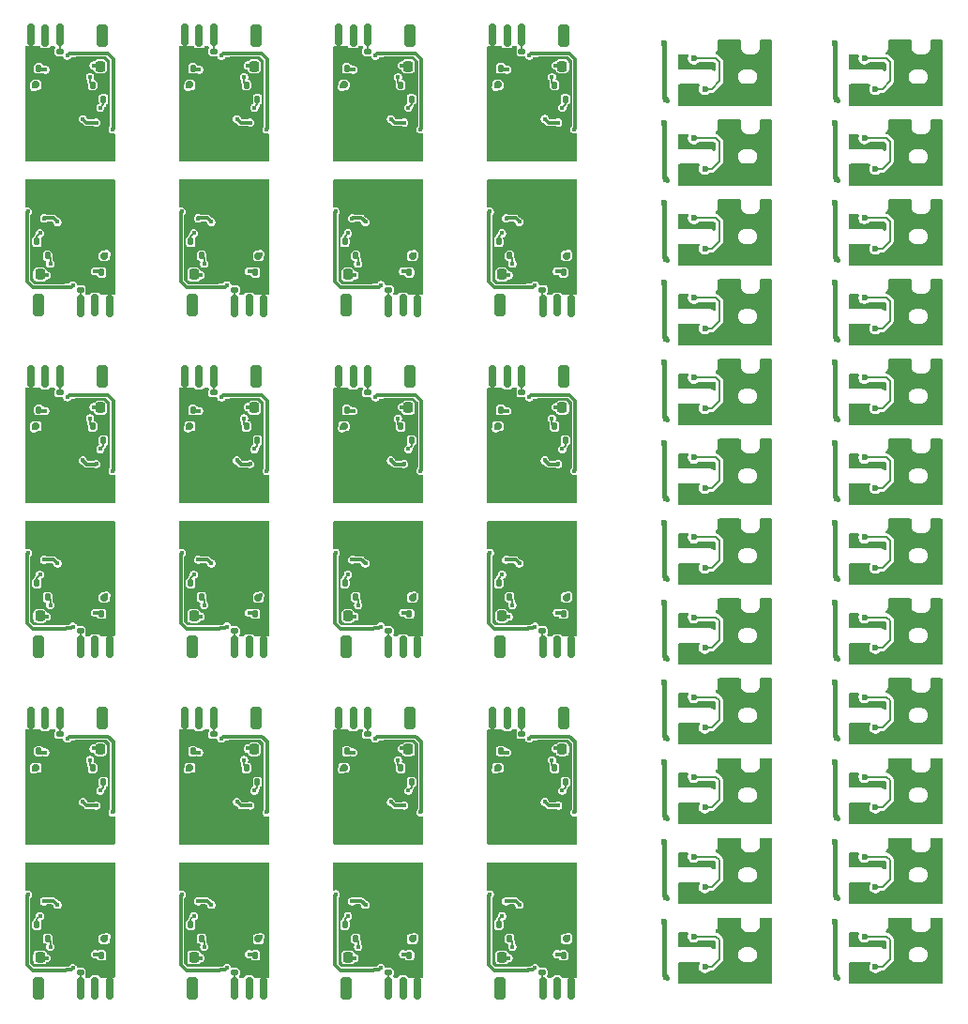
<source format=gtl>
G04 #@! TF.GenerationSoftware,KiCad,Pcbnew,9.0.6-9.0.6~ubuntu24.04.1*
G04 #@! TF.CreationDate,2026-01-17T18:06:18+01:00*
G04 #@! TF.ProjectId,panel,70616e65-6c2e-46b6-9963-61645f706362,rev?*
G04 #@! TF.SameCoordinates,Original*
G04 #@! TF.FileFunction,Copper,L1,Top*
G04 #@! TF.FilePolarity,Positive*
%FSLAX46Y46*%
G04 Gerber Fmt 4.6, Leading zero omitted, Abs format (unit mm)*
G04 Created by KiCad (PCBNEW 9.0.6-9.0.6~ubuntu24.04.1) date 2026-01-17 18:06:18*
%MOMM*%
%LPD*%
G01*
G04 APERTURE LIST*
G04 Aperture macros list*
%AMRoundRect*
0 Rectangle with rounded corners*
0 $1 Rounding radius*
0 $2 $3 $4 $5 $6 $7 $8 $9 X,Y pos of 4 corners*
0 Add a 4 corners polygon primitive as box body*
4,1,4,$2,$3,$4,$5,$6,$7,$8,$9,$2,$3,0*
0 Add four circle primitives for the rounded corners*
1,1,$1+$1,$2,$3*
1,1,$1+$1,$4,$5*
1,1,$1+$1,$6,$7*
1,1,$1+$1,$8,$9*
0 Add four rect primitives between the rounded corners*
20,1,$1+$1,$2,$3,$4,$5,0*
20,1,$1+$1,$4,$5,$6,$7,0*
20,1,$1+$1,$6,$7,$8,$9,0*
20,1,$1+$1,$8,$9,$2,$3,0*%
G04 Aperture macros list end*
G04 #@! TA.AperFunction,SMDPad,CuDef*
%ADD10RoundRect,0.150000X0.200000X-0.150000X0.200000X0.150000X-0.200000X0.150000X-0.200000X-0.150000X0*%
G04 #@! TD*
G04 #@! TA.AperFunction,SMDPad,CuDef*
%ADD11RoundRect,0.135000X-0.185000X0.135000X-0.185000X-0.135000X0.185000X-0.135000X0.185000X0.135000X0*%
G04 #@! TD*
G04 #@! TA.AperFunction,SMDPad,CuDef*
%ADD12RoundRect,0.250000X-0.250000X-0.750000X0.250000X-0.750000X0.250000X0.750000X-0.250000X0.750000X0*%
G04 #@! TD*
G04 #@! TA.AperFunction,SMDPad,CuDef*
%ADD13RoundRect,0.135000X-0.135000X-0.185000X0.135000X-0.185000X0.135000X0.185000X-0.135000X0.185000X0*%
G04 #@! TD*
G04 #@! TA.AperFunction,SMDPad,CuDef*
%ADD14RoundRect,0.175000X0.175000X0.825000X-0.175000X0.825000X-0.175000X-0.825000X0.175000X-0.825000X0*%
G04 #@! TD*
G04 #@! TA.AperFunction,SMDPad,CuDef*
%ADD15RoundRect,0.175000X-0.175000X-0.825000X0.175000X-0.825000X0.175000X0.825000X-0.175000X0.825000X0*%
G04 #@! TD*
G04 #@! TA.AperFunction,SMDPad,CuDef*
%ADD16RoundRect,0.135000X0.185000X-0.135000X0.185000X0.135000X-0.185000X0.135000X-0.185000X-0.135000X0*%
G04 #@! TD*
G04 #@! TA.AperFunction,SMDPad,CuDef*
%ADD17RoundRect,0.225000X-0.225000X-0.250000X0.225000X-0.250000X0.225000X0.250000X-0.225000X0.250000X0*%
G04 #@! TD*
G04 #@! TA.AperFunction,SMDPad,CuDef*
%ADD18RoundRect,0.140000X-0.140000X-0.170000X0.140000X-0.170000X0.140000X0.170000X-0.140000X0.170000X0*%
G04 #@! TD*
G04 #@! TA.AperFunction,SMDPad,CuDef*
%ADD19RoundRect,0.225000X0.225000X0.250000X-0.225000X0.250000X-0.225000X-0.250000X0.225000X-0.250000X0*%
G04 #@! TD*
G04 #@! TA.AperFunction,SMDPad,CuDef*
%ADD20RoundRect,0.140000X0.140000X0.170000X-0.140000X0.170000X-0.140000X-0.170000X0.140000X-0.170000X0*%
G04 #@! TD*
G04 #@! TA.AperFunction,SMDPad,CuDef*
%ADD21RoundRect,0.250000X0.250000X0.750000X-0.250000X0.750000X-0.250000X-0.750000X0.250000X-0.750000X0*%
G04 #@! TD*
G04 #@! TA.AperFunction,SMDPad,CuDef*
%ADD22RoundRect,0.135000X0.135000X0.185000X-0.135000X0.185000X-0.135000X-0.185000X0.135000X-0.185000X0*%
G04 #@! TD*
G04 #@! TA.AperFunction,SMDPad,CuDef*
%ADD23RoundRect,0.150000X-0.200000X0.150000X-0.200000X-0.150000X0.200000X-0.150000X0.200000X0.150000X0*%
G04 #@! TD*
G04 #@! TA.AperFunction,ViaPad*
%ADD24C,0.450000*%
G04 #@! TD*
G04 #@! TA.AperFunction,ViaPad*
%ADD25C,0.600000*%
G04 #@! TD*
G04 #@! TA.AperFunction,Conductor*
%ADD26C,0.300000*%
G04 #@! TD*
G04 #@! TA.AperFunction,Conductor*
%ADD27C,0.150000*%
G04 #@! TD*
G04 #@! TA.AperFunction,Conductor*
%ADD28C,0.200000*%
G04 #@! TD*
G04 #@! TA.AperFunction,Conductor*
%ADD29C,0.400000*%
G04 #@! TD*
G04 APERTURE END LIST*
D10*
G04 #@! TO.P,D101,1,K*
G04 #@! TO.N,Board_0-Board_0-Board_10-/DBUS_R*
X35160000Y-42580000D03*
G04 #@! TO.P,D101,2,A*
G04 #@! TO.N,Board_0-Board_0-Board_10-GND*
X35160000Y-43980000D03*
G04 #@! TD*
D11*
G04 #@! TO.P,R105,1*
G04 #@! TO.N,Board_0-Board_0-Board_3-/IO4*
X51210000Y-8750001D03*
G04 #@! TO.P,R105,2*
G04 #@! TO.N,Board_0-Board_0-Board_3-GND*
X51210000Y-9769999D03*
G04 #@! TD*
D12*
G04 #@! TO.P,H108,1,1*
G04 #@! TO.N,Board_0-Board_0-Board_18-+3V3*
X41130000Y-68920000D03*
G04 #@! TD*
D13*
G04 #@! TO.P,R101,1*
G04 #@! TO.N,Board_0-Board_0-Board_5-/FB*
X21340001Y-25930000D03*
G04 #@! TO.P,R101,2*
G04 #@! TO.N,Board_0-Board_0-Board_5-GND*
X22359999Y-25930000D03*
G04 #@! TD*
D14*
G04 #@! TO.P,H111,1,1*
G04 #@! TO.N,Board_0-Board_0-Board_4-GND*
X14000000Y-31700000D03*
G04 #@! TD*
D15*
G04 #@! TO.P,H111,1,1*
G04 #@! TO.N,Board_0-Board_0-Board_8-GND*
X6900000Y-38100000D03*
G04 #@! TD*
D16*
G04 #@! TO.P,R105,1*
G04 #@! TO.N,Board_0-Board_0-Board_6-/IO4*
X39190000Y-30249999D03*
G04 #@! TO.P,R105,2*
G04 #@! TO.N,Board_0-Board_0-Board_6-GND*
X39190000Y-29230001D03*
G04 #@! TD*
D10*
G04 #@! TO.P,D101,1,K*
G04 #@! TO.N,Board_0-Board_0-Board_1-/DBUS_R*
X21260000Y-11780000D03*
G04 #@! TO.P,D101,2,A*
G04 #@! TO.N,Board_0-Board_0-Board_1-GND*
X21260000Y-13180000D03*
G04 #@! TD*
D17*
G04 #@! TO.P,C102,1*
G04 #@! TO.N,Board_0-Board_0-Board_15-+3V3*
X49425000Y-59690000D03*
G04 #@! TO.P,C102,2*
G04 #@! TO.N,Board_0-Board_0-Board_15-GND*
X50975000Y-59690000D03*
G04 #@! TD*
D13*
G04 #@! TO.P,R101,1*
G04 #@! TO.N,Board_0-Board_0-Board_22-/FB*
X35240001Y-87530000D03*
G04 #@! TO.P,R101,2*
G04 #@! TO.N,Board_0-Board_0-Board_22-GND*
X36259999Y-87530000D03*
G04 #@! TD*
D18*
G04 #@! TO.P,C103,1*
G04 #@! TO.N,Board_0-Board_0-Board_21-/IN*
X27170000Y-90300000D03*
G04 #@! TO.P,C103,2*
G04 #@! TO.N,Board_0-Board_0-Board_21-GND*
X28130000Y-90300000D03*
G04 #@! TD*
D19*
G04 #@! TO.P,C102,1*
G04 #@! TO.N,Board_0-Board_0-Board_18-+3V3*
X40975000Y-71710000D03*
G04 #@! TO.P,C102,2*
G04 #@! TO.N,Board_0-Board_0-Board_18-GND*
X39425000Y-71710000D03*
G04 #@! TD*
D12*
G04 #@! TO.P,H108,1,1*
G04 #@! TO.N,Board_0-Board_0-Board_1-+3V3*
X27230000Y-7320000D03*
G04 #@! TD*
D18*
G04 #@! TO.P,C105,1*
G04 #@! TO.N,Board_0-Board_0-Board_13-Net-(U103-SS)*
X22320000Y-58000000D03*
G04 #@! TO.P,C105,2*
G04 #@! TO.N,Board_0-Board_0-Board_13-GND*
X23280000Y-58000000D03*
G04 #@! TD*
G04 #@! TO.P,C105,1*
G04 #@! TO.N,Board_0-Board_0-Board_5-Net-(U103-SS)*
X22320000Y-27200000D03*
G04 #@! TO.P,C105,2*
G04 #@! TO.N,Board_0-Board_0-Board_5-GND*
X23280000Y-27200000D03*
G04 #@! TD*
D20*
G04 #@! TO.P,C103,1*
G04 #@! TO.N,Board_0-Board_0-Board_19-/IN*
X49330000Y-71900000D03*
G04 #@! TO.P,C103,2*
G04 #@! TO.N,Board_0-Board_0-Board_19-GND*
X48370000Y-71900000D03*
G04 #@! TD*
D21*
G04 #@! TO.P,H108,1,1*
G04 #@! TO.N,Board_0-Board_0-Board_23-+3V3*
X49270000Y-93280000D03*
G04 #@! TD*
D10*
G04 #@! TO.P,D101,1,K*
G04 #@! TO.N,Board_0-Board_0-Board_8-/DBUS_R*
X7360000Y-42580000D03*
G04 #@! TO.P,D101,2,A*
G04 #@! TO.N,Board_0-Board_0-Board_8-GND*
X7360000Y-43980000D03*
G04 #@! TD*
D14*
G04 #@! TO.P,H110,1,1*
G04 #@! TO.N,Board_0-Board_0-Board_21-/IO4*
X25300000Y-93300000D03*
G04 #@! TD*
G04 #@! TO.P,H110,1,1*
G04 #@! TO.N,Board_0-Board_0-Board_15-/IO4*
X53100000Y-62500000D03*
G04 #@! TD*
D11*
G04 #@! TO.P,R105,1*
G04 #@! TO.N,Board_0-Board_0-Board_1-/IO4*
X23410000Y-8750001D03*
G04 #@! TO.P,R105,2*
G04 #@! TO.N,Board_0-Board_0-Board_1-GND*
X23410000Y-9769999D03*
G04 #@! TD*
D22*
G04 #@! TO.P,R101,1*
G04 #@! TO.N,Board_0-Board_0-Board_1-/FB*
X27359999Y-13070000D03*
G04 #@! TO.P,R101,2*
G04 #@! TO.N,Board_0-Board_0-Board_1-GND*
X26340001Y-13070000D03*
G04 #@! TD*
D11*
G04 #@! TO.P,R105,1*
G04 #@! TO.N,Board_0-Board_0-Board_0-/IO4*
X9510000Y-8750001D03*
G04 #@! TO.P,R105,2*
G04 #@! TO.N,Board_0-Board_0-Board_0-GND*
X9510000Y-9769999D03*
G04 #@! TD*
D14*
G04 #@! TO.P,H109,1,1*
G04 #@! TO.N,Board_0-Board_0-Board_20-/IO5*
X12700000Y-93280000D03*
G04 #@! TD*
D10*
G04 #@! TO.P,D101,1,K*
G04 #@! TO.N,Board_0-Board_0-Board_19-/DBUS_R*
X49060000Y-73380000D03*
G04 #@! TO.P,D101,2,A*
G04 #@! TO.N,Board_0-Board_0-Board_19-GND*
X49060000Y-74780000D03*
G04 #@! TD*
D21*
G04 #@! TO.P,H108,1,1*
G04 #@! TO.N,Board_0-Board_0-Board_12-+3V3*
X7570000Y-62480000D03*
G04 #@! TD*
D14*
G04 #@! TO.P,H111,1,1*
G04 #@! TO.N,Board_0-Board_0-Board_12-GND*
X14000000Y-62500000D03*
G04 #@! TD*
D18*
G04 #@! TO.P,C105,1*
G04 #@! TO.N,Board_0-Board_0-Board_23-Net-(U103-SS)*
X50120000Y-88800000D03*
G04 #@! TO.P,C105,2*
G04 #@! TO.N,Board_0-Board_0-Board_23-GND*
X51080000Y-88800000D03*
G04 #@! TD*
D10*
G04 #@! TO.P,D101,1,K*
G04 #@! TO.N,Board_0-Board_0-Board_2-/DBUS_R*
X35160000Y-11780000D03*
G04 #@! TO.P,D101,2,A*
G04 #@! TO.N,Board_0-Board_0-Board_2-GND*
X35160000Y-13180000D03*
G04 #@! TD*
D12*
G04 #@! TO.P,H108,1,1*
G04 #@! TO.N,Board_0-Board_0-Board_3-+3V3*
X55030000Y-7320000D03*
G04 #@! TD*
D21*
G04 #@! TO.P,H108,1,1*
G04 #@! TO.N,Board_0-Board_0-Board_7-+3V3*
X49270000Y-31680000D03*
G04 #@! TD*
D20*
G04 #@! TO.P,C105,1*
G04 #@! TO.N,Board_0-Board_0-Board_10-Net-(U103-SS)*
X40280000Y-42600000D03*
G04 #@! TO.P,C105,2*
G04 #@! TO.N,Board_0-Board_0-Board_10-GND*
X39320000Y-42600000D03*
G04 #@! TD*
D15*
G04 #@! TO.P,H111,1,1*
G04 #@! TO.N,Board_0-Board_0-Board_2-GND*
X34700000Y-7300000D03*
G04 #@! TD*
D20*
G04 #@! TO.P,C103,1*
G04 #@! TO.N,Board_0-Board_0-Board_11-/IN*
X49330000Y-41100000D03*
G04 #@! TO.P,C103,2*
G04 #@! TO.N,Board_0-Board_0-Board_11-GND*
X48370000Y-41100000D03*
G04 #@! TD*
G04 #@! TO.P,C103,1*
G04 #@! TO.N,Board_0-Board_0-Board_8-/IN*
X7630000Y-41100000D03*
G04 #@! TO.P,C103,2*
G04 #@! TO.N,Board_0-Board_0-Board_8-GND*
X6670000Y-41100000D03*
G04 #@! TD*
D15*
G04 #@! TO.P,H110,1,1*
G04 #@! TO.N,Board_0-Board_0-Board_10-/IO4*
X37300000Y-38100000D03*
G04 #@! TD*
D16*
G04 #@! TO.P,R105,1*
G04 #@! TO.N,Board_0-Board_0-Board_14-/IO4*
X39190000Y-61049999D03*
G04 #@! TO.P,R105,2*
G04 #@! TO.N,Board_0-Board_0-Board_14-GND*
X39190000Y-60030001D03*
G04 #@! TD*
D23*
G04 #@! TO.P,D101,1,K*
G04 #@! TO.N,Board_0-Board_0-Board_21-/DBUS_R*
X27440000Y-88820000D03*
G04 #@! TO.P,D101,2,A*
G04 #@! TO.N,Board_0-Board_0-Board_21-GND*
X27440000Y-87420000D03*
G04 #@! TD*
D15*
G04 #@! TO.P,H109,1,1*
G04 #@! TO.N,Board_0-Board_0-Board_19-/IO5*
X49900000Y-68920000D03*
G04 #@! TD*
D20*
G04 #@! TO.P,C105,1*
G04 #@! TO.N,Board_0-Board_0-Board_8-Net-(U103-SS)*
X12480000Y-42600000D03*
G04 #@! TO.P,C105,2*
G04 #@! TO.N,Board_0-Board_0-Board_8-GND*
X11520000Y-42600000D03*
G04 #@! TD*
D17*
G04 #@! TO.P,C102,1*
G04 #@! TO.N,Board_0-Board_0-Board_6-+3V3*
X35525000Y-28890000D03*
G04 #@! TO.P,C102,2*
G04 #@! TO.N,Board_0-Board_0-Board_6-GND*
X37075000Y-28890000D03*
G04 #@! TD*
D10*
G04 #@! TO.P,D101,1,K*
G04 #@! TO.N,Board_0-Board_0-Board_18-/DBUS_R*
X35160000Y-73380000D03*
G04 #@! TO.P,D101,2,A*
G04 #@! TO.N,Board_0-Board_0-Board_18-GND*
X35160000Y-74780000D03*
G04 #@! TD*
D14*
G04 #@! TO.P,H110,1,1*
G04 #@! TO.N,Board_0-Board_0-Board_12-/IO4*
X11400000Y-62500000D03*
G04 #@! TD*
D23*
G04 #@! TO.P,D101,1,K*
G04 #@! TO.N,Board_0-Board_0-Board_22-/DBUS_R*
X41340000Y-88820000D03*
G04 #@! TO.P,D101,2,A*
G04 #@! TO.N,Board_0-Board_0-Board_22-GND*
X41340000Y-87420000D03*
G04 #@! TD*
D14*
G04 #@! TO.P,H109,1,1*
G04 #@! TO.N,Board_0-Board_0-Board_22-/IO5*
X40500000Y-93280000D03*
G04 #@! TD*
D15*
G04 #@! TO.P,H109,1,1*
G04 #@! TO.N,Board_0-Board_0-Board_0-/IO5*
X8200000Y-7320000D03*
G04 #@! TD*
D10*
G04 #@! TO.P,D101,1,K*
G04 #@! TO.N,Board_0-Board_0-Board_16-/DBUS_R*
X7360000Y-73380000D03*
G04 #@! TO.P,D101,2,A*
G04 #@! TO.N,Board_0-Board_0-Board_16-GND*
X7360000Y-74780000D03*
G04 #@! TD*
D21*
G04 #@! TO.P,H108,1,1*
G04 #@! TO.N,Board_0-Board_0-Board_6-+3V3*
X35370000Y-31680000D03*
G04 #@! TD*
D16*
G04 #@! TO.P,R105,1*
G04 #@! TO.N,Board_0-Board_0-Board_21-/IO4*
X25290000Y-91849999D03*
G04 #@! TO.P,R105,2*
G04 #@! TO.N,Board_0-Board_0-Board_21-GND*
X25290000Y-90830001D03*
G04 #@! TD*
D14*
G04 #@! TO.P,H110,1,1*
G04 #@! TO.N,Board_0-Board_0-Board_14-/IO4*
X39200000Y-62500000D03*
G04 #@! TD*
D22*
G04 #@! TO.P,R101,1*
G04 #@! TO.N,Board_0-Board_0-Board_17-/FB*
X27359999Y-74670000D03*
G04 #@! TO.P,R101,2*
G04 #@! TO.N,Board_0-Board_0-Board_17-GND*
X26340001Y-74670000D03*
G04 #@! TD*
D18*
G04 #@! TO.P,C105,1*
G04 #@! TO.N,Board_0-Board_0-Board_6-Net-(U103-SS)*
X36220000Y-27200000D03*
G04 #@! TO.P,C105,2*
G04 #@! TO.N,Board_0-Board_0-Board_6-GND*
X37180000Y-27200000D03*
G04 #@! TD*
D21*
G04 #@! TO.P,H108,1,1*
G04 #@! TO.N,Board_0-Board_0-Board_22-+3V3*
X35370000Y-93280000D03*
G04 #@! TD*
D14*
G04 #@! TO.P,H109,1,1*
G04 #@! TO.N,Board_0-Board_0-Board_5-/IO5*
X26600000Y-31680000D03*
G04 #@! TD*
D15*
G04 #@! TO.P,H110,1,1*
G04 #@! TO.N,Board_0-Board_0-Board_8-/IO4*
X9500000Y-38100000D03*
G04 #@! TD*
D17*
G04 #@! TO.P,C102,1*
G04 #@! TO.N,Board_0-Board_0-Board_23-+3V3*
X49425000Y-90490000D03*
G04 #@! TO.P,C102,2*
G04 #@! TO.N,Board_0-Board_0-Board_23-GND*
X50975000Y-90490000D03*
G04 #@! TD*
D18*
G04 #@! TO.P,C103,1*
G04 #@! TO.N,Board_0-Board_0-Board_22-/IN*
X41070000Y-90300000D03*
G04 #@! TO.P,C103,2*
G04 #@! TO.N,Board_0-Board_0-Board_22-GND*
X42030000Y-90300000D03*
G04 #@! TD*
D14*
G04 #@! TO.P,H111,1,1*
G04 #@! TO.N,Board_0-Board_0-Board_20-GND*
X14000000Y-93300000D03*
G04 #@! TD*
D20*
G04 #@! TO.P,C103,1*
G04 #@! TO.N,Board_0-Board_0-Board_1-/IN*
X21530000Y-10300000D03*
G04 #@! TO.P,C103,2*
G04 #@! TO.N,Board_0-Board_0-Board_1-GND*
X20570000Y-10300000D03*
G04 #@! TD*
D18*
G04 #@! TO.P,C103,1*
G04 #@! TO.N,Board_0-Board_0-Board_7-/IN*
X54970000Y-28700000D03*
G04 #@! TO.P,C103,2*
G04 #@! TO.N,Board_0-Board_0-Board_7-GND*
X55930000Y-28700000D03*
G04 #@! TD*
D13*
G04 #@! TO.P,R101,1*
G04 #@! TO.N,Board_0-Board_0-Board_13-/FB*
X21340001Y-56730000D03*
G04 #@! TO.P,R101,2*
G04 #@! TO.N,Board_0-Board_0-Board_13-GND*
X22359999Y-56730000D03*
G04 #@! TD*
D18*
G04 #@! TO.P,C103,1*
G04 #@! TO.N,Board_0-Board_0-Board_23-/IN*
X54970000Y-90300000D03*
G04 #@! TO.P,C103,2*
G04 #@! TO.N,Board_0-Board_0-Board_23-GND*
X55930000Y-90300000D03*
G04 #@! TD*
D15*
G04 #@! TO.P,H111,1,1*
G04 #@! TO.N,Board_0-Board_0-Board_10-GND*
X34700000Y-38100000D03*
G04 #@! TD*
D14*
G04 #@! TO.P,H110,1,1*
G04 #@! TO.N,Board_0-Board_0-Board_20-/IO4*
X11400000Y-93300000D03*
G04 #@! TD*
D13*
G04 #@! TO.P,R101,1*
G04 #@! TO.N,Board_0-Board_0-Board_14-/FB*
X35240001Y-56730000D03*
G04 #@! TO.P,R101,2*
G04 #@! TO.N,Board_0-Board_0-Board_14-GND*
X36259999Y-56730000D03*
G04 #@! TD*
D14*
G04 #@! TO.P,H111,1,1*
G04 #@! TO.N,Board_0-Board_0-Board_15-GND*
X55700000Y-62500000D03*
G04 #@! TD*
D11*
G04 #@! TO.P,R105,1*
G04 #@! TO.N,Board_0-Board_0-Board_8-/IO4*
X9510000Y-39550001D03*
G04 #@! TO.P,R105,2*
G04 #@! TO.N,Board_0-Board_0-Board_8-GND*
X9510000Y-40569999D03*
G04 #@! TD*
D15*
G04 #@! TO.P,H109,1,1*
G04 #@! TO.N,Board_0-Board_0-Board_16-/IO5*
X8200000Y-68920000D03*
G04 #@! TD*
D17*
G04 #@! TO.P,C102,1*
G04 #@! TO.N,Board_0-Board_0-Board_7-+3V3*
X49425000Y-28890000D03*
G04 #@! TO.P,C102,2*
G04 #@! TO.N,Board_0-Board_0-Board_7-GND*
X50975000Y-28890000D03*
G04 #@! TD*
D18*
G04 #@! TO.P,C103,1*
G04 #@! TO.N,Board_0-Board_0-Board_13-/IN*
X27170000Y-59500000D03*
G04 #@! TO.P,C103,2*
G04 #@! TO.N,Board_0-Board_0-Board_13-GND*
X28130000Y-59500000D03*
G04 #@! TD*
D16*
G04 #@! TO.P,R105,1*
G04 #@! TO.N,Board_0-Board_0-Board_5-/IO4*
X25290000Y-30249999D03*
G04 #@! TO.P,R105,2*
G04 #@! TO.N,Board_0-Board_0-Board_5-GND*
X25290000Y-29230001D03*
G04 #@! TD*
D20*
G04 #@! TO.P,C103,1*
G04 #@! TO.N,Board_0-Board_0-Board_10-/IN*
X35430000Y-41100000D03*
G04 #@! TO.P,C103,2*
G04 #@! TO.N,Board_0-Board_0-Board_10-GND*
X34470000Y-41100000D03*
G04 #@! TD*
D19*
G04 #@! TO.P,C102,1*
G04 #@! TO.N,Board_0-Board_0-Board_17-+3V3*
X27075000Y-71710000D03*
G04 #@! TO.P,C102,2*
G04 #@! TO.N,Board_0-Board_0-Board_17-GND*
X25525000Y-71710000D03*
G04 #@! TD*
D20*
G04 #@! TO.P,C103,1*
G04 #@! TO.N,Board_0-Board_0-Board_2-/IN*
X35430000Y-10300000D03*
G04 #@! TO.P,C103,2*
G04 #@! TO.N,Board_0-Board_0-Board_2-GND*
X34470000Y-10300000D03*
G04 #@! TD*
D13*
G04 #@! TO.P,R101,1*
G04 #@! TO.N,Board_0-Board_0-Board_21-/FB*
X21340001Y-87530000D03*
G04 #@! TO.P,R101,2*
G04 #@! TO.N,Board_0-Board_0-Board_21-GND*
X22359999Y-87530000D03*
G04 #@! TD*
D12*
G04 #@! TO.P,H108,1,1*
G04 #@! TO.N,Board_0-Board_0-Board_16-+3V3*
X13330000Y-68920000D03*
G04 #@! TD*
D16*
G04 #@! TO.P,R105,1*
G04 #@! TO.N,Board_0-Board_0-Board_22-/IO4*
X39190000Y-91849999D03*
G04 #@! TO.P,R105,2*
G04 #@! TO.N,Board_0-Board_0-Board_22-GND*
X39190000Y-90830001D03*
G04 #@! TD*
D20*
G04 #@! TO.P,C105,1*
G04 #@! TO.N,Board_0-Board_0-Board_18-Net-(U103-SS)*
X40280000Y-73400000D03*
G04 #@! TO.P,C105,2*
G04 #@! TO.N,Board_0-Board_0-Board_18-GND*
X39320000Y-73400000D03*
G04 #@! TD*
D14*
G04 #@! TO.P,H110,1,1*
G04 #@! TO.N,Board_0-Board_0-Board_22-/IO4*
X39200000Y-93300000D03*
G04 #@! TD*
D13*
G04 #@! TO.P,R101,1*
G04 #@! TO.N,Board_0-Board_0-Board_7-/FB*
X49140001Y-25930000D03*
G04 #@! TO.P,R101,2*
G04 #@! TO.N,Board_0-Board_0-Board_7-GND*
X50159999Y-25930000D03*
G04 #@! TD*
D10*
G04 #@! TO.P,D101,1,K*
G04 #@! TO.N,Board_0-Board_0-Board_11-/DBUS_R*
X49060000Y-42580000D03*
G04 #@! TO.P,D101,2,A*
G04 #@! TO.N,Board_0-Board_0-Board_11-GND*
X49060000Y-43980000D03*
G04 #@! TD*
D22*
G04 #@! TO.P,R101,1*
G04 #@! TO.N,Board_0-Board_0-Board_19-/FB*
X55159999Y-74670000D03*
G04 #@! TO.P,R101,2*
G04 #@! TO.N,Board_0-Board_0-Board_19-GND*
X54140001Y-74670000D03*
G04 #@! TD*
D15*
G04 #@! TO.P,H111,1,1*
G04 #@! TO.N,Board_0-Board_0-Board_16-GND*
X6900000Y-68900000D03*
G04 #@! TD*
D20*
G04 #@! TO.P,C103,1*
G04 #@! TO.N,Board_0-Board_0-Board_0-/IN*
X7630000Y-10300000D03*
G04 #@! TO.P,C103,2*
G04 #@! TO.N,Board_0-Board_0-Board_0-GND*
X6670000Y-10300000D03*
G04 #@! TD*
G04 #@! TO.P,C105,1*
G04 #@! TO.N,Board_0-Board_0-Board_17-Net-(U103-SS)*
X26380000Y-73400000D03*
G04 #@! TO.P,C105,2*
G04 #@! TO.N,Board_0-Board_0-Board_17-GND*
X25420000Y-73400000D03*
G04 #@! TD*
D18*
G04 #@! TO.P,C105,1*
G04 #@! TO.N,Board_0-Board_0-Board_4-Net-(U103-SS)*
X8420000Y-27200000D03*
G04 #@! TO.P,C105,2*
G04 #@! TO.N,Board_0-Board_0-Board_4-GND*
X9380000Y-27200000D03*
G04 #@! TD*
G04 #@! TO.P,C105,1*
G04 #@! TO.N,Board_0-Board_0-Board_22-Net-(U103-SS)*
X36220000Y-88800000D03*
G04 #@! TO.P,C105,2*
G04 #@! TO.N,Board_0-Board_0-Board_22-GND*
X37180000Y-88800000D03*
G04 #@! TD*
D12*
G04 #@! TO.P,H108,1,1*
G04 #@! TO.N,Board_0-Board_0-Board_0-+3V3*
X13330000Y-7320000D03*
G04 #@! TD*
D14*
G04 #@! TO.P,H110,1,1*
G04 #@! TO.N,Board_0-Board_0-Board_4-/IO4*
X11400000Y-31700000D03*
G04 #@! TD*
G04 #@! TO.P,H109,1,1*
G04 #@! TO.N,Board_0-Board_0-Board_7-/IO5*
X54400000Y-31680000D03*
G04 #@! TD*
D20*
G04 #@! TO.P,C105,1*
G04 #@! TO.N,Board_0-Board_0-Board_3-Net-(U103-SS)*
X54180000Y-11800000D03*
G04 #@! TO.P,C105,2*
G04 #@! TO.N,Board_0-Board_0-Board_3-GND*
X53220000Y-11800000D03*
G04 #@! TD*
D14*
G04 #@! TO.P,H111,1,1*
G04 #@! TO.N,Board_0-Board_0-Board_7-GND*
X55700000Y-31700000D03*
G04 #@! TD*
D15*
G04 #@! TO.P,H110,1,1*
G04 #@! TO.N,Board_0-Board_0-Board_2-/IO4*
X37300000Y-7300000D03*
G04 #@! TD*
D14*
G04 #@! TO.P,H109,1,1*
G04 #@! TO.N,Board_0-Board_0-Board_4-/IO5*
X12700000Y-31680000D03*
G04 #@! TD*
G04 #@! TO.P,H110,1,1*
G04 #@! TO.N,Board_0-Board_0-Board_6-/IO4*
X39200000Y-31700000D03*
G04 #@! TD*
D20*
G04 #@! TO.P,C105,1*
G04 #@! TO.N,Board_0-Board_0-Board_11-Net-(U103-SS)*
X54180000Y-42600000D03*
G04 #@! TO.P,C105,2*
G04 #@! TO.N,Board_0-Board_0-Board_11-GND*
X53220000Y-42600000D03*
G04 #@! TD*
D12*
G04 #@! TO.P,H108,1,1*
G04 #@! TO.N,Board_0-Board_0-Board_10-+3V3*
X41130000Y-38120000D03*
G04 #@! TD*
D14*
G04 #@! TO.P,H109,1,1*
G04 #@! TO.N,Board_0-Board_0-Board_21-/IO5*
X26600000Y-93280000D03*
G04 #@! TD*
D19*
G04 #@! TO.P,C102,1*
G04 #@! TO.N,Board_0-Board_0-Board_9-+3V3*
X27075000Y-40910000D03*
G04 #@! TO.P,C102,2*
G04 #@! TO.N,Board_0-Board_0-Board_9-GND*
X25525000Y-40910000D03*
G04 #@! TD*
D20*
G04 #@! TO.P,C105,1*
G04 #@! TO.N,Board_0-Board_0-Board_16-Net-(U103-SS)*
X12480000Y-73400000D03*
G04 #@! TO.P,C105,2*
G04 #@! TO.N,Board_0-Board_0-Board_16-GND*
X11520000Y-73400000D03*
G04 #@! TD*
G04 #@! TO.P,C105,1*
G04 #@! TO.N,Board_0-Board_0-Board_1-Net-(U103-SS)*
X26380000Y-11800000D03*
G04 #@! TO.P,C105,2*
G04 #@! TO.N,Board_0-Board_0-Board_1-GND*
X25420000Y-11800000D03*
G04 #@! TD*
D13*
G04 #@! TO.P,R101,1*
G04 #@! TO.N,Board_0-Board_0-Board_4-/FB*
X7440001Y-25930000D03*
G04 #@! TO.P,R101,2*
G04 #@! TO.N,Board_0-Board_0-Board_4-GND*
X8459999Y-25930000D03*
G04 #@! TD*
D10*
G04 #@! TO.P,D101,1,K*
G04 #@! TO.N,Board_0-Board_0-Board_17-/DBUS_R*
X21260000Y-73380000D03*
G04 #@! TO.P,D101,2,A*
G04 #@! TO.N,Board_0-Board_0-Board_17-GND*
X21260000Y-74780000D03*
G04 #@! TD*
D15*
G04 #@! TO.P,H111,1,1*
G04 #@! TO.N,Board_0-Board_0-Board_3-GND*
X48600000Y-7300000D03*
G04 #@! TD*
D22*
G04 #@! TO.P,R101,1*
G04 #@! TO.N,Board_0-Board_0-Board_2-/FB*
X41259999Y-13070000D03*
G04 #@! TO.P,R101,2*
G04 #@! TO.N,Board_0-Board_0-Board_2-GND*
X40240001Y-13070000D03*
G04 #@! TD*
D20*
G04 #@! TO.P,C105,1*
G04 #@! TO.N,Board_0-Board_0-Board_9-Net-(U103-SS)*
X26380000Y-42600000D03*
G04 #@! TO.P,C105,2*
G04 #@! TO.N,Board_0-Board_0-Board_9-GND*
X25420000Y-42600000D03*
G04 #@! TD*
D14*
G04 #@! TO.P,H111,1,1*
G04 #@! TO.N,Board_0-Board_0-Board_23-GND*
X55700000Y-93300000D03*
G04 #@! TD*
D18*
G04 #@! TO.P,C103,1*
G04 #@! TO.N,Board_0-Board_0-Board_12-/IN*
X13270000Y-59500000D03*
G04 #@! TO.P,C103,2*
G04 #@! TO.N,Board_0-Board_0-Board_12-GND*
X14230000Y-59500000D03*
G04 #@! TD*
G04 #@! TO.P,C105,1*
G04 #@! TO.N,Board_0-Board_0-Board_20-Net-(U103-SS)*
X8420000Y-88800000D03*
G04 #@! TO.P,C105,2*
G04 #@! TO.N,Board_0-Board_0-Board_20-GND*
X9380000Y-88800000D03*
G04 #@! TD*
D16*
G04 #@! TO.P,R105,1*
G04 #@! TO.N,Board_0-Board_0-Board_4-/IO4*
X11390000Y-30249999D03*
G04 #@! TO.P,R105,2*
G04 #@! TO.N,Board_0-Board_0-Board_4-GND*
X11390000Y-29230001D03*
G04 #@! TD*
D18*
G04 #@! TO.P,C105,1*
G04 #@! TO.N,Board_0-Board_0-Board_15-Net-(U103-SS)*
X50120000Y-58000000D03*
G04 #@! TO.P,C105,2*
G04 #@! TO.N,Board_0-Board_0-Board_15-GND*
X51080000Y-58000000D03*
G04 #@! TD*
D15*
G04 #@! TO.P,H109,1,1*
G04 #@! TO.N,Board_0-Board_0-Board_9-/IO5*
X22100000Y-38120000D03*
G04 #@! TD*
D17*
G04 #@! TO.P,C102,1*
G04 #@! TO.N,Board_0-Board_0-Board_22-+3V3*
X35525000Y-90490000D03*
G04 #@! TO.P,C102,2*
G04 #@! TO.N,Board_0-Board_0-Board_22-GND*
X37075000Y-90490000D03*
G04 #@! TD*
D10*
G04 #@! TO.P,D101,1,K*
G04 #@! TO.N,Board_0-Board_0-Board_0-/DBUS_R*
X7360000Y-11780000D03*
G04 #@! TO.P,D101,2,A*
G04 #@! TO.N,Board_0-Board_0-Board_0-GND*
X7360000Y-13180000D03*
G04 #@! TD*
D18*
G04 #@! TO.P,C105,1*
G04 #@! TO.N,Board_0-Board_0-Board_12-Net-(U103-SS)*
X8420000Y-58000000D03*
G04 #@! TO.P,C105,2*
G04 #@! TO.N,Board_0-Board_0-Board_12-GND*
X9380000Y-58000000D03*
G04 #@! TD*
D13*
G04 #@! TO.P,R101,1*
G04 #@! TO.N,Board_0-Board_0-Board_6-/FB*
X35240001Y-25930000D03*
G04 #@! TO.P,R101,2*
G04 #@! TO.N,Board_0-Board_0-Board_6-GND*
X36259999Y-25930000D03*
G04 #@! TD*
G04 #@! TO.P,R101,1*
G04 #@! TO.N,Board_0-Board_0-Board_20-/FB*
X7440001Y-87530000D03*
G04 #@! TO.P,R101,2*
G04 #@! TO.N,Board_0-Board_0-Board_20-GND*
X8459999Y-87530000D03*
G04 #@! TD*
D14*
G04 #@! TO.P,H109,1,1*
G04 #@! TO.N,Board_0-Board_0-Board_12-/IO5*
X12700000Y-62480000D03*
G04 #@! TD*
D20*
G04 #@! TO.P,C103,1*
G04 #@! TO.N,Board_0-Board_0-Board_9-/IN*
X21530000Y-41100000D03*
G04 #@! TO.P,C103,2*
G04 #@! TO.N,Board_0-Board_0-Board_9-GND*
X20570000Y-41100000D03*
G04 #@! TD*
D10*
G04 #@! TO.P,D101,1,K*
G04 #@! TO.N,Board_0-Board_0-Board_9-/DBUS_R*
X21260000Y-42580000D03*
G04 #@! TO.P,D101,2,A*
G04 #@! TO.N,Board_0-Board_0-Board_9-GND*
X21260000Y-43980000D03*
G04 #@! TD*
D18*
G04 #@! TO.P,C103,1*
G04 #@! TO.N,Board_0-Board_0-Board_4-/IN*
X13270000Y-28700000D03*
G04 #@! TO.P,C103,2*
G04 #@! TO.N,Board_0-Board_0-Board_4-GND*
X14230000Y-28700000D03*
G04 #@! TD*
D16*
G04 #@! TO.P,R105,1*
G04 #@! TO.N,Board_0-Board_0-Board_12-/IO4*
X11390000Y-61049999D03*
G04 #@! TO.P,R105,2*
G04 #@! TO.N,Board_0-Board_0-Board_12-GND*
X11390000Y-60030001D03*
G04 #@! TD*
D18*
G04 #@! TO.P,C105,1*
G04 #@! TO.N,Board_0-Board_0-Board_21-Net-(U103-SS)*
X22320000Y-88800000D03*
G04 #@! TO.P,C105,2*
G04 #@! TO.N,Board_0-Board_0-Board_21-GND*
X23280000Y-88800000D03*
G04 #@! TD*
D20*
G04 #@! TO.P,C105,1*
G04 #@! TO.N,Board_0-Board_0-Board_0-Net-(U103-SS)*
X12480000Y-11800000D03*
G04 #@! TO.P,C105,2*
G04 #@! TO.N,Board_0-Board_0-Board_0-GND*
X11520000Y-11800000D03*
G04 #@! TD*
D12*
G04 #@! TO.P,H108,1,1*
G04 #@! TO.N,Board_0-Board_0-Board_2-+3V3*
X41130000Y-7320000D03*
G04 #@! TD*
D11*
G04 #@! TO.P,R105,1*
G04 #@! TO.N,Board_0-Board_0-Board_10-/IO4*
X37310000Y-39550001D03*
G04 #@! TO.P,R105,2*
G04 #@! TO.N,Board_0-Board_0-Board_10-GND*
X37310000Y-40569999D03*
G04 #@! TD*
D22*
G04 #@! TO.P,R101,1*
G04 #@! TO.N,Board_0-Board_0-Board_9-/FB*
X27359999Y-43870000D03*
G04 #@! TO.P,R101,2*
G04 #@! TO.N,Board_0-Board_0-Board_9-GND*
X26340001Y-43870000D03*
G04 #@! TD*
D19*
G04 #@! TO.P,C102,1*
G04 #@! TO.N,Board_0-Board_0-Board_1-+3V3*
X27075000Y-10110000D03*
G04 #@! TO.P,C102,2*
G04 #@! TO.N,Board_0-Board_0-Board_1-GND*
X25525000Y-10110000D03*
G04 #@! TD*
D17*
G04 #@! TO.P,C102,1*
G04 #@! TO.N,Board_0-Board_0-Board_4-+3V3*
X7725000Y-28890000D03*
G04 #@! TO.P,C102,2*
G04 #@! TO.N,Board_0-Board_0-Board_4-GND*
X9275000Y-28890000D03*
G04 #@! TD*
D19*
G04 #@! TO.P,C102,1*
G04 #@! TO.N,Board_0-Board_0-Board_19-+3V3*
X54875000Y-71710000D03*
G04 #@! TO.P,C102,2*
G04 #@! TO.N,Board_0-Board_0-Board_19-GND*
X53325000Y-71710000D03*
G04 #@! TD*
D18*
G04 #@! TO.P,C105,1*
G04 #@! TO.N,Board_0-Board_0-Board_14-Net-(U103-SS)*
X36220000Y-58000000D03*
G04 #@! TO.P,C105,2*
G04 #@! TO.N,Board_0-Board_0-Board_14-GND*
X37180000Y-58000000D03*
G04 #@! TD*
D20*
G04 #@! TO.P,C103,1*
G04 #@! TO.N,Board_0-Board_0-Board_16-/IN*
X7630000Y-71900000D03*
G04 #@! TO.P,C103,2*
G04 #@! TO.N,Board_0-Board_0-Board_16-GND*
X6670000Y-71900000D03*
G04 #@! TD*
D21*
G04 #@! TO.P,H108,1,1*
G04 #@! TO.N,Board_0-Board_0-Board_21-+3V3*
X21470000Y-93280000D03*
G04 #@! TD*
D13*
G04 #@! TO.P,R101,1*
G04 #@! TO.N,Board_0-Board_0-Board_23-/FB*
X49140001Y-87530000D03*
G04 #@! TO.P,R101,2*
G04 #@! TO.N,Board_0-Board_0-Board_23-GND*
X50159999Y-87530000D03*
G04 #@! TD*
D14*
G04 #@! TO.P,H109,1,1*
G04 #@! TO.N,Board_0-Board_0-Board_23-/IO5*
X54400000Y-93280000D03*
G04 #@! TD*
G04 #@! TO.P,H111,1,1*
G04 #@! TO.N,Board_0-Board_0-Board_21-GND*
X27900000Y-93300000D03*
G04 #@! TD*
D13*
G04 #@! TO.P,R101,1*
G04 #@! TO.N,Board_0-Board_0-Board_12-/FB*
X7440001Y-56730000D03*
G04 #@! TO.P,R101,2*
G04 #@! TO.N,Board_0-Board_0-Board_12-GND*
X8459999Y-56730000D03*
G04 #@! TD*
D21*
G04 #@! TO.P,H108,1,1*
G04 #@! TO.N,Board_0-Board_0-Board_13-+3V3*
X21470000Y-62480000D03*
G04 #@! TD*
D16*
G04 #@! TO.P,R105,1*
G04 #@! TO.N,Board_0-Board_0-Board_15-/IO4*
X53090000Y-61049999D03*
G04 #@! TO.P,R105,2*
G04 #@! TO.N,Board_0-Board_0-Board_15-GND*
X53090000Y-60030001D03*
G04 #@! TD*
D23*
G04 #@! TO.P,D101,1,K*
G04 #@! TO.N,Board_0-Board_0-Board_23-/DBUS_R*
X55240000Y-88820000D03*
G04 #@! TO.P,D101,2,A*
G04 #@! TO.N,Board_0-Board_0-Board_23-GND*
X55240000Y-87420000D03*
G04 #@! TD*
G04 #@! TO.P,D101,1,K*
G04 #@! TO.N,Board_0-Board_0-Board_15-/DBUS_R*
X55240000Y-58020000D03*
G04 #@! TO.P,D101,2,A*
G04 #@! TO.N,Board_0-Board_0-Board_15-GND*
X55240000Y-56620000D03*
G04 #@! TD*
D17*
G04 #@! TO.P,C102,1*
G04 #@! TO.N,Board_0-Board_0-Board_14-+3V3*
X35525000Y-59690000D03*
G04 #@! TO.P,C102,2*
G04 #@! TO.N,Board_0-Board_0-Board_14-GND*
X37075000Y-59690000D03*
G04 #@! TD*
D15*
G04 #@! TO.P,H111,1,1*
G04 #@! TO.N,Board_0-Board_0-Board_0-GND*
X6900000Y-7300000D03*
G04 #@! TD*
D19*
G04 #@! TO.P,C102,1*
G04 #@! TO.N,Board_0-Board_0-Board_8-+3V3*
X13175000Y-40910000D03*
G04 #@! TO.P,C102,2*
G04 #@! TO.N,Board_0-Board_0-Board_8-GND*
X11625000Y-40910000D03*
G04 #@! TD*
D16*
G04 #@! TO.P,R105,1*
G04 #@! TO.N,Board_0-Board_0-Board_23-/IO4*
X53090000Y-91849999D03*
G04 #@! TO.P,R105,2*
G04 #@! TO.N,Board_0-Board_0-Board_23-GND*
X53090000Y-90830001D03*
G04 #@! TD*
D15*
G04 #@! TO.P,H109,1,1*
G04 #@! TO.N,Board_0-Board_0-Board_2-/IO5*
X36000000Y-7320000D03*
G04 #@! TD*
D17*
G04 #@! TO.P,C102,1*
G04 #@! TO.N,Board_0-Board_0-Board_20-+3V3*
X7725000Y-90490000D03*
G04 #@! TO.P,C102,2*
G04 #@! TO.N,Board_0-Board_0-Board_20-GND*
X9275000Y-90490000D03*
G04 #@! TD*
D22*
G04 #@! TO.P,R101,1*
G04 #@! TO.N,Board_0-Board_0-Board_0-/FB*
X13459999Y-13070000D03*
G04 #@! TO.P,R101,2*
G04 #@! TO.N,Board_0-Board_0-Board_0-GND*
X12440001Y-13070000D03*
G04 #@! TD*
D18*
G04 #@! TO.P,C103,1*
G04 #@! TO.N,Board_0-Board_0-Board_14-/IN*
X41070000Y-59500000D03*
G04 #@! TO.P,C103,2*
G04 #@! TO.N,Board_0-Board_0-Board_14-GND*
X42030000Y-59500000D03*
G04 #@! TD*
D15*
G04 #@! TO.P,H109,1,1*
G04 #@! TO.N,Board_0-Board_0-Board_10-/IO5*
X36000000Y-38120000D03*
G04 #@! TD*
D23*
G04 #@! TO.P,D101,1,K*
G04 #@! TO.N,Board_0-Board_0-Board_13-/DBUS_R*
X27440000Y-58020000D03*
G04 #@! TO.P,D101,2,A*
G04 #@! TO.N,Board_0-Board_0-Board_13-GND*
X27440000Y-56620000D03*
G04 #@! TD*
D12*
G04 #@! TO.P,H108,1,1*
G04 #@! TO.N,Board_0-Board_0-Board_17-+3V3*
X27230000Y-68920000D03*
G04 #@! TD*
D14*
G04 #@! TO.P,H111,1,1*
G04 #@! TO.N,Board_0-Board_0-Board_13-GND*
X27900000Y-62500000D03*
G04 #@! TD*
D15*
G04 #@! TO.P,H110,1,1*
G04 #@! TO.N,Board_0-Board_0-Board_9-/IO4*
X23400000Y-38100000D03*
G04 #@! TD*
D23*
G04 #@! TO.P,D101,1,K*
G04 #@! TO.N,Board_0-Board_0-Board_12-/DBUS_R*
X13540000Y-58020000D03*
G04 #@! TO.P,D101,2,A*
G04 #@! TO.N,Board_0-Board_0-Board_12-GND*
X13540000Y-56620000D03*
G04 #@! TD*
D15*
G04 #@! TO.P,H109,1,1*
G04 #@! TO.N,Board_0-Board_0-Board_17-/IO5*
X22100000Y-68920000D03*
G04 #@! TD*
D12*
G04 #@! TO.P,H108,1,1*
G04 #@! TO.N,Board_0-Board_0-Board_19-+3V3*
X55030000Y-68920000D03*
G04 #@! TD*
D11*
G04 #@! TO.P,R105,1*
G04 #@! TO.N,Board_0-Board_0-Board_18-/IO4*
X37310000Y-70350001D03*
G04 #@! TO.P,R105,2*
G04 #@! TO.N,Board_0-Board_0-Board_18-GND*
X37310000Y-71369999D03*
G04 #@! TD*
D14*
G04 #@! TO.P,H109,1,1*
G04 #@! TO.N,Board_0-Board_0-Board_6-/IO5*
X40500000Y-31680000D03*
G04 #@! TD*
D22*
G04 #@! TO.P,R101,1*
G04 #@! TO.N,Board_0-Board_0-Board_16-/FB*
X13459999Y-74670000D03*
G04 #@! TO.P,R101,2*
G04 #@! TO.N,Board_0-Board_0-Board_16-GND*
X12440001Y-74670000D03*
G04 #@! TD*
D23*
G04 #@! TO.P,D101,1,K*
G04 #@! TO.N,Board_0-Board_0-Board_20-/DBUS_R*
X13540000Y-88820000D03*
G04 #@! TO.P,D101,2,A*
G04 #@! TO.N,Board_0-Board_0-Board_20-GND*
X13540000Y-87420000D03*
G04 #@! TD*
D15*
G04 #@! TO.P,H110,1,1*
G04 #@! TO.N,Board_0-Board_0-Board_19-/IO4*
X51200000Y-68900000D03*
G04 #@! TD*
D20*
G04 #@! TO.P,C103,1*
G04 #@! TO.N,Board_0-Board_0-Board_17-/IN*
X21530000Y-71900000D03*
G04 #@! TO.P,C103,2*
G04 #@! TO.N,Board_0-Board_0-Board_17-GND*
X20570000Y-71900000D03*
G04 #@! TD*
D11*
G04 #@! TO.P,R105,1*
G04 #@! TO.N,Board_0-Board_0-Board_16-/IO4*
X9510000Y-70350001D03*
G04 #@! TO.P,R105,2*
G04 #@! TO.N,Board_0-Board_0-Board_16-GND*
X9510000Y-71369999D03*
G04 #@! TD*
D15*
G04 #@! TO.P,H110,1,1*
G04 #@! TO.N,Board_0-Board_0-Board_18-/IO4*
X37300000Y-68900000D03*
G04 #@! TD*
D19*
G04 #@! TO.P,C102,1*
G04 #@! TO.N,Board_0-Board_0-Board_3-+3V3*
X54875000Y-10110000D03*
G04 #@! TO.P,C102,2*
G04 #@! TO.N,Board_0-Board_0-Board_3-GND*
X53325000Y-10110000D03*
G04 #@! TD*
D20*
G04 #@! TO.P,C103,1*
G04 #@! TO.N,Board_0-Board_0-Board_18-/IN*
X35430000Y-71900000D03*
G04 #@! TO.P,C103,2*
G04 #@! TO.N,Board_0-Board_0-Board_18-GND*
X34470000Y-71900000D03*
G04 #@! TD*
D15*
G04 #@! TO.P,H111,1,1*
G04 #@! TO.N,Board_0-Board_0-Board_11-GND*
X48600000Y-38100000D03*
G04 #@! TD*
D14*
G04 #@! TO.P,H109,1,1*
G04 #@! TO.N,Board_0-Board_0-Board_14-/IO5*
X40500000Y-62480000D03*
G04 #@! TD*
D15*
G04 #@! TO.P,H111,1,1*
G04 #@! TO.N,Board_0-Board_0-Board_17-GND*
X20800000Y-68900000D03*
G04 #@! TD*
D19*
G04 #@! TO.P,C102,1*
G04 #@! TO.N,Board_0-Board_0-Board_16-+3V3*
X13175000Y-71710000D03*
G04 #@! TO.P,C102,2*
G04 #@! TO.N,Board_0-Board_0-Board_16-GND*
X11625000Y-71710000D03*
G04 #@! TD*
D15*
G04 #@! TO.P,H109,1,1*
G04 #@! TO.N,Board_0-Board_0-Board_1-/IO5*
X22100000Y-7320000D03*
G04 #@! TD*
G04 #@! TO.P,H109,1,1*
G04 #@! TO.N,Board_0-Board_0-Board_18-/IO5*
X36000000Y-68920000D03*
G04 #@! TD*
D18*
G04 #@! TO.P,C103,1*
G04 #@! TO.N,Board_0-Board_0-Board_5-/IN*
X27170000Y-28700000D03*
G04 #@! TO.P,C103,2*
G04 #@! TO.N,Board_0-Board_0-Board_5-GND*
X28130000Y-28700000D03*
G04 #@! TD*
G04 #@! TO.P,C103,1*
G04 #@! TO.N,Board_0-Board_0-Board_6-/IN*
X41070000Y-28700000D03*
G04 #@! TO.P,C103,2*
G04 #@! TO.N,Board_0-Board_0-Board_6-GND*
X42030000Y-28700000D03*
G04 #@! TD*
D23*
G04 #@! TO.P,D101,1,K*
G04 #@! TO.N,Board_0-Board_0-Board_5-/DBUS_R*
X27440000Y-27220000D03*
G04 #@! TO.P,D101,2,A*
G04 #@! TO.N,Board_0-Board_0-Board_5-GND*
X27440000Y-25820000D03*
G04 #@! TD*
G04 #@! TO.P,D101,1,K*
G04 #@! TO.N,Board_0-Board_0-Board_4-/DBUS_R*
X13540000Y-27220000D03*
G04 #@! TO.P,D101,2,A*
G04 #@! TO.N,Board_0-Board_0-Board_4-GND*
X13540000Y-25820000D03*
G04 #@! TD*
D15*
G04 #@! TO.P,H109,1,1*
G04 #@! TO.N,Board_0-Board_0-Board_3-/IO5*
X49900000Y-7320000D03*
G04 #@! TD*
D18*
G04 #@! TO.P,C103,1*
G04 #@! TO.N,Board_0-Board_0-Board_20-/IN*
X13270000Y-90300000D03*
G04 #@! TO.P,C103,2*
G04 #@! TO.N,Board_0-Board_0-Board_20-GND*
X14230000Y-90300000D03*
G04 #@! TD*
D22*
G04 #@! TO.P,R101,1*
G04 #@! TO.N,Board_0-Board_0-Board_18-/FB*
X41259999Y-74670000D03*
G04 #@! TO.P,R101,2*
G04 #@! TO.N,Board_0-Board_0-Board_18-GND*
X40240001Y-74670000D03*
G04 #@! TD*
D17*
G04 #@! TO.P,C102,1*
G04 #@! TO.N,Board_0-Board_0-Board_5-+3V3*
X21625000Y-28890000D03*
G04 #@! TO.P,C102,2*
G04 #@! TO.N,Board_0-Board_0-Board_5-GND*
X23175000Y-28890000D03*
G04 #@! TD*
D15*
G04 #@! TO.P,H109,1,1*
G04 #@! TO.N,Board_0-Board_0-Board_8-/IO5*
X8200000Y-38120000D03*
G04 #@! TD*
D22*
G04 #@! TO.P,R101,1*
G04 #@! TO.N,Board_0-Board_0-Board_8-/FB*
X13459999Y-43870000D03*
G04 #@! TO.P,R101,2*
G04 #@! TO.N,Board_0-Board_0-Board_8-GND*
X12440001Y-43870000D03*
G04 #@! TD*
D19*
G04 #@! TO.P,C102,1*
G04 #@! TO.N,Board_0-Board_0-Board_11-+3V3*
X54875000Y-40910000D03*
G04 #@! TO.P,C102,2*
G04 #@! TO.N,Board_0-Board_0-Board_11-GND*
X53325000Y-40910000D03*
G04 #@! TD*
D15*
G04 #@! TO.P,H110,1,1*
G04 #@! TO.N,Board_0-Board_0-Board_11-/IO4*
X51200000Y-38100000D03*
G04 #@! TD*
D14*
G04 #@! TO.P,H109,1,1*
G04 #@! TO.N,Board_0-Board_0-Board_15-/IO5*
X54400000Y-62480000D03*
G04 #@! TD*
D11*
G04 #@! TO.P,R105,1*
G04 #@! TO.N,Board_0-Board_0-Board_9-/IO4*
X23410000Y-39550001D03*
G04 #@! TO.P,R105,2*
G04 #@! TO.N,Board_0-Board_0-Board_9-GND*
X23410000Y-40569999D03*
G04 #@! TD*
D17*
G04 #@! TO.P,C102,1*
G04 #@! TO.N,Board_0-Board_0-Board_13-+3V3*
X21625000Y-59690000D03*
G04 #@! TO.P,C102,2*
G04 #@! TO.N,Board_0-Board_0-Board_13-GND*
X23175000Y-59690000D03*
G04 #@! TD*
D21*
G04 #@! TO.P,H108,1,1*
G04 #@! TO.N,Board_0-Board_0-Board_4-+3V3*
X7570000Y-31680000D03*
G04 #@! TD*
D14*
G04 #@! TO.P,H111,1,1*
G04 #@! TO.N,Board_0-Board_0-Board_6-GND*
X41800000Y-31700000D03*
G04 #@! TD*
D19*
G04 #@! TO.P,C102,1*
G04 #@! TO.N,Board_0-Board_0-Board_2-+3V3*
X40975000Y-10110000D03*
G04 #@! TO.P,C102,2*
G04 #@! TO.N,Board_0-Board_0-Board_2-GND*
X39425000Y-10110000D03*
G04 #@! TD*
D15*
G04 #@! TO.P,H111,1,1*
G04 #@! TO.N,Board_0-Board_0-Board_19-GND*
X48600000Y-68900000D03*
G04 #@! TD*
D14*
G04 #@! TO.P,H110,1,1*
G04 #@! TO.N,Board_0-Board_0-Board_23-/IO4*
X53100000Y-93300000D03*
G04 #@! TD*
D15*
G04 #@! TO.P,H110,1,1*
G04 #@! TO.N,Board_0-Board_0-Board_0-/IO4*
X9500000Y-7300000D03*
G04 #@! TD*
D14*
G04 #@! TO.P,H111,1,1*
G04 #@! TO.N,Board_0-Board_0-Board_22-GND*
X41800000Y-93300000D03*
G04 #@! TD*
D20*
G04 #@! TO.P,C103,1*
G04 #@! TO.N,Board_0-Board_0-Board_3-/IN*
X49330000Y-10300000D03*
G04 #@! TO.P,C103,2*
G04 #@! TO.N,Board_0-Board_0-Board_3-GND*
X48370000Y-10300000D03*
G04 #@! TD*
D15*
G04 #@! TO.P,H111,1,1*
G04 #@! TO.N,Board_0-Board_0-Board_18-GND*
X34700000Y-68900000D03*
G04 #@! TD*
D19*
G04 #@! TO.P,C102,1*
G04 #@! TO.N,Board_0-Board_0-Board_0-+3V3*
X13175000Y-10110000D03*
G04 #@! TO.P,C102,2*
G04 #@! TO.N,Board_0-Board_0-Board_0-GND*
X11625000Y-10110000D03*
G04 #@! TD*
D21*
G04 #@! TO.P,H108,1,1*
G04 #@! TO.N,Board_0-Board_0-Board_14-+3V3*
X35370000Y-62480000D03*
G04 #@! TD*
D22*
G04 #@! TO.P,R101,1*
G04 #@! TO.N,Board_0-Board_0-Board_11-/FB*
X55159999Y-43870000D03*
G04 #@! TO.P,R101,2*
G04 #@! TO.N,Board_0-Board_0-Board_11-GND*
X54140001Y-43870000D03*
G04 #@! TD*
D15*
G04 #@! TO.P,H109,1,1*
G04 #@! TO.N,Board_0-Board_0-Board_11-/IO5*
X49900000Y-38120000D03*
G04 #@! TD*
D16*
G04 #@! TO.P,R105,1*
G04 #@! TO.N,Board_0-Board_0-Board_7-/IO4*
X53090000Y-30249999D03*
G04 #@! TO.P,R105,2*
G04 #@! TO.N,Board_0-Board_0-Board_7-GND*
X53090000Y-29230001D03*
G04 #@! TD*
D23*
G04 #@! TO.P,D101,1,K*
G04 #@! TO.N,Board_0-Board_0-Board_14-/DBUS_R*
X41340000Y-58020000D03*
G04 #@! TO.P,D101,2,A*
G04 #@! TO.N,Board_0-Board_0-Board_14-GND*
X41340000Y-56620000D03*
G04 #@! TD*
D15*
G04 #@! TO.P,H110,1,1*
G04 #@! TO.N,Board_0-Board_0-Board_3-/IO4*
X51200000Y-7300000D03*
G04 #@! TD*
G04 #@! TO.P,H111,1,1*
G04 #@! TO.N,Board_0-Board_0-Board_1-GND*
X20800000Y-7300000D03*
G04 #@! TD*
D21*
G04 #@! TO.P,H108,1,1*
G04 #@! TO.N,Board_0-Board_0-Board_15-+3V3*
X49270000Y-62480000D03*
G04 #@! TD*
D15*
G04 #@! TO.P,H111,1,1*
G04 #@! TO.N,Board_0-Board_0-Board_9-GND*
X20800000Y-38100000D03*
G04 #@! TD*
D19*
G04 #@! TO.P,C102,1*
G04 #@! TO.N,Board_0-Board_0-Board_10-+3V3*
X40975000Y-40910000D03*
G04 #@! TO.P,C102,2*
G04 #@! TO.N,Board_0-Board_0-Board_10-GND*
X39425000Y-40910000D03*
G04 #@! TD*
D14*
G04 #@! TO.P,H110,1,1*
G04 #@! TO.N,Board_0-Board_0-Board_7-/IO4*
X53100000Y-31700000D03*
G04 #@! TD*
D12*
G04 #@! TO.P,H108,1,1*
G04 #@! TO.N,Board_0-Board_0-Board_11-+3V3*
X55030000Y-38120000D03*
G04 #@! TD*
D15*
G04 #@! TO.P,H110,1,1*
G04 #@! TO.N,Board_0-Board_0-Board_1-/IO4*
X23400000Y-7300000D03*
G04 #@! TD*
D10*
G04 #@! TO.P,D101,1,K*
G04 #@! TO.N,Board_0-Board_0-Board_3-/DBUS_R*
X49060000Y-11780000D03*
G04 #@! TO.P,D101,2,A*
G04 #@! TO.N,Board_0-Board_0-Board_3-GND*
X49060000Y-13180000D03*
G04 #@! TD*
D14*
G04 #@! TO.P,H110,1,1*
G04 #@! TO.N,Board_0-Board_0-Board_13-/IO4*
X25300000Y-62500000D03*
G04 #@! TD*
D18*
G04 #@! TO.P,C105,1*
G04 #@! TO.N,Board_0-Board_0-Board_7-Net-(U103-SS)*
X50120000Y-27200000D03*
G04 #@! TO.P,C105,2*
G04 #@! TO.N,Board_0-Board_0-Board_7-GND*
X51080000Y-27200000D03*
G04 #@! TD*
D16*
G04 #@! TO.P,R105,1*
G04 #@! TO.N,Board_0-Board_0-Board_20-/IO4*
X11390000Y-91849999D03*
G04 #@! TO.P,R105,2*
G04 #@! TO.N,Board_0-Board_0-Board_20-GND*
X11390000Y-90830001D03*
G04 #@! TD*
D14*
G04 #@! TO.P,H110,1,1*
G04 #@! TO.N,Board_0-Board_0-Board_5-/IO4*
X25300000Y-31700000D03*
G04 #@! TD*
D21*
G04 #@! TO.P,H108,1,1*
G04 #@! TO.N,Board_0-Board_0-Board_5-+3V3*
X21470000Y-31680000D03*
G04 #@! TD*
D16*
G04 #@! TO.P,R105,1*
G04 #@! TO.N,Board_0-Board_0-Board_13-/IO4*
X25290000Y-61049999D03*
G04 #@! TO.P,R105,2*
G04 #@! TO.N,Board_0-Board_0-Board_13-GND*
X25290000Y-60030001D03*
G04 #@! TD*
D22*
G04 #@! TO.P,R101,1*
G04 #@! TO.N,Board_0-Board_0-Board_3-/FB*
X55159999Y-13070000D03*
G04 #@! TO.P,R101,2*
G04 #@! TO.N,Board_0-Board_0-Board_3-GND*
X54140001Y-13070000D03*
G04 #@! TD*
D23*
G04 #@! TO.P,D101,1,K*
G04 #@! TO.N,Board_0-Board_0-Board_6-/DBUS_R*
X41340000Y-27220000D03*
G04 #@! TO.P,D101,2,A*
G04 #@! TO.N,Board_0-Board_0-Board_6-GND*
X41340000Y-25820000D03*
G04 #@! TD*
D14*
G04 #@! TO.P,H111,1,1*
G04 #@! TO.N,Board_0-Board_0-Board_5-GND*
X27900000Y-31700000D03*
G04 #@! TD*
D11*
G04 #@! TO.P,R105,1*
G04 #@! TO.N,Board_0-Board_0-Board_19-/IO4*
X51210000Y-70350001D03*
G04 #@! TO.P,R105,2*
G04 #@! TO.N,Board_0-Board_0-Board_19-GND*
X51210000Y-71369999D03*
G04 #@! TD*
D15*
G04 #@! TO.P,H110,1,1*
G04 #@! TO.N,Board_0-Board_0-Board_17-/IO4*
X23400000Y-68900000D03*
G04 #@! TD*
D18*
G04 #@! TO.P,C103,1*
G04 #@! TO.N,Board_0-Board_0-Board_15-/IN*
X54970000Y-59500000D03*
G04 #@! TO.P,C103,2*
G04 #@! TO.N,Board_0-Board_0-Board_15-GND*
X55930000Y-59500000D03*
G04 #@! TD*
D22*
G04 #@! TO.P,R101,1*
G04 #@! TO.N,Board_0-Board_0-Board_10-/FB*
X41259999Y-43870000D03*
G04 #@! TO.P,R101,2*
G04 #@! TO.N,Board_0-Board_0-Board_10-GND*
X40240001Y-43870000D03*
G04 #@! TD*
D17*
G04 #@! TO.P,C102,1*
G04 #@! TO.N,Board_0-Board_0-Board_12-+3V3*
X7725000Y-59690000D03*
G04 #@! TO.P,C102,2*
G04 #@! TO.N,Board_0-Board_0-Board_12-GND*
X9275000Y-59690000D03*
G04 #@! TD*
D23*
G04 #@! TO.P,D101,1,K*
G04 #@! TO.N,Board_0-Board_0-Board_7-/DBUS_R*
X55240000Y-27220000D03*
G04 #@! TO.P,D101,2,A*
G04 #@! TO.N,Board_0-Board_0-Board_7-GND*
X55240000Y-25820000D03*
G04 #@! TD*
D14*
G04 #@! TO.P,H109,1,1*
G04 #@! TO.N,Board_0-Board_0-Board_13-/IO5*
X26600000Y-62480000D03*
G04 #@! TD*
D21*
G04 #@! TO.P,H108,1,1*
G04 #@! TO.N,Board_0-Board_0-Board_20-+3V3*
X7570000Y-93280000D03*
G04 #@! TD*
D20*
G04 #@! TO.P,C105,1*
G04 #@! TO.N,Board_0-Board_0-Board_2-Net-(U103-SS)*
X40280000Y-11800000D03*
G04 #@! TO.P,C105,2*
G04 #@! TO.N,Board_0-Board_0-Board_2-GND*
X39320000Y-11800000D03*
G04 #@! TD*
D11*
G04 #@! TO.P,R105,1*
G04 #@! TO.N,Board_0-Board_0-Board_11-/IO4*
X51210000Y-39550001D03*
G04 #@! TO.P,R105,2*
G04 #@! TO.N,Board_0-Board_0-Board_11-GND*
X51210000Y-40569999D03*
G04 #@! TD*
G04 #@! TO.P,R105,1*
G04 #@! TO.N,Board_0-Board_0-Board_2-/IO4*
X37310000Y-8750001D03*
G04 #@! TO.P,R105,2*
G04 #@! TO.N,Board_0-Board_0-Board_2-GND*
X37310000Y-9769999D03*
G04 #@! TD*
D20*
G04 #@! TO.P,C105,1*
G04 #@! TO.N,Board_0-Board_0-Board_19-Net-(U103-SS)*
X54180000Y-73400000D03*
G04 #@! TO.P,C105,2*
G04 #@! TO.N,Board_0-Board_0-Board_19-GND*
X53220000Y-73400000D03*
G04 #@! TD*
D17*
G04 #@! TO.P,C102,1*
G04 #@! TO.N,Board_0-Board_0-Board_21-+3V3*
X21625000Y-90490000D03*
G04 #@! TO.P,C102,2*
G04 #@! TO.N,Board_0-Board_0-Board_21-GND*
X23175000Y-90490000D03*
G04 #@! TD*
D11*
G04 #@! TO.P,R105,1*
G04 #@! TO.N,Board_0-Board_0-Board_17-/IO4*
X23410000Y-70350001D03*
G04 #@! TO.P,R105,2*
G04 #@! TO.N,Board_0-Board_0-Board_17-GND*
X23410000Y-71369999D03*
G04 #@! TD*
D12*
G04 #@! TO.P,H108,1,1*
G04 #@! TO.N,Board_0-Board_0-Board_8-+3V3*
X13330000Y-38120000D03*
G04 #@! TD*
G04 #@! TO.P,H108,1,1*
G04 #@! TO.N,Board_0-Board_0-Board_9-+3V3*
X27230000Y-38120000D03*
G04 #@! TD*
D13*
G04 #@! TO.P,R101,1*
G04 #@! TO.N,Board_0-Board_0-Board_15-/FB*
X49140001Y-56730000D03*
G04 #@! TO.P,R101,2*
G04 #@! TO.N,Board_0-Board_0-Board_15-GND*
X50159999Y-56730000D03*
G04 #@! TD*
D14*
G04 #@! TO.P,H111,1,1*
G04 #@! TO.N,Board_0-Board_0-Board_14-GND*
X41800000Y-62500000D03*
G04 #@! TD*
D15*
G04 #@! TO.P,H110,1,1*
G04 #@! TO.N,Board_0-Board_0-Board_16-/IO4*
X9500000Y-68900000D03*
G04 #@! TD*
D24*
G04 #@! TO.N,Board_0-Board_0-Board_0-+3V3*
X13330000Y-7320000D03*
X12578436Y-10045853D03*
X13175000Y-10110000D03*
X13330000Y-7320000D03*
G04 #@! TO.N,Board_0-Board_0-Board_0-/DBUS_R*
X7179124Y-11960876D03*
G04 #@! TO.N,Board_0-Board_0-Board_0-/FB*
X13174234Y-13838270D03*
G04 #@! TO.N,Board_0-Board_0-Board_0-/IN*
X8200000Y-10400999D03*
G04 #@! TO.N,Board_0-Board_0-Board_0-/IO4*
X9500000Y-7300000D03*
G04 #@! TO.N,Board_0-Board_0-Board_0-/IO5*
X8200000Y-7320000D03*
G04 #@! TO.N,Board_0-Board_0-Board_0-/V+*
X11600000Y-14856000D03*
X12799023Y-15181852D03*
G04 #@! TO.N,Board_0-Board_0-Board_0-/V-*
X14275000Y-15800000D03*
X10200000Y-9150000D03*
G04 #@! TO.N,Board_0-Board_0-Board_0-GND*
X7900000Y-15000000D03*
X10800000Y-10600000D03*
X10200000Y-10400999D03*
X12375000Y-14600000D03*
X12100000Y-10500000D03*
X6900000Y-7300000D03*
X6670000Y-10300000D03*
X8400000Y-9100000D03*
G04 #@! TO.N,Board_0-Board_0-Board_0-Net-(U103-SS)*
X12245458Y-11082102D03*
G04 #@! TO.N,Board_0-Board_0-Board_1-+3V3*
X27230000Y-7320000D03*
X26478436Y-10045853D03*
X27230000Y-7320000D03*
X27075000Y-10110000D03*
G04 #@! TO.N,Board_0-Board_0-Board_1-/DBUS_R*
X21079124Y-11960876D03*
G04 #@! TO.N,Board_0-Board_0-Board_1-/FB*
X27074234Y-13838270D03*
G04 #@! TO.N,Board_0-Board_0-Board_1-/IN*
X22100000Y-10400999D03*
G04 #@! TO.N,Board_0-Board_0-Board_1-/IO4*
X23400000Y-7300000D03*
G04 #@! TO.N,Board_0-Board_0-Board_1-/IO5*
X22100000Y-7320000D03*
G04 #@! TO.N,Board_0-Board_0-Board_1-/V+*
X25500000Y-14856000D03*
X26699023Y-15181852D03*
G04 #@! TO.N,Board_0-Board_0-Board_1-/V-*
X28175000Y-15800000D03*
X24100000Y-9150000D03*
G04 #@! TO.N,Board_0-Board_0-Board_1-GND*
X20570000Y-10300000D03*
X22300000Y-9100000D03*
X26000000Y-10500000D03*
X24100000Y-10400999D03*
X21800000Y-15000000D03*
X26275000Y-14600000D03*
X24700000Y-10600000D03*
X20800000Y-7300000D03*
G04 #@! TO.N,Board_0-Board_0-Board_1-Net-(U103-SS)*
X26145458Y-11082102D03*
G04 #@! TO.N,Board_0-Board_0-Board_10-+3V3*
X41130000Y-38120000D03*
X40975000Y-40910000D03*
X40378436Y-40845853D03*
X41130000Y-38120000D03*
G04 #@! TO.N,Board_0-Board_0-Board_10-/DBUS_R*
X34979124Y-42760876D03*
G04 #@! TO.N,Board_0-Board_0-Board_10-/FB*
X40974234Y-44638270D03*
G04 #@! TO.N,Board_0-Board_0-Board_10-/IN*
X36000000Y-41200999D03*
G04 #@! TO.N,Board_0-Board_0-Board_10-/IO4*
X37300000Y-38100000D03*
G04 #@! TO.N,Board_0-Board_0-Board_10-/IO5*
X36000000Y-38120000D03*
G04 #@! TO.N,Board_0-Board_0-Board_10-/V+*
X39400000Y-45656000D03*
X40599023Y-45981852D03*
G04 #@! TO.N,Board_0-Board_0-Board_10-/V-*
X38000000Y-39950000D03*
X42075000Y-46600000D03*
G04 #@! TO.N,Board_0-Board_0-Board_10-GND*
X38000000Y-41200999D03*
X34700000Y-38100000D03*
X40175000Y-45400000D03*
X34470000Y-41100000D03*
X35700000Y-45800000D03*
X39900000Y-41300000D03*
X38600000Y-41400000D03*
X36200000Y-39900000D03*
G04 #@! TO.N,Board_0-Board_0-Board_10-Net-(U103-SS)*
X40045458Y-41882102D03*
G04 #@! TO.N,Board_0-Board_0-Board_11-+3V3*
X54875000Y-40910000D03*
X55030000Y-38120000D03*
X55030000Y-38120000D03*
X54278436Y-40845853D03*
G04 #@! TO.N,Board_0-Board_0-Board_11-/DBUS_R*
X48879124Y-42760876D03*
G04 #@! TO.N,Board_0-Board_0-Board_11-/FB*
X54874234Y-44638270D03*
G04 #@! TO.N,Board_0-Board_0-Board_11-/IN*
X49900000Y-41200999D03*
G04 #@! TO.N,Board_0-Board_0-Board_11-/IO4*
X51200000Y-38100000D03*
G04 #@! TO.N,Board_0-Board_0-Board_11-/IO5*
X49900000Y-38120000D03*
G04 #@! TO.N,Board_0-Board_0-Board_11-/V+*
X54499023Y-45981852D03*
X53300000Y-45656000D03*
G04 #@! TO.N,Board_0-Board_0-Board_11-/V-*
X55975000Y-46600000D03*
X51900000Y-39950000D03*
G04 #@! TO.N,Board_0-Board_0-Board_11-GND*
X51900000Y-41200999D03*
X53800000Y-41300000D03*
X50100000Y-39900000D03*
X49600000Y-45800000D03*
X48600000Y-38100000D03*
X54075000Y-45400000D03*
X48370000Y-41100000D03*
X52500000Y-41400000D03*
G04 #@! TO.N,Board_0-Board_0-Board_11-Net-(U103-SS)*
X53945458Y-41882102D03*
G04 #@! TO.N,Board_0-Board_0-Board_12-+3V3*
X7570000Y-62480000D03*
X8321564Y-59754147D03*
X7725000Y-59690000D03*
X7570000Y-62480000D03*
G04 #@! TO.N,Board_0-Board_0-Board_12-/DBUS_R*
X13720876Y-57839124D03*
G04 #@! TO.N,Board_0-Board_0-Board_12-/FB*
X7725766Y-55961730D03*
G04 #@! TO.N,Board_0-Board_0-Board_12-/IN*
X12700000Y-59399001D03*
G04 #@! TO.N,Board_0-Board_0-Board_12-/IO4*
X11400000Y-62500000D03*
G04 #@! TO.N,Board_0-Board_0-Board_12-/IO5*
X12700000Y-62480000D03*
G04 #@! TO.N,Board_0-Board_0-Board_12-/V+*
X9300000Y-54944000D03*
X8100977Y-54618148D03*
G04 #@! TO.N,Board_0-Board_0-Board_12-/V-*
X10700000Y-60650000D03*
X6625000Y-54000000D03*
G04 #@! TO.N,Board_0-Board_0-Board_12-GND*
X14230000Y-59500000D03*
X10700000Y-59399001D03*
X14000000Y-62500000D03*
X12500000Y-60700000D03*
X8800000Y-59300000D03*
X10100000Y-59200000D03*
X8525000Y-55200000D03*
X13000000Y-54800000D03*
G04 #@! TO.N,Board_0-Board_0-Board_12-Net-(U103-SS)*
X8654542Y-58717898D03*
G04 #@! TO.N,Board_0-Board_0-Board_13-+3V3*
X21470000Y-62480000D03*
X21470000Y-62480000D03*
X21625000Y-59690000D03*
X22221564Y-59754147D03*
G04 #@! TO.N,Board_0-Board_0-Board_13-/DBUS_R*
X27620876Y-57839124D03*
G04 #@! TO.N,Board_0-Board_0-Board_13-/FB*
X21625766Y-55961730D03*
G04 #@! TO.N,Board_0-Board_0-Board_13-/IN*
X26600000Y-59399001D03*
G04 #@! TO.N,Board_0-Board_0-Board_13-/IO4*
X25300000Y-62500000D03*
G04 #@! TO.N,Board_0-Board_0-Board_13-/IO5*
X26600000Y-62480000D03*
G04 #@! TO.N,Board_0-Board_0-Board_13-/V+*
X22000977Y-54618148D03*
X23200000Y-54944000D03*
G04 #@! TO.N,Board_0-Board_0-Board_13-/V-*
X20525000Y-54000000D03*
X24600000Y-60650000D03*
G04 #@! TO.N,Board_0-Board_0-Board_13-GND*
X27900000Y-62500000D03*
X26900000Y-54800000D03*
X24000000Y-59200000D03*
X28130000Y-59500000D03*
X26400000Y-60700000D03*
X24600000Y-59399001D03*
X22425000Y-55200000D03*
X22700000Y-59300000D03*
G04 #@! TO.N,Board_0-Board_0-Board_13-Net-(U103-SS)*
X22554542Y-58717898D03*
G04 #@! TO.N,Board_0-Board_0-Board_14-+3V3*
X36121564Y-59754147D03*
X35370000Y-62480000D03*
X35370000Y-62480000D03*
X35525000Y-59690000D03*
G04 #@! TO.N,Board_0-Board_0-Board_14-/DBUS_R*
X41520876Y-57839124D03*
G04 #@! TO.N,Board_0-Board_0-Board_14-/FB*
X35525766Y-55961730D03*
G04 #@! TO.N,Board_0-Board_0-Board_14-/IN*
X40500000Y-59399001D03*
G04 #@! TO.N,Board_0-Board_0-Board_14-/IO4*
X39200000Y-62500000D03*
G04 #@! TO.N,Board_0-Board_0-Board_14-/IO5*
X40500000Y-62480000D03*
G04 #@! TO.N,Board_0-Board_0-Board_14-/V+*
X35900977Y-54618148D03*
X37100000Y-54944000D03*
G04 #@! TO.N,Board_0-Board_0-Board_14-/V-*
X38500000Y-60650000D03*
X34425000Y-54000000D03*
G04 #@! TO.N,Board_0-Board_0-Board_14-GND*
X40800000Y-54800000D03*
X42030000Y-59500000D03*
X38500000Y-59399001D03*
X37900000Y-59200000D03*
X36325000Y-55200000D03*
X41800000Y-62500000D03*
X40300000Y-60700000D03*
X36600000Y-59300000D03*
G04 #@! TO.N,Board_0-Board_0-Board_14-Net-(U103-SS)*
X36454542Y-58717898D03*
G04 #@! TO.N,Board_0-Board_0-Board_15-+3V3*
X49270000Y-62480000D03*
X49425000Y-59690000D03*
X49270000Y-62480000D03*
X50021564Y-59754147D03*
G04 #@! TO.N,Board_0-Board_0-Board_15-/DBUS_R*
X55420876Y-57839124D03*
G04 #@! TO.N,Board_0-Board_0-Board_15-/FB*
X49425766Y-55961730D03*
G04 #@! TO.N,Board_0-Board_0-Board_15-/IN*
X54400000Y-59399001D03*
G04 #@! TO.N,Board_0-Board_0-Board_15-/IO4*
X53100000Y-62500000D03*
G04 #@! TO.N,Board_0-Board_0-Board_15-/IO5*
X54400000Y-62480000D03*
G04 #@! TO.N,Board_0-Board_0-Board_15-/V+*
X51000000Y-54944000D03*
X49800977Y-54618148D03*
G04 #@! TO.N,Board_0-Board_0-Board_15-/V-*
X52400000Y-60650000D03*
X48325000Y-54000000D03*
G04 #@! TO.N,Board_0-Board_0-Board_15-GND*
X52400000Y-59399001D03*
X55700000Y-62500000D03*
X50500000Y-59300000D03*
X54700000Y-54800000D03*
X55930000Y-59500000D03*
X54200000Y-60700000D03*
X50225000Y-55200000D03*
X51800000Y-59200000D03*
G04 #@! TO.N,Board_0-Board_0-Board_15-Net-(U103-SS)*
X50354542Y-58717898D03*
G04 #@! TO.N,Board_0-Board_0-Board_16-+3V3*
X13330000Y-68920000D03*
X13330000Y-68920000D03*
X13175000Y-71710000D03*
X12578436Y-71645853D03*
G04 #@! TO.N,Board_0-Board_0-Board_16-/DBUS_R*
X7179124Y-73560876D03*
G04 #@! TO.N,Board_0-Board_0-Board_16-/FB*
X13174234Y-75438270D03*
G04 #@! TO.N,Board_0-Board_0-Board_16-/IN*
X8200000Y-72000999D03*
G04 #@! TO.N,Board_0-Board_0-Board_16-/IO4*
X9500000Y-68900000D03*
G04 #@! TO.N,Board_0-Board_0-Board_16-/IO5*
X8200000Y-68920000D03*
G04 #@! TO.N,Board_0-Board_0-Board_16-/V+*
X11600000Y-76456000D03*
X12799023Y-76781852D03*
G04 #@! TO.N,Board_0-Board_0-Board_16-/V-*
X14275000Y-77400000D03*
X10200000Y-70750000D03*
G04 #@! TO.N,Board_0-Board_0-Board_16-GND*
X10200000Y-72000999D03*
X7900000Y-76600000D03*
X12375000Y-76200000D03*
X8400000Y-70700000D03*
X12100000Y-72100000D03*
X6670000Y-71900000D03*
X6900000Y-68900000D03*
X10800000Y-72200000D03*
G04 #@! TO.N,Board_0-Board_0-Board_16-Net-(U103-SS)*
X12245458Y-72682102D03*
G04 #@! TO.N,Board_0-Board_0-Board_17-+3V3*
X27230000Y-68920000D03*
X27230000Y-68920000D03*
X26478436Y-71645853D03*
X27075000Y-71710000D03*
G04 #@! TO.N,Board_0-Board_0-Board_17-/DBUS_R*
X21079124Y-73560876D03*
G04 #@! TO.N,Board_0-Board_0-Board_17-/FB*
X27074234Y-75438270D03*
G04 #@! TO.N,Board_0-Board_0-Board_17-/IN*
X22100000Y-72000999D03*
G04 #@! TO.N,Board_0-Board_0-Board_17-/IO4*
X23400000Y-68900000D03*
G04 #@! TO.N,Board_0-Board_0-Board_17-/IO5*
X22100000Y-68920000D03*
G04 #@! TO.N,Board_0-Board_0-Board_17-/V+*
X25500000Y-76456000D03*
X26699023Y-76781852D03*
G04 #@! TO.N,Board_0-Board_0-Board_17-/V-*
X24100000Y-70750000D03*
X28175000Y-77400000D03*
G04 #@! TO.N,Board_0-Board_0-Board_17-GND*
X20800000Y-68900000D03*
X26275000Y-76200000D03*
X24700000Y-72200000D03*
X20570000Y-71900000D03*
X21800000Y-76600000D03*
X22300000Y-70700000D03*
X26000000Y-72100000D03*
X24100000Y-72000999D03*
G04 #@! TO.N,Board_0-Board_0-Board_17-Net-(U103-SS)*
X26145458Y-72682102D03*
G04 #@! TO.N,Board_0-Board_0-Board_18-+3V3*
X40975000Y-71710000D03*
X40378436Y-71645853D03*
X41130000Y-68920000D03*
X41130000Y-68920000D03*
G04 #@! TO.N,Board_0-Board_0-Board_18-/DBUS_R*
X34979124Y-73560876D03*
G04 #@! TO.N,Board_0-Board_0-Board_18-/FB*
X40974234Y-75438270D03*
G04 #@! TO.N,Board_0-Board_0-Board_18-/IN*
X36000000Y-72000999D03*
G04 #@! TO.N,Board_0-Board_0-Board_18-/IO4*
X37300000Y-68900000D03*
G04 #@! TO.N,Board_0-Board_0-Board_18-/IO5*
X36000000Y-68920000D03*
G04 #@! TO.N,Board_0-Board_0-Board_18-/V+*
X39400000Y-76456000D03*
X40599023Y-76781852D03*
G04 #@! TO.N,Board_0-Board_0-Board_18-/V-*
X42075000Y-77400000D03*
X38000000Y-70750000D03*
G04 #@! TO.N,Board_0-Board_0-Board_18-GND*
X34700000Y-68900000D03*
X34470000Y-71900000D03*
X38600000Y-72200000D03*
X36200000Y-70700000D03*
X35700000Y-76600000D03*
X40175000Y-76200000D03*
X39900000Y-72100000D03*
X38000000Y-72000999D03*
G04 #@! TO.N,Board_0-Board_0-Board_18-Net-(U103-SS)*
X40045458Y-72682102D03*
G04 #@! TO.N,Board_0-Board_0-Board_19-+3V3*
X55030000Y-68920000D03*
X55030000Y-68920000D03*
X54278436Y-71645853D03*
X54875000Y-71710000D03*
G04 #@! TO.N,Board_0-Board_0-Board_19-/DBUS_R*
X48879124Y-73560876D03*
G04 #@! TO.N,Board_0-Board_0-Board_19-/FB*
X54874234Y-75438270D03*
G04 #@! TO.N,Board_0-Board_0-Board_19-/IN*
X49900000Y-72000999D03*
G04 #@! TO.N,Board_0-Board_0-Board_19-/IO4*
X51200000Y-68900000D03*
G04 #@! TO.N,Board_0-Board_0-Board_19-/IO5*
X49900000Y-68920000D03*
G04 #@! TO.N,Board_0-Board_0-Board_19-/V+*
X54499023Y-76781852D03*
X53300000Y-76456000D03*
G04 #@! TO.N,Board_0-Board_0-Board_19-/V-*
X55975000Y-77400000D03*
X51900000Y-70750000D03*
G04 #@! TO.N,Board_0-Board_0-Board_19-GND*
X49600000Y-76600000D03*
X51900000Y-72000999D03*
X54075000Y-76200000D03*
X48370000Y-71900000D03*
X50100000Y-70700000D03*
X53800000Y-72100000D03*
X48600000Y-68900000D03*
X52500000Y-72200000D03*
G04 #@! TO.N,Board_0-Board_0-Board_19-Net-(U103-SS)*
X53945458Y-72682102D03*
G04 #@! TO.N,Board_0-Board_0-Board_2-+3V3*
X41130000Y-7320000D03*
X40378436Y-10045853D03*
X40975000Y-10110000D03*
X41130000Y-7320000D03*
G04 #@! TO.N,Board_0-Board_0-Board_2-/DBUS_R*
X34979124Y-11960876D03*
G04 #@! TO.N,Board_0-Board_0-Board_2-/FB*
X40974234Y-13838270D03*
G04 #@! TO.N,Board_0-Board_0-Board_2-/IN*
X36000000Y-10400999D03*
G04 #@! TO.N,Board_0-Board_0-Board_2-/IO4*
X37300000Y-7300000D03*
G04 #@! TO.N,Board_0-Board_0-Board_2-/IO5*
X36000000Y-7320000D03*
G04 #@! TO.N,Board_0-Board_0-Board_2-/V+*
X39400000Y-14856000D03*
X40599023Y-15181852D03*
G04 #@! TO.N,Board_0-Board_0-Board_2-/V-*
X38000000Y-9150000D03*
X42075000Y-15800000D03*
G04 #@! TO.N,Board_0-Board_0-Board_2-GND*
X38000000Y-10400999D03*
X34470000Y-10300000D03*
X39900000Y-10500000D03*
X35700000Y-15000000D03*
X34700000Y-7300000D03*
X38600000Y-10600000D03*
X36200000Y-9100000D03*
X40175000Y-14600000D03*
G04 #@! TO.N,Board_0-Board_0-Board_2-Net-(U103-SS)*
X40045458Y-11082102D03*
G04 #@! TO.N,Board_0-Board_0-Board_20-+3V3*
X7570000Y-93280000D03*
X7570000Y-93280000D03*
X7725000Y-90490000D03*
X8321564Y-90554147D03*
G04 #@! TO.N,Board_0-Board_0-Board_20-/DBUS_R*
X13720876Y-88639124D03*
G04 #@! TO.N,Board_0-Board_0-Board_20-/FB*
X7725766Y-86761730D03*
G04 #@! TO.N,Board_0-Board_0-Board_20-/IN*
X12700000Y-90199001D03*
G04 #@! TO.N,Board_0-Board_0-Board_20-/IO4*
X11400000Y-93300000D03*
G04 #@! TO.N,Board_0-Board_0-Board_20-/IO5*
X12700000Y-93280000D03*
G04 #@! TO.N,Board_0-Board_0-Board_20-/V+*
X8100977Y-85418148D03*
X9300000Y-85744000D03*
G04 #@! TO.N,Board_0-Board_0-Board_20-/V-*
X10700000Y-91450000D03*
X6625000Y-84800000D03*
G04 #@! TO.N,Board_0-Board_0-Board_20-GND*
X10700000Y-90199001D03*
X13000000Y-85600000D03*
X8525000Y-86000000D03*
X14230000Y-90300000D03*
X12500000Y-91500000D03*
X8800000Y-90100000D03*
X10100000Y-90000000D03*
X14000000Y-93300000D03*
G04 #@! TO.N,Board_0-Board_0-Board_20-Net-(U103-SS)*
X8654542Y-89517898D03*
G04 #@! TO.N,Board_0-Board_0-Board_21-+3V3*
X21625000Y-90490000D03*
X21470000Y-93280000D03*
X22221564Y-90554147D03*
X21470000Y-93280000D03*
G04 #@! TO.N,Board_0-Board_0-Board_21-/DBUS_R*
X27620876Y-88639124D03*
G04 #@! TO.N,Board_0-Board_0-Board_21-/FB*
X21625766Y-86761730D03*
G04 #@! TO.N,Board_0-Board_0-Board_21-/IN*
X26600000Y-90199001D03*
G04 #@! TO.N,Board_0-Board_0-Board_21-/IO4*
X25300000Y-93300000D03*
G04 #@! TO.N,Board_0-Board_0-Board_21-/IO5*
X26600000Y-93280000D03*
G04 #@! TO.N,Board_0-Board_0-Board_21-/V+*
X22000977Y-85418148D03*
X23200000Y-85744000D03*
G04 #@! TO.N,Board_0-Board_0-Board_21-/V-*
X20525000Y-84800000D03*
X24600000Y-91450000D03*
G04 #@! TO.N,Board_0-Board_0-Board_21-GND*
X24600000Y-90199001D03*
X26400000Y-91500000D03*
X26900000Y-85600000D03*
X22700000Y-90100000D03*
X22425000Y-86000000D03*
X27900000Y-93300000D03*
X28130000Y-90300000D03*
X24000000Y-90000000D03*
G04 #@! TO.N,Board_0-Board_0-Board_21-Net-(U103-SS)*
X22554542Y-89517898D03*
G04 #@! TO.N,Board_0-Board_0-Board_22-+3V3*
X35370000Y-93280000D03*
X35525000Y-90490000D03*
X36121564Y-90554147D03*
X35370000Y-93280000D03*
G04 #@! TO.N,Board_0-Board_0-Board_22-/DBUS_R*
X41520876Y-88639124D03*
G04 #@! TO.N,Board_0-Board_0-Board_22-/FB*
X35525766Y-86761730D03*
G04 #@! TO.N,Board_0-Board_0-Board_22-/IN*
X40500000Y-90199001D03*
G04 #@! TO.N,Board_0-Board_0-Board_22-/IO4*
X39200000Y-93300000D03*
G04 #@! TO.N,Board_0-Board_0-Board_22-/IO5*
X40500000Y-93280000D03*
G04 #@! TO.N,Board_0-Board_0-Board_22-/V+*
X35900977Y-85418148D03*
X37100000Y-85744000D03*
G04 #@! TO.N,Board_0-Board_0-Board_22-/V-*
X34425000Y-84800000D03*
X38500000Y-91450000D03*
G04 #@! TO.N,Board_0-Board_0-Board_22-GND*
X42030000Y-90300000D03*
X40800000Y-85600000D03*
X36325000Y-86000000D03*
X36600000Y-90100000D03*
X41800000Y-93300000D03*
X37900000Y-90000000D03*
X38500000Y-90199001D03*
X40300000Y-91500000D03*
G04 #@! TO.N,Board_0-Board_0-Board_22-Net-(U103-SS)*
X36454542Y-89517898D03*
G04 #@! TO.N,Board_0-Board_0-Board_23-+3V3*
X49270000Y-93280000D03*
X49425000Y-90490000D03*
X50021564Y-90554147D03*
X49270000Y-93280000D03*
G04 #@! TO.N,Board_0-Board_0-Board_23-/DBUS_R*
X55420876Y-88639124D03*
G04 #@! TO.N,Board_0-Board_0-Board_23-/FB*
X49425766Y-86761730D03*
G04 #@! TO.N,Board_0-Board_0-Board_23-/IN*
X54400000Y-90199001D03*
G04 #@! TO.N,Board_0-Board_0-Board_23-/IO4*
X53100000Y-93300000D03*
G04 #@! TO.N,Board_0-Board_0-Board_23-/IO5*
X54400000Y-93280000D03*
G04 #@! TO.N,Board_0-Board_0-Board_23-/V+*
X49800977Y-85418148D03*
X51000000Y-85744000D03*
G04 #@! TO.N,Board_0-Board_0-Board_23-/V-*
X48325000Y-84800000D03*
X52400000Y-91450000D03*
G04 #@! TO.N,Board_0-Board_0-Board_23-GND*
X51800000Y-90000000D03*
X52400000Y-90199001D03*
X50500000Y-90100000D03*
X55930000Y-90300000D03*
X54200000Y-91500000D03*
X55700000Y-93300000D03*
X54700000Y-85600000D03*
X50225000Y-86000000D03*
G04 #@! TO.N,Board_0-Board_0-Board_23-Net-(U103-SS)*
X50354542Y-89517898D03*
G04 #@! TO.N,Board_0-Board_0-Board_3-+3V3*
X54278436Y-10045853D03*
X55030000Y-7320000D03*
X55030000Y-7320000D03*
X54875000Y-10110000D03*
G04 #@! TO.N,Board_0-Board_0-Board_3-/DBUS_R*
X48879124Y-11960876D03*
G04 #@! TO.N,Board_0-Board_0-Board_3-/FB*
X54874234Y-13838270D03*
G04 #@! TO.N,Board_0-Board_0-Board_3-/IN*
X49900000Y-10400999D03*
G04 #@! TO.N,Board_0-Board_0-Board_3-/IO4*
X51200000Y-7300000D03*
G04 #@! TO.N,Board_0-Board_0-Board_3-/IO5*
X49900000Y-7320000D03*
G04 #@! TO.N,Board_0-Board_0-Board_3-/V+*
X54499023Y-15181852D03*
X53300000Y-14856000D03*
G04 #@! TO.N,Board_0-Board_0-Board_3-/V-*
X55975000Y-15800000D03*
X51900000Y-9150000D03*
G04 #@! TO.N,Board_0-Board_0-Board_3-GND*
X52500000Y-10600000D03*
X48600000Y-7300000D03*
X50100000Y-9100000D03*
X49600000Y-15000000D03*
X48370000Y-10300000D03*
X54075000Y-14600000D03*
X51900000Y-10400999D03*
X53800000Y-10500000D03*
G04 #@! TO.N,Board_0-Board_0-Board_3-Net-(U103-SS)*
X53945458Y-11082102D03*
G04 #@! TO.N,Board_0-Board_0-Board_4-+3V3*
X8321564Y-28954147D03*
X7570000Y-31680000D03*
X7725000Y-28890000D03*
X7570000Y-31680000D03*
G04 #@! TO.N,Board_0-Board_0-Board_4-/DBUS_R*
X13720876Y-27039124D03*
G04 #@! TO.N,Board_0-Board_0-Board_4-/FB*
X7725766Y-25161730D03*
G04 #@! TO.N,Board_0-Board_0-Board_4-/IN*
X12700000Y-28599001D03*
G04 #@! TO.N,Board_0-Board_0-Board_4-/IO4*
X11400000Y-31700000D03*
G04 #@! TO.N,Board_0-Board_0-Board_4-/IO5*
X12700000Y-31680000D03*
G04 #@! TO.N,Board_0-Board_0-Board_4-/V+*
X9300000Y-24144000D03*
X8100977Y-23818148D03*
G04 #@! TO.N,Board_0-Board_0-Board_4-/V-*
X10700000Y-29850000D03*
X6625000Y-23200000D03*
G04 #@! TO.N,Board_0-Board_0-Board_4-GND*
X8525000Y-24400000D03*
X10700000Y-28599001D03*
X10100000Y-28400000D03*
X13000000Y-24000000D03*
X14000000Y-31700000D03*
X12500000Y-29900000D03*
X14230000Y-28700000D03*
X8800000Y-28500000D03*
G04 #@! TO.N,Board_0-Board_0-Board_4-Net-(U103-SS)*
X8654542Y-27917898D03*
G04 #@! TO.N,Board_0-Board_0-Board_5-+3V3*
X21625000Y-28890000D03*
X21470000Y-31680000D03*
X21470000Y-31680000D03*
X22221564Y-28954147D03*
G04 #@! TO.N,Board_0-Board_0-Board_5-/DBUS_R*
X27620876Y-27039124D03*
G04 #@! TO.N,Board_0-Board_0-Board_5-/FB*
X21625766Y-25161730D03*
G04 #@! TO.N,Board_0-Board_0-Board_5-/IN*
X26600000Y-28599001D03*
G04 #@! TO.N,Board_0-Board_0-Board_5-/IO4*
X25300000Y-31700000D03*
G04 #@! TO.N,Board_0-Board_0-Board_5-/IO5*
X26600000Y-31680000D03*
G04 #@! TO.N,Board_0-Board_0-Board_5-/V+*
X22000977Y-23818148D03*
X23200000Y-24144000D03*
G04 #@! TO.N,Board_0-Board_0-Board_5-/V-*
X20525000Y-23200000D03*
X24600000Y-29850000D03*
G04 #@! TO.N,Board_0-Board_0-Board_5-GND*
X26400000Y-29900000D03*
X22425000Y-24400000D03*
X22700000Y-28500000D03*
X26900000Y-24000000D03*
X24600000Y-28599001D03*
X28130000Y-28700000D03*
X27900000Y-31700000D03*
X24000000Y-28400000D03*
G04 #@! TO.N,Board_0-Board_0-Board_5-Net-(U103-SS)*
X22554542Y-27917898D03*
G04 #@! TO.N,Board_0-Board_0-Board_6-+3V3*
X35525000Y-28890000D03*
X36121564Y-28954147D03*
X35370000Y-31680000D03*
X35370000Y-31680000D03*
G04 #@! TO.N,Board_0-Board_0-Board_6-/DBUS_R*
X41520876Y-27039124D03*
G04 #@! TO.N,Board_0-Board_0-Board_6-/FB*
X35525766Y-25161730D03*
G04 #@! TO.N,Board_0-Board_0-Board_6-/IN*
X40500000Y-28599001D03*
G04 #@! TO.N,Board_0-Board_0-Board_6-/IO4*
X39200000Y-31700000D03*
G04 #@! TO.N,Board_0-Board_0-Board_6-/IO5*
X40500000Y-31680000D03*
G04 #@! TO.N,Board_0-Board_0-Board_6-/V+*
X35900977Y-23818148D03*
X37100000Y-24144000D03*
G04 #@! TO.N,Board_0-Board_0-Board_6-/V-*
X38500000Y-29850000D03*
X34425000Y-23200000D03*
G04 #@! TO.N,Board_0-Board_0-Board_6-GND*
X40300000Y-29900000D03*
X38500000Y-28599001D03*
X36325000Y-24400000D03*
X37900000Y-28400000D03*
X41800000Y-31700000D03*
X42030000Y-28700000D03*
X40800000Y-24000000D03*
X36600000Y-28500000D03*
G04 #@! TO.N,Board_0-Board_0-Board_6-Net-(U103-SS)*
X36454542Y-27917898D03*
G04 #@! TO.N,Board_0-Board_0-Board_7-+3V3*
X49270000Y-31680000D03*
X49270000Y-31680000D03*
X49425000Y-28890000D03*
X50021564Y-28954147D03*
G04 #@! TO.N,Board_0-Board_0-Board_7-/DBUS_R*
X55420876Y-27039124D03*
G04 #@! TO.N,Board_0-Board_0-Board_7-/FB*
X49425766Y-25161730D03*
G04 #@! TO.N,Board_0-Board_0-Board_7-/IN*
X54400000Y-28599001D03*
G04 #@! TO.N,Board_0-Board_0-Board_7-/IO4*
X53100000Y-31700000D03*
G04 #@! TO.N,Board_0-Board_0-Board_7-/IO5*
X54400000Y-31680000D03*
G04 #@! TO.N,Board_0-Board_0-Board_7-/V+*
X49800977Y-23818148D03*
X51000000Y-24144000D03*
G04 #@! TO.N,Board_0-Board_0-Board_7-/V-*
X52400000Y-29850000D03*
X48325000Y-23200000D03*
G04 #@! TO.N,Board_0-Board_0-Board_7-GND*
X52400000Y-28599001D03*
X55700000Y-31700000D03*
X54700000Y-24000000D03*
X54200000Y-29900000D03*
X51800000Y-28400000D03*
X50500000Y-28500000D03*
X50225000Y-24400000D03*
X55930000Y-28700000D03*
G04 #@! TO.N,Board_0-Board_0-Board_7-Net-(U103-SS)*
X50354542Y-27917898D03*
G04 #@! TO.N,Board_0-Board_0-Board_8-+3V3*
X12578436Y-40845853D03*
X13175000Y-40910000D03*
X13330000Y-38120000D03*
X13330000Y-38120000D03*
G04 #@! TO.N,Board_0-Board_0-Board_8-/DBUS_R*
X7179124Y-42760876D03*
G04 #@! TO.N,Board_0-Board_0-Board_8-/FB*
X13174234Y-44638270D03*
G04 #@! TO.N,Board_0-Board_0-Board_8-/IN*
X8200000Y-41200999D03*
G04 #@! TO.N,Board_0-Board_0-Board_8-/IO4*
X9500000Y-38100000D03*
G04 #@! TO.N,Board_0-Board_0-Board_8-/IO5*
X8200000Y-38120000D03*
G04 #@! TO.N,Board_0-Board_0-Board_8-/V+*
X12799023Y-45981852D03*
X11600000Y-45656000D03*
G04 #@! TO.N,Board_0-Board_0-Board_8-/V-*
X10200000Y-39950000D03*
X14275000Y-46600000D03*
G04 #@! TO.N,Board_0-Board_0-Board_8-GND*
X8400000Y-39900000D03*
X7900000Y-45800000D03*
X6670000Y-41100000D03*
X12100000Y-41300000D03*
X10800000Y-41400000D03*
X12375000Y-45400000D03*
X6900000Y-38100000D03*
X10200000Y-41200999D03*
G04 #@! TO.N,Board_0-Board_0-Board_8-Net-(U103-SS)*
X12245458Y-41882102D03*
G04 #@! TO.N,Board_0-Board_0-Board_9-+3V3*
X27230000Y-38120000D03*
X27075000Y-40910000D03*
X27230000Y-38120000D03*
X26478436Y-40845853D03*
G04 #@! TO.N,Board_0-Board_0-Board_9-/DBUS_R*
X21079124Y-42760876D03*
G04 #@! TO.N,Board_0-Board_0-Board_9-/FB*
X27074234Y-44638270D03*
G04 #@! TO.N,Board_0-Board_0-Board_9-/IN*
X22100000Y-41200999D03*
G04 #@! TO.N,Board_0-Board_0-Board_9-/IO4*
X23400000Y-38100000D03*
G04 #@! TO.N,Board_0-Board_0-Board_9-/IO5*
X22100000Y-38120000D03*
G04 #@! TO.N,Board_0-Board_0-Board_9-/V+*
X25500000Y-45656000D03*
X26699023Y-45981852D03*
G04 #@! TO.N,Board_0-Board_0-Board_9-/V-*
X28175000Y-46600000D03*
X24100000Y-39950000D03*
G04 #@! TO.N,Board_0-Board_0-Board_9-GND*
X20800000Y-38100000D03*
X26275000Y-45400000D03*
X20570000Y-41100000D03*
X24100000Y-41200999D03*
X24700000Y-41400000D03*
X26000000Y-41300000D03*
X22300000Y-39900000D03*
X21800000Y-45800000D03*
G04 #@! TO.N,Board_0-Board_0-Board_9-Net-(U103-SS)*
X26145458Y-41882102D03*
D25*
G04 #@! TO.N,Board_0-Board_1-Board_0-/IO5*
X66750000Y-9400000D03*
X67750000Y-12150000D03*
G04 #@! TO.N,Board_0-Board_1-Board_0-unconnected-(AE101-Shield-Pad2)*
X64100000Y-8050000D03*
X64225000Y-13075000D03*
G04 #@! TO.N,Board_0-Board_1-Board_1-/IO5*
X83150000Y-12150000D03*
X82150000Y-9400000D03*
G04 #@! TO.N,Board_0-Board_1-Board_1-unconnected-(AE101-Shield-Pad2)*
X79625000Y-13075000D03*
X79500000Y-8050000D03*
G04 #@! TO.N,Board_0-Board_1-Board_10-/IO5*
X67750000Y-48150000D03*
X66750000Y-45400000D03*
G04 #@! TO.N,Board_0-Board_1-Board_10-unconnected-(AE101-Shield-Pad2)*
X64225000Y-49075000D03*
X64100000Y-44050000D03*
G04 #@! TO.N,Board_0-Board_1-Board_11-/IO5*
X83150000Y-48150000D03*
X82150000Y-45400000D03*
G04 #@! TO.N,Board_0-Board_1-Board_11-unconnected-(AE101-Shield-Pad2)*
X79625000Y-49075000D03*
X79500000Y-44050000D03*
G04 #@! TO.N,Board_0-Board_1-Board_12-/IO5*
X67750000Y-55350000D03*
X66750000Y-52600000D03*
G04 #@! TO.N,Board_0-Board_1-Board_12-unconnected-(AE101-Shield-Pad2)*
X64100000Y-51250000D03*
X64225000Y-56275000D03*
G04 #@! TO.N,Board_0-Board_1-Board_13-/IO5*
X83150000Y-55350000D03*
X82150000Y-52600000D03*
G04 #@! TO.N,Board_0-Board_1-Board_13-unconnected-(AE101-Shield-Pad2)*
X79500000Y-51250000D03*
X79625000Y-56275000D03*
G04 #@! TO.N,Board_0-Board_1-Board_14-/IO5*
X67750000Y-62550000D03*
X66750000Y-59800000D03*
G04 #@! TO.N,Board_0-Board_1-Board_14-unconnected-(AE101-Shield-Pad2)*
X64225000Y-63475000D03*
X64100000Y-58450000D03*
G04 #@! TO.N,Board_0-Board_1-Board_15-/IO5*
X82150000Y-59800000D03*
X83150000Y-62550000D03*
G04 #@! TO.N,Board_0-Board_1-Board_15-unconnected-(AE101-Shield-Pad2)*
X79500000Y-58450000D03*
X79625000Y-63475000D03*
G04 #@! TO.N,Board_0-Board_1-Board_16-/IO5*
X67750000Y-69750000D03*
X66750000Y-67000000D03*
G04 #@! TO.N,Board_0-Board_1-Board_16-unconnected-(AE101-Shield-Pad2)*
X64225000Y-70675000D03*
X64100000Y-65650000D03*
G04 #@! TO.N,Board_0-Board_1-Board_17-/IO5*
X82150000Y-67000000D03*
X83150000Y-69750000D03*
G04 #@! TO.N,Board_0-Board_1-Board_17-unconnected-(AE101-Shield-Pad2)*
X79625000Y-70675000D03*
X79500000Y-65650000D03*
G04 #@! TO.N,Board_0-Board_1-Board_18-/IO5*
X66750000Y-74200000D03*
X67750000Y-76950000D03*
G04 #@! TO.N,Board_0-Board_1-Board_18-unconnected-(AE101-Shield-Pad2)*
X64100000Y-72850000D03*
X64225000Y-77875000D03*
G04 #@! TO.N,Board_0-Board_1-Board_19-/IO5*
X83150000Y-76950000D03*
X82150000Y-74200000D03*
G04 #@! TO.N,Board_0-Board_1-Board_19-unconnected-(AE101-Shield-Pad2)*
X79500000Y-72850000D03*
X79625000Y-77875000D03*
G04 #@! TO.N,Board_0-Board_1-Board_2-/IO5*
X67750000Y-19350000D03*
X66750000Y-16600000D03*
G04 #@! TO.N,Board_0-Board_1-Board_2-unconnected-(AE101-Shield-Pad2)*
X64225000Y-20275000D03*
X64100000Y-15250000D03*
G04 #@! TO.N,Board_0-Board_1-Board_20-/IO5*
X67750000Y-84150000D03*
X66750000Y-81400000D03*
G04 #@! TO.N,Board_0-Board_1-Board_20-unconnected-(AE101-Shield-Pad2)*
X64225000Y-85075000D03*
X64100000Y-80050000D03*
G04 #@! TO.N,Board_0-Board_1-Board_21-/IO5*
X83150000Y-84150000D03*
X82150000Y-81400000D03*
G04 #@! TO.N,Board_0-Board_1-Board_21-unconnected-(AE101-Shield-Pad2)*
X79625000Y-85075000D03*
X79500000Y-80050000D03*
G04 #@! TO.N,Board_0-Board_1-Board_22-/IO5*
X66750000Y-88600000D03*
X67750000Y-91350000D03*
G04 #@! TO.N,Board_0-Board_1-Board_22-unconnected-(AE101-Shield-Pad2)*
X64100000Y-87250000D03*
X64225000Y-92275000D03*
G04 #@! TO.N,Board_0-Board_1-Board_23-/IO5*
X82150000Y-88600000D03*
X83150000Y-91350000D03*
G04 #@! TO.N,Board_0-Board_1-Board_23-unconnected-(AE101-Shield-Pad2)*
X79500000Y-87250000D03*
X79625000Y-92275000D03*
G04 #@! TO.N,Board_0-Board_1-Board_3-/IO5*
X82150000Y-16600000D03*
X83150000Y-19350000D03*
G04 #@! TO.N,Board_0-Board_1-Board_3-unconnected-(AE101-Shield-Pad2)*
X79500000Y-15250000D03*
X79625000Y-20275000D03*
G04 #@! TO.N,Board_0-Board_1-Board_4-/IO5*
X67750000Y-26550000D03*
X66750000Y-23800000D03*
G04 #@! TO.N,Board_0-Board_1-Board_4-unconnected-(AE101-Shield-Pad2)*
X64100000Y-22450000D03*
X64225000Y-27475000D03*
G04 #@! TO.N,Board_0-Board_1-Board_5-/IO5*
X82150000Y-23800000D03*
X83150000Y-26550000D03*
G04 #@! TO.N,Board_0-Board_1-Board_5-unconnected-(AE101-Shield-Pad2)*
X79625000Y-27475000D03*
X79500000Y-22450000D03*
G04 #@! TO.N,Board_0-Board_1-Board_6-/IO5*
X67750000Y-33750000D03*
X66750000Y-31000000D03*
G04 #@! TO.N,Board_0-Board_1-Board_6-unconnected-(AE101-Shield-Pad2)*
X64225000Y-34675000D03*
X64100000Y-29650000D03*
G04 #@! TO.N,Board_0-Board_1-Board_7-/IO5*
X83150000Y-33750000D03*
X82150000Y-31000000D03*
G04 #@! TO.N,Board_0-Board_1-Board_7-unconnected-(AE101-Shield-Pad2)*
X79500000Y-29650000D03*
X79625000Y-34675000D03*
G04 #@! TO.N,Board_0-Board_1-Board_8-/IO5*
X67750000Y-40950000D03*
X66750000Y-38200000D03*
G04 #@! TO.N,Board_0-Board_1-Board_8-unconnected-(AE101-Shield-Pad2)*
X64225000Y-41875000D03*
X64100000Y-36850000D03*
G04 #@! TO.N,Board_0-Board_1-Board_9-/IO5*
X83150000Y-40950000D03*
X82150000Y-38200000D03*
G04 #@! TO.N,Board_0-Board_1-Board_9-unconnected-(AE101-Shield-Pad2)*
X79500000Y-36850000D03*
X79625000Y-41875000D03*
G04 #@! TD*
D26*
G04 #@! TO.N,Board_0-Board_0-Board_0-+3V3*
X12990000Y-10110000D02*
X13175000Y-10110000D01*
X12925853Y-10045853D02*
X12990000Y-10110000D01*
X12578436Y-10045853D02*
X12925853Y-10045853D01*
D27*
G04 #@! TO.N,Board_0-Board_0-Board_0-/FB*
X13459999Y-13552505D02*
X13459999Y-13070000D01*
X13174234Y-13838270D02*
X13459999Y-13552505D01*
D26*
G04 #@! TO.N,Board_0-Board_0-Board_0-/IN*
X7730999Y-10400999D02*
X7630000Y-10300000D01*
X8200000Y-10400999D02*
X7730999Y-10400999D01*
D27*
G04 #@! TO.N,Board_0-Board_0-Board_0-/IO4*
X9510000Y-7310000D02*
X9500000Y-7300000D01*
X9510000Y-8750001D02*
X9510000Y-7310000D01*
D26*
G04 #@! TO.N,Board_0-Board_0-Board_0-/V+*
X11944000Y-15200000D02*
X11600000Y-14856000D01*
X12799023Y-15181852D02*
X12780875Y-15200000D01*
X12780875Y-15200000D02*
X11944000Y-15200000D01*
G04 #@! TO.N,Board_0-Board_0-Board_0-/V-*
X10803078Y-8996922D02*
X10849000Y-8951000D01*
X10200000Y-9150000D02*
X10353078Y-8996922D01*
X14349000Y-15726000D02*
X14275000Y-15800000D01*
X10353078Y-8996922D02*
X10803078Y-8996922D01*
X14349000Y-9449000D02*
X14349000Y-15726000D01*
X10849000Y-8951000D02*
X13851000Y-8951000D01*
X13851000Y-8951000D02*
X14349000Y-9449000D01*
G04 #@! TO.N,Board_0-Board_0-Board_0-GND*
X10800000Y-10600000D02*
X11044607Y-10600000D01*
X11685000Y-10085000D02*
X12100000Y-10500000D01*
X11534607Y-10110000D02*
X11625000Y-10110000D01*
X11625000Y-10110000D02*
X11650000Y-10085000D01*
X11650000Y-10085000D02*
X11685000Y-10085000D01*
X11044607Y-10600000D02*
X11534607Y-10110000D01*
D27*
G04 #@! TO.N,Board_0-Board_0-Board_0-Net-(U103-SS)*
X12245458Y-11082102D02*
X12245458Y-11565458D01*
X12245458Y-11565458D02*
X12480000Y-11800000D01*
D26*
G04 #@! TO.N,Board_0-Board_0-Board_1-+3V3*
X26890000Y-10110000D02*
X27075000Y-10110000D01*
X26478436Y-10045853D02*
X26825853Y-10045853D01*
X26825853Y-10045853D02*
X26890000Y-10110000D01*
D27*
G04 #@! TO.N,Board_0-Board_0-Board_1-/FB*
X27074234Y-13838270D02*
X27359999Y-13552505D01*
X27359999Y-13552505D02*
X27359999Y-13070000D01*
D26*
G04 #@! TO.N,Board_0-Board_0-Board_1-/IN*
X22100000Y-10400999D02*
X21630999Y-10400999D01*
X21630999Y-10400999D02*
X21530000Y-10300000D01*
D27*
G04 #@! TO.N,Board_0-Board_0-Board_1-/IO4*
X23410000Y-8750001D02*
X23410000Y-7310000D01*
X23410000Y-7310000D02*
X23400000Y-7300000D01*
D26*
G04 #@! TO.N,Board_0-Board_0-Board_1-/V+*
X26680875Y-15200000D02*
X25844000Y-15200000D01*
X25844000Y-15200000D02*
X25500000Y-14856000D01*
X26699023Y-15181852D02*
X26680875Y-15200000D01*
G04 #@! TO.N,Board_0-Board_0-Board_1-/V-*
X28249000Y-15726000D02*
X28175000Y-15800000D01*
X24253078Y-8996922D02*
X24703078Y-8996922D01*
X27751000Y-8951000D02*
X28249000Y-9449000D01*
X24749000Y-8951000D02*
X27751000Y-8951000D01*
X24100000Y-9150000D02*
X24253078Y-8996922D01*
X24703078Y-8996922D02*
X24749000Y-8951000D01*
X28249000Y-9449000D02*
X28249000Y-15726000D01*
G04 #@! TO.N,Board_0-Board_0-Board_1-GND*
X25550000Y-10085000D02*
X25585000Y-10085000D01*
X25585000Y-10085000D02*
X26000000Y-10500000D01*
X24944607Y-10600000D02*
X25434607Y-10110000D01*
X25434607Y-10110000D02*
X25525000Y-10110000D01*
X24700000Y-10600000D02*
X24944607Y-10600000D01*
X25525000Y-10110000D02*
X25550000Y-10085000D01*
D27*
G04 #@! TO.N,Board_0-Board_0-Board_1-Net-(U103-SS)*
X26145458Y-11565458D02*
X26380000Y-11800000D01*
X26145458Y-11082102D02*
X26145458Y-11565458D01*
D26*
G04 #@! TO.N,Board_0-Board_0-Board_10-+3V3*
X40790000Y-40910000D02*
X40975000Y-40910000D01*
X40725853Y-40845853D02*
X40790000Y-40910000D01*
X40378436Y-40845853D02*
X40725853Y-40845853D01*
D27*
G04 #@! TO.N,Board_0-Board_0-Board_10-/FB*
X40974234Y-44638270D02*
X41259999Y-44352505D01*
X41259999Y-44352505D02*
X41259999Y-43870000D01*
D26*
G04 #@! TO.N,Board_0-Board_0-Board_10-/IN*
X35530999Y-41200999D02*
X35430000Y-41100000D01*
X36000000Y-41200999D02*
X35530999Y-41200999D01*
D27*
G04 #@! TO.N,Board_0-Board_0-Board_10-/IO4*
X37310000Y-39550001D02*
X37310000Y-38110000D01*
X37310000Y-38110000D02*
X37300000Y-38100000D01*
D26*
G04 #@! TO.N,Board_0-Board_0-Board_10-/V+*
X40599023Y-45981852D02*
X40580875Y-46000000D01*
X39744000Y-46000000D02*
X39400000Y-45656000D01*
X40580875Y-46000000D02*
X39744000Y-46000000D01*
G04 #@! TO.N,Board_0-Board_0-Board_10-/V-*
X38649000Y-39751000D02*
X41651000Y-39751000D01*
X38153078Y-39796922D02*
X38603078Y-39796922D01*
X38603078Y-39796922D02*
X38649000Y-39751000D01*
X38000000Y-39950000D02*
X38153078Y-39796922D01*
X42149000Y-46526000D02*
X42075000Y-46600000D01*
X42149000Y-40249000D02*
X42149000Y-46526000D01*
X41651000Y-39751000D02*
X42149000Y-40249000D01*
G04 #@! TO.N,Board_0-Board_0-Board_10-GND*
X38844607Y-41400000D02*
X39334607Y-40910000D01*
X39425000Y-40910000D02*
X39450000Y-40885000D01*
X38600000Y-41400000D02*
X38844607Y-41400000D01*
X39334607Y-40910000D02*
X39425000Y-40910000D01*
X39485000Y-40885000D02*
X39900000Y-41300000D01*
X39450000Y-40885000D02*
X39485000Y-40885000D01*
D27*
G04 #@! TO.N,Board_0-Board_0-Board_10-Net-(U103-SS)*
X40045458Y-42365458D02*
X40280000Y-42600000D01*
X40045458Y-41882102D02*
X40045458Y-42365458D01*
D26*
G04 #@! TO.N,Board_0-Board_0-Board_11-+3V3*
X54625853Y-40845853D02*
X54690000Y-40910000D01*
X54278436Y-40845853D02*
X54625853Y-40845853D01*
X54690000Y-40910000D02*
X54875000Y-40910000D01*
D27*
G04 #@! TO.N,Board_0-Board_0-Board_11-/FB*
X55159999Y-44352505D02*
X55159999Y-43870000D01*
X54874234Y-44638270D02*
X55159999Y-44352505D01*
D26*
G04 #@! TO.N,Board_0-Board_0-Board_11-/IN*
X49900000Y-41200999D02*
X49430999Y-41200999D01*
X49430999Y-41200999D02*
X49330000Y-41100000D01*
D27*
G04 #@! TO.N,Board_0-Board_0-Board_11-/IO4*
X51210000Y-39550001D02*
X51210000Y-38110000D01*
X51210000Y-38110000D02*
X51200000Y-38100000D01*
D26*
G04 #@! TO.N,Board_0-Board_0-Board_11-/V+*
X54480875Y-46000000D02*
X53644000Y-46000000D01*
X54499023Y-45981852D02*
X54480875Y-46000000D01*
X53644000Y-46000000D02*
X53300000Y-45656000D01*
G04 #@! TO.N,Board_0-Board_0-Board_11-/V-*
X56049000Y-46526000D02*
X55975000Y-46600000D01*
X56049000Y-40249000D02*
X56049000Y-46526000D01*
X51900000Y-39950000D02*
X52053078Y-39796922D01*
X52503078Y-39796922D02*
X52549000Y-39751000D01*
X55551000Y-39751000D02*
X56049000Y-40249000D01*
X52053078Y-39796922D02*
X52503078Y-39796922D01*
X52549000Y-39751000D02*
X55551000Y-39751000D01*
G04 #@! TO.N,Board_0-Board_0-Board_11-GND*
X53234607Y-40910000D02*
X53325000Y-40910000D01*
X53325000Y-40910000D02*
X53350000Y-40885000D01*
X53385000Y-40885000D02*
X53800000Y-41300000D01*
X53350000Y-40885000D02*
X53385000Y-40885000D01*
X52500000Y-41400000D02*
X52744607Y-41400000D01*
X52744607Y-41400000D02*
X53234607Y-40910000D01*
D27*
G04 #@! TO.N,Board_0-Board_0-Board_11-Net-(U103-SS)*
X53945458Y-41882102D02*
X53945458Y-42365458D01*
X53945458Y-42365458D02*
X54180000Y-42600000D01*
D26*
G04 #@! TO.N,Board_0-Board_0-Board_12-+3V3*
X8321564Y-59754147D02*
X7974147Y-59754147D01*
X7974147Y-59754147D02*
X7910000Y-59690000D01*
X7910000Y-59690000D02*
X7725000Y-59690000D01*
D27*
G04 #@! TO.N,Board_0-Board_0-Board_12-/FB*
X7725766Y-55961730D02*
X7440001Y-56247495D01*
X7440001Y-56247495D02*
X7440001Y-56730000D01*
D26*
G04 #@! TO.N,Board_0-Board_0-Board_12-/IN*
X13169001Y-59399001D02*
X13270000Y-59500000D01*
X12700000Y-59399001D02*
X13169001Y-59399001D01*
D27*
G04 #@! TO.N,Board_0-Board_0-Board_12-/IO4*
X11390000Y-62490000D02*
X11400000Y-62500000D01*
X11390000Y-61049999D02*
X11390000Y-62490000D01*
D26*
G04 #@! TO.N,Board_0-Board_0-Board_12-/V+*
X8119125Y-54600000D02*
X8956000Y-54600000D01*
X8100977Y-54618148D02*
X8119125Y-54600000D01*
X8956000Y-54600000D02*
X9300000Y-54944000D01*
G04 #@! TO.N,Board_0-Board_0-Board_12-/V-*
X10546922Y-60803078D02*
X10096922Y-60803078D01*
X10700000Y-60650000D02*
X10546922Y-60803078D01*
X10096922Y-60803078D02*
X10051000Y-60849000D01*
X6551000Y-54074000D02*
X6625000Y-54000000D01*
X10051000Y-60849000D02*
X7049000Y-60849000D01*
X6551000Y-60351000D02*
X6551000Y-54074000D01*
X7049000Y-60849000D02*
X6551000Y-60351000D01*
G04 #@! TO.N,Board_0-Board_0-Board_12-GND*
X9275000Y-59690000D02*
X9250000Y-59715000D01*
X9365393Y-59690000D02*
X9275000Y-59690000D01*
X9855393Y-59200000D02*
X9365393Y-59690000D01*
X10100000Y-59200000D02*
X9855393Y-59200000D01*
X9250000Y-59715000D02*
X9215000Y-59715000D01*
X9215000Y-59715000D02*
X8800000Y-59300000D01*
D27*
G04 #@! TO.N,Board_0-Board_0-Board_12-Net-(U103-SS)*
X8654542Y-58717898D02*
X8654542Y-58234542D01*
X8654542Y-58234542D02*
X8420000Y-58000000D01*
D26*
G04 #@! TO.N,Board_0-Board_0-Board_13-+3V3*
X22221564Y-59754147D02*
X21874147Y-59754147D01*
X21874147Y-59754147D02*
X21810000Y-59690000D01*
X21810000Y-59690000D02*
X21625000Y-59690000D01*
D27*
G04 #@! TO.N,Board_0-Board_0-Board_13-/FB*
X21625766Y-55961730D02*
X21340001Y-56247495D01*
X21340001Y-56247495D02*
X21340001Y-56730000D01*
D26*
G04 #@! TO.N,Board_0-Board_0-Board_13-/IN*
X27069001Y-59399001D02*
X27170000Y-59500000D01*
X26600000Y-59399001D02*
X27069001Y-59399001D01*
D27*
G04 #@! TO.N,Board_0-Board_0-Board_13-/IO4*
X25290000Y-61049999D02*
X25290000Y-62490000D01*
X25290000Y-62490000D02*
X25300000Y-62500000D01*
D26*
G04 #@! TO.N,Board_0-Board_0-Board_13-/V+*
X22856000Y-54600000D02*
X23200000Y-54944000D01*
X22000977Y-54618148D02*
X22019125Y-54600000D01*
X22019125Y-54600000D02*
X22856000Y-54600000D01*
G04 #@! TO.N,Board_0-Board_0-Board_13-/V-*
X20451000Y-60351000D02*
X20451000Y-54074000D01*
X23951000Y-60849000D02*
X20949000Y-60849000D01*
X24600000Y-60650000D02*
X24446922Y-60803078D01*
X24446922Y-60803078D02*
X23996922Y-60803078D01*
X23996922Y-60803078D02*
X23951000Y-60849000D01*
X20451000Y-54074000D02*
X20525000Y-54000000D01*
X20949000Y-60849000D02*
X20451000Y-60351000D01*
G04 #@! TO.N,Board_0-Board_0-Board_13-GND*
X24000000Y-59200000D02*
X23755393Y-59200000D01*
X23175000Y-59690000D02*
X23150000Y-59715000D01*
X23265393Y-59690000D02*
X23175000Y-59690000D01*
X23115000Y-59715000D02*
X22700000Y-59300000D01*
X23150000Y-59715000D02*
X23115000Y-59715000D01*
X23755393Y-59200000D02*
X23265393Y-59690000D01*
D27*
G04 #@! TO.N,Board_0-Board_0-Board_13-Net-(U103-SS)*
X22554542Y-58717898D02*
X22554542Y-58234542D01*
X22554542Y-58234542D02*
X22320000Y-58000000D01*
D26*
G04 #@! TO.N,Board_0-Board_0-Board_14-+3V3*
X35710000Y-59690000D02*
X35525000Y-59690000D01*
X35774147Y-59754147D02*
X35710000Y-59690000D01*
X36121564Y-59754147D02*
X35774147Y-59754147D01*
D27*
G04 #@! TO.N,Board_0-Board_0-Board_14-/FB*
X35525766Y-55961730D02*
X35240001Y-56247495D01*
X35240001Y-56247495D02*
X35240001Y-56730000D01*
D26*
G04 #@! TO.N,Board_0-Board_0-Board_14-/IN*
X40969001Y-59399001D02*
X41070000Y-59500000D01*
X40500000Y-59399001D02*
X40969001Y-59399001D01*
D27*
G04 #@! TO.N,Board_0-Board_0-Board_14-/IO4*
X39190000Y-61049999D02*
X39190000Y-62490000D01*
X39190000Y-62490000D02*
X39200000Y-62500000D01*
D26*
G04 #@! TO.N,Board_0-Board_0-Board_14-/V+*
X35900977Y-54618148D02*
X35919125Y-54600000D01*
X36756000Y-54600000D02*
X37100000Y-54944000D01*
X35919125Y-54600000D02*
X36756000Y-54600000D01*
G04 #@! TO.N,Board_0-Board_0-Board_14-/V-*
X34849000Y-60849000D02*
X34351000Y-60351000D01*
X37851000Y-60849000D02*
X34849000Y-60849000D01*
X37896922Y-60803078D02*
X37851000Y-60849000D01*
X38500000Y-60650000D02*
X38346922Y-60803078D01*
X34351000Y-54074000D02*
X34425000Y-54000000D01*
X38346922Y-60803078D02*
X37896922Y-60803078D01*
X34351000Y-60351000D02*
X34351000Y-54074000D01*
G04 #@! TO.N,Board_0-Board_0-Board_14-GND*
X37655393Y-59200000D02*
X37165393Y-59690000D01*
X37900000Y-59200000D02*
X37655393Y-59200000D01*
X37075000Y-59690000D02*
X37050000Y-59715000D01*
X37165393Y-59690000D02*
X37075000Y-59690000D01*
X37050000Y-59715000D02*
X37015000Y-59715000D01*
X37015000Y-59715000D02*
X36600000Y-59300000D01*
D27*
G04 #@! TO.N,Board_0-Board_0-Board_14-Net-(U103-SS)*
X36454542Y-58717898D02*
X36454542Y-58234542D01*
X36454542Y-58234542D02*
X36220000Y-58000000D01*
D26*
G04 #@! TO.N,Board_0-Board_0-Board_15-+3V3*
X50021564Y-59754147D02*
X49674147Y-59754147D01*
X49674147Y-59754147D02*
X49610000Y-59690000D01*
X49610000Y-59690000D02*
X49425000Y-59690000D01*
D27*
G04 #@! TO.N,Board_0-Board_0-Board_15-/FB*
X49425766Y-55961730D02*
X49140001Y-56247495D01*
X49140001Y-56247495D02*
X49140001Y-56730000D01*
D26*
G04 #@! TO.N,Board_0-Board_0-Board_15-/IN*
X54400000Y-59399001D02*
X54869001Y-59399001D01*
X54869001Y-59399001D02*
X54970000Y-59500000D01*
D27*
G04 #@! TO.N,Board_0-Board_0-Board_15-/IO4*
X53090000Y-61049999D02*
X53090000Y-62490000D01*
X53090000Y-62490000D02*
X53100000Y-62500000D01*
D26*
G04 #@! TO.N,Board_0-Board_0-Board_15-/V+*
X49800977Y-54618148D02*
X49819125Y-54600000D01*
X50656000Y-54600000D02*
X51000000Y-54944000D01*
X49819125Y-54600000D02*
X50656000Y-54600000D01*
G04 #@! TO.N,Board_0-Board_0-Board_15-/V-*
X48251000Y-54074000D02*
X48325000Y-54000000D01*
X48251000Y-60351000D02*
X48251000Y-54074000D01*
X52400000Y-60650000D02*
X52246922Y-60803078D01*
X51796922Y-60803078D02*
X51751000Y-60849000D01*
X51751000Y-60849000D02*
X48749000Y-60849000D01*
X52246922Y-60803078D02*
X51796922Y-60803078D01*
X48749000Y-60849000D02*
X48251000Y-60351000D01*
G04 #@! TO.N,Board_0-Board_0-Board_15-GND*
X50975000Y-59690000D02*
X50950000Y-59715000D01*
X50950000Y-59715000D02*
X50915000Y-59715000D01*
X50915000Y-59715000D02*
X50500000Y-59300000D01*
X51555393Y-59200000D02*
X51065393Y-59690000D01*
X51800000Y-59200000D02*
X51555393Y-59200000D01*
X51065393Y-59690000D02*
X50975000Y-59690000D01*
D27*
G04 #@! TO.N,Board_0-Board_0-Board_15-Net-(U103-SS)*
X50354542Y-58234542D02*
X50120000Y-58000000D01*
X50354542Y-58717898D02*
X50354542Y-58234542D01*
D26*
G04 #@! TO.N,Board_0-Board_0-Board_16-+3V3*
X12925853Y-71645853D02*
X12990000Y-71710000D01*
X12990000Y-71710000D02*
X13175000Y-71710000D01*
X12578436Y-71645853D02*
X12925853Y-71645853D01*
D27*
G04 #@! TO.N,Board_0-Board_0-Board_16-/FB*
X13459999Y-75152505D02*
X13459999Y-74670000D01*
X13174234Y-75438270D02*
X13459999Y-75152505D01*
D26*
G04 #@! TO.N,Board_0-Board_0-Board_16-/IN*
X8200000Y-72000999D02*
X7730999Y-72000999D01*
X7730999Y-72000999D02*
X7630000Y-71900000D01*
D27*
G04 #@! TO.N,Board_0-Board_0-Board_16-/IO4*
X9510000Y-68910000D02*
X9500000Y-68900000D01*
X9510000Y-70350001D02*
X9510000Y-68910000D01*
D26*
G04 #@! TO.N,Board_0-Board_0-Board_16-/V+*
X12780875Y-76800000D02*
X11944000Y-76800000D01*
X12799023Y-76781852D02*
X12780875Y-76800000D01*
X11944000Y-76800000D02*
X11600000Y-76456000D01*
G04 #@! TO.N,Board_0-Board_0-Board_16-/V-*
X10803078Y-70596922D02*
X10849000Y-70551000D01*
X14349000Y-77326000D02*
X14275000Y-77400000D01*
X10200000Y-70750000D02*
X10353078Y-70596922D01*
X14349000Y-71049000D02*
X14349000Y-77326000D01*
X10849000Y-70551000D02*
X13851000Y-70551000D01*
X10353078Y-70596922D02*
X10803078Y-70596922D01*
X13851000Y-70551000D02*
X14349000Y-71049000D01*
G04 #@! TO.N,Board_0-Board_0-Board_16-GND*
X11534607Y-71710000D02*
X11625000Y-71710000D01*
X11625000Y-71710000D02*
X11650000Y-71685000D01*
X10800000Y-72200000D02*
X11044607Y-72200000D01*
X11685000Y-71685000D02*
X12100000Y-72100000D01*
X11650000Y-71685000D02*
X11685000Y-71685000D01*
X11044607Y-72200000D02*
X11534607Y-71710000D01*
D27*
G04 #@! TO.N,Board_0-Board_0-Board_16-Net-(U103-SS)*
X12245458Y-72682102D02*
X12245458Y-73165458D01*
X12245458Y-73165458D02*
X12480000Y-73400000D01*
D26*
G04 #@! TO.N,Board_0-Board_0-Board_17-+3V3*
X26825853Y-71645853D02*
X26890000Y-71710000D01*
X26890000Y-71710000D02*
X27075000Y-71710000D01*
X26478436Y-71645853D02*
X26825853Y-71645853D01*
D27*
G04 #@! TO.N,Board_0-Board_0-Board_17-/FB*
X27074234Y-75438270D02*
X27359999Y-75152505D01*
X27359999Y-75152505D02*
X27359999Y-74670000D01*
D26*
G04 #@! TO.N,Board_0-Board_0-Board_17-/IN*
X22100000Y-72000999D02*
X21630999Y-72000999D01*
X21630999Y-72000999D02*
X21530000Y-71900000D01*
D27*
G04 #@! TO.N,Board_0-Board_0-Board_17-/IO4*
X23410000Y-68910000D02*
X23400000Y-68900000D01*
X23410000Y-70350001D02*
X23410000Y-68910000D01*
D26*
G04 #@! TO.N,Board_0-Board_0-Board_17-/V+*
X26680875Y-76800000D02*
X25844000Y-76800000D01*
X25844000Y-76800000D02*
X25500000Y-76456000D01*
X26699023Y-76781852D02*
X26680875Y-76800000D01*
G04 #@! TO.N,Board_0-Board_0-Board_17-/V-*
X24749000Y-70551000D02*
X27751000Y-70551000D01*
X27751000Y-70551000D02*
X28249000Y-71049000D01*
X28249000Y-71049000D02*
X28249000Y-77326000D01*
X28249000Y-77326000D02*
X28175000Y-77400000D01*
X24703078Y-70596922D02*
X24749000Y-70551000D01*
X24100000Y-70750000D02*
X24253078Y-70596922D01*
X24253078Y-70596922D02*
X24703078Y-70596922D01*
G04 #@! TO.N,Board_0-Board_0-Board_17-GND*
X24700000Y-72200000D02*
X24944607Y-72200000D01*
X25525000Y-71710000D02*
X25550000Y-71685000D01*
X25550000Y-71685000D02*
X25585000Y-71685000D01*
X24944607Y-72200000D02*
X25434607Y-71710000D01*
X25585000Y-71685000D02*
X26000000Y-72100000D01*
X25434607Y-71710000D02*
X25525000Y-71710000D01*
D27*
G04 #@! TO.N,Board_0-Board_0-Board_17-Net-(U103-SS)*
X26145458Y-73165458D02*
X26380000Y-73400000D01*
X26145458Y-72682102D02*
X26145458Y-73165458D01*
D26*
G04 #@! TO.N,Board_0-Board_0-Board_18-+3V3*
X40725853Y-71645853D02*
X40790000Y-71710000D01*
X40790000Y-71710000D02*
X40975000Y-71710000D01*
X40378436Y-71645853D02*
X40725853Y-71645853D01*
D27*
G04 #@! TO.N,Board_0-Board_0-Board_18-/FB*
X41259999Y-75152505D02*
X41259999Y-74670000D01*
X40974234Y-75438270D02*
X41259999Y-75152505D01*
D26*
G04 #@! TO.N,Board_0-Board_0-Board_18-/IN*
X35530999Y-72000999D02*
X35430000Y-71900000D01*
X36000000Y-72000999D02*
X35530999Y-72000999D01*
D27*
G04 #@! TO.N,Board_0-Board_0-Board_18-/IO4*
X37310000Y-68910000D02*
X37300000Y-68900000D01*
X37310000Y-70350001D02*
X37310000Y-68910000D01*
D26*
G04 #@! TO.N,Board_0-Board_0-Board_18-/V+*
X40580875Y-76800000D02*
X39744000Y-76800000D01*
X39744000Y-76800000D02*
X39400000Y-76456000D01*
X40599023Y-76781852D02*
X40580875Y-76800000D01*
G04 #@! TO.N,Board_0-Board_0-Board_18-/V-*
X41651000Y-70551000D02*
X42149000Y-71049000D01*
X38153078Y-70596922D02*
X38603078Y-70596922D01*
X38603078Y-70596922D02*
X38649000Y-70551000D01*
X38000000Y-70750000D02*
X38153078Y-70596922D01*
X38649000Y-70551000D02*
X41651000Y-70551000D01*
X42149000Y-71049000D02*
X42149000Y-77326000D01*
X42149000Y-77326000D02*
X42075000Y-77400000D01*
G04 #@! TO.N,Board_0-Board_0-Board_18-GND*
X39425000Y-71710000D02*
X39450000Y-71685000D01*
X39450000Y-71685000D02*
X39485000Y-71685000D01*
X39334607Y-71710000D02*
X39425000Y-71710000D01*
X38600000Y-72200000D02*
X38844607Y-72200000D01*
X39485000Y-71685000D02*
X39900000Y-72100000D01*
X38844607Y-72200000D02*
X39334607Y-71710000D01*
D27*
G04 #@! TO.N,Board_0-Board_0-Board_18-Net-(U103-SS)*
X40045458Y-73165458D02*
X40280000Y-73400000D01*
X40045458Y-72682102D02*
X40045458Y-73165458D01*
D26*
G04 #@! TO.N,Board_0-Board_0-Board_19-+3V3*
X54690000Y-71710000D02*
X54875000Y-71710000D01*
X54278436Y-71645853D02*
X54625853Y-71645853D01*
X54625853Y-71645853D02*
X54690000Y-71710000D01*
D27*
G04 #@! TO.N,Board_0-Board_0-Board_19-/FB*
X54874234Y-75438270D02*
X55159999Y-75152505D01*
X55159999Y-75152505D02*
X55159999Y-74670000D01*
D26*
G04 #@! TO.N,Board_0-Board_0-Board_19-/IN*
X49900000Y-72000999D02*
X49430999Y-72000999D01*
X49430999Y-72000999D02*
X49330000Y-71900000D01*
D27*
G04 #@! TO.N,Board_0-Board_0-Board_19-/IO4*
X51210000Y-68910000D02*
X51200000Y-68900000D01*
X51210000Y-70350001D02*
X51210000Y-68910000D01*
D26*
G04 #@! TO.N,Board_0-Board_0-Board_19-/V+*
X53644000Y-76800000D02*
X53300000Y-76456000D01*
X54480875Y-76800000D02*
X53644000Y-76800000D01*
X54499023Y-76781852D02*
X54480875Y-76800000D01*
G04 #@! TO.N,Board_0-Board_0-Board_19-/V-*
X56049000Y-77326000D02*
X55975000Y-77400000D01*
X51900000Y-70750000D02*
X52053078Y-70596922D01*
X52503078Y-70596922D02*
X52549000Y-70551000D01*
X52053078Y-70596922D02*
X52503078Y-70596922D01*
X52549000Y-70551000D02*
X55551000Y-70551000D01*
X56049000Y-71049000D02*
X56049000Y-77326000D01*
X55551000Y-70551000D02*
X56049000Y-71049000D01*
G04 #@! TO.N,Board_0-Board_0-Board_19-GND*
X53325000Y-71710000D02*
X53350000Y-71685000D01*
X52744607Y-72200000D02*
X53234607Y-71710000D01*
X52500000Y-72200000D02*
X52744607Y-72200000D01*
X53350000Y-71685000D02*
X53385000Y-71685000D01*
X53234607Y-71710000D02*
X53325000Y-71710000D01*
X53385000Y-71685000D02*
X53800000Y-72100000D01*
D27*
G04 #@! TO.N,Board_0-Board_0-Board_19-Net-(U103-SS)*
X53945458Y-73165458D02*
X54180000Y-73400000D01*
X53945458Y-72682102D02*
X53945458Y-73165458D01*
D26*
G04 #@! TO.N,Board_0-Board_0-Board_2-+3V3*
X40725853Y-10045853D02*
X40790000Y-10110000D01*
X40378436Y-10045853D02*
X40725853Y-10045853D01*
X40790000Y-10110000D02*
X40975000Y-10110000D01*
D27*
G04 #@! TO.N,Board_0-Board_0-Board_2-/FB*
X41259999Y-13552505D02*
X41259999Y-13070000D01*
X40974234Y-13838270D02*
X41259999Y-13552505D01*
D26*
G04 #@! TO.N,Board_0-Board_0-Board_2-/IN*
X36000000Y-10400999D02*
X35530999Y-10400999D01*
X35530999Y-10400999D02*
X35430000Y-10300000D01*
D27*
G04 #@! TO.N,Board_0-Board_0-Board_2-/IO4*
X37310000Y-8750001D02*
X37310000Y-7310000D01*
X37310000Y-7310000D02*
X37300000Y-7300000D01*
D26*
G04 #@! TO.N,Board_0-Board_0-Board_2-/V+*
X40599023Y-15181852D02*
X40580875Y-15200000D01*
X39744000Y-15200000D02*
X39400000Y-14856000D01*
X40580875Y-15200000D02*
X39744000Y-15200000D01*
G04 #@! TO.N,Board_0-Board_0-Board_2-/V-*
X38649000Y-8951000D02*
X41651000Y-8951000D01*
X42149000Y-9449000D02*
X42149000Y-15726000D01*
X38000000Y-9150000D02*
X38153078Y-8996922D01*
X42149000Y-15726000D02*
X42075000Y-15800000D01*
X38153078Y-8996922D02*
X38603078Y-8996922D01*
X41651000Y-8951000D02*
X42149000Y-9449000D01*
X38603078Y-8996922D02*
X38649000Y-8951000D01*
G04 #@! TO.N,Board_0-Board_0-Board_2-GND*
X39425000Y-10110000D02*
X39450000Y-10085000D01*
X38844607Y-10600000D02*
X39334607Y-10110000D01*
X39334607Y-10110000D02*
X39425000Y-10110000D01*
X38600000Y-10600000D02*
X38844607Y-10600000D01*
X39485000Y-10085000D02*
X39900000Y-10500000D01*
X39450000Y-10085000D02*
X39485000Y-10085000D01*
D27*
G04 #@! TO.N,Board_0-Board_0-Board_2-Net-(U103-SS)*
X40045458Y-11565458D02*
X40280000Y-11800000D01*
X40045458Y-11082102D02*
X40045458Y-11565458D01*
D26*
G04 #@! TO.N,Board_0-Board_0-Board_20-+3V3*
X7910000Y-90490000D02*
X7725000Y-90490000D01*
X7974147Y-90554147D02*
X7910000Y-90490000D01*
X8321564Y-90554147D02*
X7974147Y-90554147D01*
D27*
G04 #@! TO.N,Board_0-Board_0-Board_20-/FB*
X7440001Y-87047495D02*
X7440001Y-87530000D01*
X7725766Y-86761730D02*
X7440001Y-87047495D01*
D26*
G04 #@! TO.N,Board_0-Board_0-Board_20-/IN*
X12700000Y-90199001D02*
X13169001Y-90199001D01*
X13169001Y-90199001D02*
X13270000Y-90300000D01*
D27*
G04 #@! TO.N,Board_0-Board_0-Board_20-/IO4*
X11390000Y-91849999D02*
X11390000Y-93290000D01*
X11390000Y-93290000D02*
X11400000Y-93300000D01*
D26*
G04 #@! TO.N,Board_0-Board_0-Board_20-/V+*
X8956000Y-85400000D02*
X9300000Y-85744000D01*
X8100977Y-85418148D02*
X8119125Y-85400000D01*
X8119125Y-85400000D02*
X8956000Y-85400000D01*
G04 #@! TO.N,Board_0-Board_0-Board_20-/V-*
X6551000Y-84874000D02*
X6625000Y-84800000D01*
X10096922Y-91603078D02*
X10051000Y-91649000D01*
X10700000Y-91450000D02*
X10546922Y-91603078D01*
X10546922Y-91603078D02*
X10096922Y-91603078D01*
X7049000Y-91649000D02*
X6551000Y-91151000D01*
X6551000Y-91151000D02*
X6551000Y-84874000D01*
X10051000Y-91649000D02*
X7049000Y-91649000D01*
G04 #@! TO.N,Board_0-Board_0-Board_20-GND*
X9215000Y-90515000D02*
X8800000Y-90100000D01*
X9275000Y-90490000D02*
X9250000Y-90515000D01*
X9855393Y-90000000D02*
X9365393Y-90490000D01*
X10100000Y-90000000D02*
X9855393Y-90000000D01*
X9365393Y-90490000D02*
X9275000Y-90490000D01*
X9250000Y-90515000D02*
X9215000Y-90515000D01*
D27*
G04 #@! TO.N,Board_0-Board_0-Board_20-Net-(U103-SS)*
X8654542Y-89034542D02*
X8420000Y-88800000D01*
X8654542Y-89517898D02*
X8654542Y-89034542D01*
D26*
G04 #@! TO.N,Board_0-Board_0-Board_21-+3V3*
X21874147Y-90554147D02*
X21810000Y-90490000D01*
X22221564Y-90554147D02*
X21874147Y-90554147D01*
X21810000Y-90490000D02*
X21625000Y-90490000D01*
D27*
G04 #@! TO.N,Board_0-Board_0-Board_21-/FB*
X21625766Y-86761730D02*
X21340001Y-87047495D01*
X21340001Y-87047495D02*
X21340001Y-87530000D01*
D26*
G04 #@! TO.N,Board_0-Board_0-Board_21-/IN*
X26600000Y-90199001D02*
X27069001Y-90199001D01*
X27069001Y-90199001D02*
X27170000Y-90300000D01*
D27*
G04 #@! TO.N,Board_0-Board_0-Board_21-/IO4*
X25290000Y-93290000D02*
X25300000Y-93300000D01*
X25290000Y-91849999D02*
X25290000Y-93290000D01*
D26*
G04 #@! TO.N,Board_0-Board_0-Board_21-/V+*
X22019125Y-85400000D02*
X22856000Y-85400000D01*
X22856000Y-85400000D02*
X23200000Y-85744000D01*
X22000977Y-85418148D02*
X22019125Y-85400000D01*
G04 #@! TO.N,Board_0-Board_0-Board_21-/V-*
X24600000Y-91450000D02*
X24446922Y-91603078D01*
X20451000Y-84874000D02*
X20525000Y-84800000D01*
X23996922Y-91603078D02*
X23951000Y-91649000D01*
X24446922Y-91603078D02*
X23996922Y-91603078D01*
X23951000Y-91649000D02*
X20949000Y-91649000D01*
X20949000Y-91649000D02*
X20451000Y-91151000D01*
X20451000Y-91151000D02*
X20451000Y-84874000D01*
G04 #@! TO.N,Board_0-Board_0-Board_21-GND*
X23755393Y-90000000D02*
X23265393Y-90490000D01*
X24000000Y-90000000D02*
X23755393Y-90000000D01*
X23175000Y-90490000D02*
X23150000Y-90515000D01*
X23150000Y-90515000D02*
X23115000Y-90515000D01*
X23265393Y-90490000D02*
X23175000Y-90490000D01*
X23115000Y-90515000D02*
X22700000Y-90100000D01*
D27*
G04 #@! TO.N,Board_0-Board_0-Board_21-Net-(U103-SS)*
X22554542Y-89034542D02*
X22320000Y-88800000D01*
X22554542Y-89517898D02*
X22554542Y-89034542D01*
D26*
G04 #@! TO.N,Board_0-Board_0-Board_22-+3V3*
X35774147Y-90554147D02*
X35710000Y-90490000D01*
X36121564Y-90554147D02*
X35774147Y-90554147D01*
X35710000Y-90490000D02*
X35525000Y-90490000D01*
D27*
G04 #@! TO.N,Board_0-Board_0-Board_22-/FB*
X35525766Y-86761730D02*
X35240001Y-87047495D01*
X35240001Y-87047495D02*
X35240001Y-87530000D01*
D26*
G04 #@! TO.N,Board_0-Board_0-Board_22-/IN*
X40500000Y-90199001D02*
X40969001Y-90199001D01*
X40969001Y-90199001D02*
X41070000Y-90300000D01*
D27*
G04 #@! TO.N,Board_0-Board_0-Board_22-/IO4*
X39190000Y-91849999D02*
X39190000Y-93290000D01*
X39190000Y-93290000D02*
X39200000Y-93300000D01*
D26*
G04 #@! TO.N,Board_0-Board_0-Board_22-/V+*
X36756000Y-85400000D02*
X37100000Y-85744000D01*
X35900977Y-85418148D02*
X35919125Y-85400000D01*
X35919125Y-85400000D02*
X36756000Y-85400000D01*
G04 #@! TO.N,Board_0-Board_0-Board_22-/V-*
X34849000Y-91649000D02*
X34351000Y-91151000D01*
X38500000Y-91450000D02*
X38346922Y-91603078D01*
X34351000Y-84874000D02*
X34425000Y-84800000D01*
X34351000Y-91151000D02*
X34351000Y-84874000D01*
X38346922Y-91603078D02*
X37896922Y-91603078D01*
X37851000Y-91649000D02*
X34849000Y-91649000D01*
X37896922Y-91603078D02*
X37851000Y-91649000D01*
G04 #@! TO.N,Board_0-Board_0-Board_22-GND*
X37015000Y-90515000D02*
X36600000Y-90100000D01*
X37050000Y-90515000D02*
X37015000Y-90515000D01*
X37900000Y-90000000D02*
X37655393Y-90000000D01*
X37165393Y-90490000D02*
X37075000Y-90490000D01*
X37655393Y-90000000D02*
X37165393Y-90490000D01*
X37075000Y-90490000D02*
X37050000Y-90515000D01*
D27*
G04 #@! TO.N,Board_0-Board_0-Board_22-Net-(U103-SS)*
X36454542Y-89517898D02*
X36454542Y-89034542D01*
X36454542Y-89034542D02*
X36220000Y-88800000D01*
D26*
G04 #@! TO.N,Board_0-Board_0-Board_23-+3V3*
X50021564Y-90554147D02*
X49674147Y-90554147D01*
X49610000Y-90490000D02*
X49425000Y-90490000D01*
X49674147Y-90554147D02*
X49610000Y-90490000D01*
D27*
G04 #@! TO.N,Board_0-Board_0-Board_23-/FB*
X49140001Y-87047495D02*
X49140001Y-87530000D01*
X49425766Y-86761730D02*
X49140001Y-87047495D01*
D26*
G04 #@! TO.N,Board_0-Board_0-Board_23-/IN*
X54869001Y-90199001D02*
X54970000Y-90300000D01*
X54400000Y-90199001D02*
X54869001Y-90199001D01*
D27*
G04 #@! TO.N,Board_0-Board_0-Board_23-/IO4*
X53090000Y-93290000D02*
X53100000Y-93300000D01*
X53090000Y-91849999D02*
X53090000Y-93290000D01*
D26*
G04 #@! TO.N,Board_0-Board_0-Board_23-/V+*
X50656000Y-85400000D02*
X51000000Y-85744000D01*
X49800977Y-85418148D02*
X49819125Y-85400000D01*
X49819125Y-85400000D02*
X50656000Y-85400000D01*
G04 #@! TO.N,Board_0-Board_0-Board_23-/V-*
X51796922Y-91603078D02*
X51751000Y-91649000D01*
X51751000Y-91649000D02*
X48749000Y-91649000D01*
X48251000Y-84874000D02*
X48325000Y-84800000D01*
X52246922Y-91603078D02*
X51796922Y-91603078D01*
X48251000Y-91151000D02*
X48251000Y-84874000D01*
X52400000Y-91450000D02*
X52246922Y-91603078D01*
X48749000Y-91649000D02*
X48251000Y-91151000D01*
G04 #@! TO.N,Board_0-Board_0-Board_23-GND*
X50975000Y-90490000D02*
X50950000Y-90515000D01*
X51800000Y-90000000D02*
X51555393Y-90000000D01*
X50915000Y-90515000D02*
X50500000Y-90100000D01*
X50950000Y-90515000D02*
X50915000Y-90515000D01*
X51065393Y-90490000D02*
X50975000Y-90490000D01*
X51555393Y-90000000D02*
X51065393Y-90490000D01*
D27*
G04 #@! TO.N,Board_0-Board_0-Board_23-Net-(U103-SS)*
X50354542Y-89517898D02*
X50354542Y-89034542D01*
X50354542Y-89034542D02*
X50120000Y-88800000D01*
D26*
G04 #@! TO.N,Board_0-Board_0-Board_3-+3V3*
X54625853Y-10045853D02*
X54690000Y-10110000D01*
X54690000Y-10110000D02*
X54875000Y-10110000D01*
X54278436Y-10045853D02*
X54625853Y-10045853D01*
D27*
G04 #@! TO.N,Board_0-Board_0-Board_3-/FB*
X54874234Y-13838270D02*
X55159999Y-13552505D01*
X55159999Y-13552505D02*
X55159999Y-13070000D01*
D26*
G04 #@! TO.N,Board_0-Board_0-Board_3-/IN*
X49900000Y-10400999D02*
X49430999Y-10400999D01*
X49430999Y-10400999D02*
X49330000Y-10300000D01*
D27*
G04 #@! TO.N,Board_0-Board_0-Board_3-/IO4*
X51210000Y-7310000D02*
X51200000Y-7300000D01*
X51210000Y-8750001D02*
X51210000Y-7310000D01*
D26*
G04 #@! TO.N,Board_0-Board_0-Board_3-/V+*
X54480875Y-15200000D02*
X53644000Y-15200000D01*
X53644000Y-15200000D02*
X53300000Y-14856000D01*
X54499023Y-15181852D02*
X54480875Y-15200000D01*
G04 #@! TO.N,Board_0-Board_0-Board_3-/V-*
X56049000Y-9449000D02*
X56049000Y-15726000D01*
X52503078Y-8996922D02*
X52549000Y-8951000D01*
X56049000Y-15726000D02*
X55975000Y-15800000D01*
X55551000Y-8951000D02*
X56049000Y-9449000D01*
X51900000Y-9150000D02*
X52053078Y-8996922D01*
X52549000Y-8951000D02*
X55551000Y-8951000D01*
X52053078Y-8996922D02*
X52503078Y-8996922D01*
G04 #@! TO.N,Board_0-Board_0-Board_3-GND*
X53234607Y-10110000D02*
X53325000Y-10110000D01*
X52500000Y-10600000D02*
X52744607Y-10600000D01*
X53325000Y-10110000D02*
X53350000Y-10085000D01*
X53350000Y-10085000D02*
X53385000Y-10085000D01*
X52744607Y-10600000D02*
X53234607Y-10110000D01*
X53385000Y-10085000D02*
X53800000Y-10500000D01*
D27*
G04 #@! TO.N,Board_0-Board_0-Board_3-Net-(U103-SS)*
X53945458Y-11565458D02*
X54180000Y-11800000D01*
X53945458Y-11082102D02*
X53945458Y-11565458D01*
D26*
G04 #@! TO.N,Board_0-Board_0-Board_4-+3V3*
X8321564Y-28954147D02*
X7974147Y-28954147D01*
X7974147Y-28954147D02*
X7910000Y-28890000D01*
X7910000Y-28890000D02*
X7725000Y-28890000D01*
D27*
G04 #@! TO.N,Board_0-Board_0-Board_4-/FB*
X7725766Y-25161730D02*
X7440001Y-25447495D01*
X7440001Y-25447495D02*
X7440001Y-25930000D01*
D26*
G04 #@! TO.N,Board_0-Board_0-Board_4-/IN*
X13169001Y-28599001D02*
X13270000Y-28700000D01*
X12700000Y-28599001D02*
X13169001Y-28599001D01*
D27*
G04 #@! TO.N,Board_0-Board_0-Board_4-/IO4*
X11390000Y-30249999D02*
X11390000Y-31690000D01*
X11390000Y-31690000D02*
X11400000Y-31700000D01*
D26*
G04 #@! TO.N,Board_0-Board_0-Board_4-/V+*
X8100977Y-23818148D02*
X8119125Y-23800000D01*
X8956000Y-23800000D02*
X9300000Y-24144000D01*
X8119125Y-23800000D02*
X8956000Y-23800000D01*
G04 #@! TO.N,Board_0-Board_0-Board_4-/V-*
X6551000Y-23274000D02*
X6625000Y-23200000D01*
X10700000Y-29850000D02*
X10546922Y-30003078D01*
X6551000Y-29551000D02*
X6551000Y-23274000D01*
X10546922Y-30003078D02*
X10096922Y-30003078D01*
X10096922Y-30003078D02*
X10051000Y-30049000D01*
X10051000Y-30049000D02*
X7049000Y-30049000D01*
X7049000Y-30049000D02*
X6551000Y-29551000D01*
G04 #@! TO.N,Board_0-Board_0-Board_4-GND*
X9250000Y-28915000D02*
X9215000Y-28915000D01*
X9215000Y-28915000D02*
X8800000Y-28500000D01*
X9275000Y-28890000D02*
X9250000Y-28915000D01*
X10100000Y-28400000D02*
X9855393Y-28400000D01*
X9365393Y-28890000D02*
X9275000Y-28890000D01*
X9855393Y-28400000D02*
X9365393Y-28890000D01*
D27*
G04 #@! TO.N,Board_0-Board_0-Board_4-Net-(U103-SS)*
X8654542Y-27434542D02*
X8420000Y-27200000D01*
X8654542Y-27917898D02*
X8654542Y-27434542D01*
D26*
G04 #@! TO.N,Board_0-Board_0-Board_5-+3V3*
X21810000Y-28890000D02*
X21625000Y-28890000D01*
X22221564Y-28954147D02*
X21874147Y-28954147D01*
X21874147Y-28954147D02*
X21810000Y-28890000D01*
D27*
G04 #@! TO.N,Board_0-Board_0-Board_5-/FB*
X21340001Y-25447495D02*
X21340001Y-25930000D01*
X21625766Y-25161730D02*
X21340001Y-25447495D01*
D26*
G04 #@! TO.N,Board_0-Board_0-Board_5-/IN*
X26600000Y-28599001D02*
X27069001Y-28599001D01*
X27069001Y-28599001D02*
X27170000Y-28700000D01*
D27*
G04 #@! TO.N,Board_0-Board_0-Board_5-/IO4*
X25290000Y-31690000D02*
X25300000Y-31700000D01*
X25290000Y-30249999D02*
X25290000Y-31690000D01*
D26*
G04 #@! TO.N,Board_0-Board_0-Board_5-/V+*
X22856000Y-23800000D02*
X23200000Y-24144000D01*
X22019125Y-23800000D02*
X22856000Y-23800000D01*
X22000977Y-23818148D02*
X22019125Y-23800000D01*
G04 #@! TO.N,Board_0-Board_0-Board_5-/V-*
X20451000Y-29551000D02*
X20451000Y-23274000D01*
X23951000Y-30049000D02*
X20949000Y-30049000D01*
X23996922Y-30003078D02*
X23951000Y-30049000D01*
X20451000Y-23274000D02*
X20525000Y-23200000D01*
X24446922Y-30003078D02*
X23996922Y-30003078D01*
X24600000Y-29850000D02*
X24446922Y-30003078D01*
X20949000Y-30049000D02*
X20451000Y-29551000D01*
G04 #@! TO.N,Board_0-Board_0-Board_5-GND*
X23115000Y-28915000D02*
X22700000Y-28500000D01*
X23150000Y-28915000D02*
X23115000Y-28915000D01*
X23175000Y-28890000D02*
X23150000Y-28915000D01*
X24000000Y-28400000D02*
X23755393Y-28400000D01*
X23755393Y-28400000D02*
X23265393Y-28890000D01*
X23265393Y-28890000D02*
X23175000Y-28890000D01*
D27*
G04 #@! TO.N,Board_0-Board_0-Board_5-Net-(U103-SS)*
X22554542Y-27917898D02*
X22554542Y-27434542D01*
X22554542Y-27434542D02*
X22320000Y-27200000D01*
D26*
G04 #@! TO.N,Board_0-Board_0-Board_6-+3V3*
X35710000Y-28890000D02*
X35525000Y-28890000D01*
X36121564Y-28954147D02*
X35774147Y-28954147D01*
X35774147Y-28954147D02*
X35710000Y-28890000D01*
D27*
G04 #@! TO.N,Board_0-Board_0-Board_6-/FB*
X35240001Y-25447495D02*
X35240001Y-25930000D01*
X35525766Y-25161730D02*
X35240001Y-25447495D01*
D26*
G04 #@! TO.N,Board_0-Board_0-Board_6-/IN*
X40969001Y-28599001D02*
X41070000Y-28700000D01*
X40500000Y-28599001D02*
X40969001Y-28599001D01*
D27*
G04 #@! TO.N,Board_0-Board_0-Board_6-/IO4*
X39190000Y-31690000D02*
X39200000Y-31700000D01*
X39190000Y-30249999D02*
X39190000Y-31690000D01*
D26*
G04 #@! TO.N,Board_0-Board_0-Board_6-/V+*
X36756000Y-23800000D02*
X37100000Y-24144000D01*
X35919125Y-23800000D02*
X36756000Y-23800000D01*
X35900977Y-23818148D02*
X35919125Y-23800000D01*
G04 #@! TO.N,Board_0-Board_0-Board_6-/V-*
X38346922Y-30003078D02*
X37896922Y-30003078D01*
X37851000Y-30049000D02*
X34849000Y-30049000D01*
X34849000Y-30049000D02*
X34351000Y-29551000D01*
X34351000Y-23274000D02*
X34425000Y-23200000D01*
X34351000Y-29551000D02*
X34351000Y-23274000D01*
X37896922Y-30003078D02*
X37851000Y-30049000D01*
X38500000Y-29850000D02*
X38346922Y-30003078D01*
G04 #@! TO.N,Board_0-Board_0-Board_6-GND*
X37900000Y-28400000D02*
X37655393Y-28400000D01*
X37050000Y-28915000D02*
X37015000Y-28915000D01*
X37655393Y-28400000D02*
X37165393Y-28890000D01*
X37165393Y-28890000D02*
X37075000Y-28890000D01*
X37075000Y-28890000D02*
X37050000Y-28915000D01*
X37015000Y-28915000D02*
X36600000Y-28500000D01*
D27*
G04 #@! TO.N,Board_0-Board_0-Board_6-Net-(U103-SS)*
X36454542Y-27434542D02*
X36220000Y-27200000D01*
X36454542Y-27917898D02*
X36454542Y-27434542D01*
D26*
G04 #@! TO.N,Board_0-Board_0-Board_7-+3V3*
X49674147Y-28954147D02*
X49610000Y-28890000D01*
X49610000Y-28890000D02*
X49425000Y-28890000D01*
X50021564Y-28954147D02*
X49674147Y-28954147D01*
D27*
G04 #@! TO.N,Board_0-Board_0-Board_7-/FB*
X49140001Y-25447495D02*
X49140001Y-25930000D01*
X49425766Y-25161730D02*
X49140001Y-25447495D01*
D26*
G04 #@! TO.N,Board_0-Board_0-Board_7-/IN*
X54400000Y-28599001D02*
X54869001Y-28599001D01*
X54869001Y-28599001D02*
X54970000Y-28700000D01*
D27*
G04 #@! TO.N,Board_0-Board_0-Board_7-/IO4*
X53090000Y-31690000D02*
X53100000Y-31700000D01*
X53090000Y-30249999D02*
X53090000Y-31690000D01*
D26*
G04 #@! TO.N,Board_0-Board_0-Board_7-/V+*
X50656000Y-23800000D02*
X51000000Y-24144000D01*
X49819125Y-23800000D02*
X50656000Y-23800000D01*
X49800977Y-23818148D02*
X49819125Y-23800000D01*
G04 #@! TO.N,Board_0-Board_0-Board_7-/V-*
X48251000Y-23274000D02*
X48325000Y-23200000D01*
X51751000Y-30049000D02*
X48749000Y-30049000D01*
X48749000Y-30049000D02*
X48251000Y-29551000D01*
X51796922Y-30003078D02*
X51751000Y-30049000D01*
X52246922Y-30003078D02*
X51796922Y-30003078D01*
X48251000Y-29551000D02*
X48251000Y-23274000D01*
X52400000Y-29850000D02*
X52246922Y-30003078D01*
G04 #@! TO.N,Board_0-Board_0-Board_7-GND*
X51800000Y-28400000D02*
X51555393Y-28400000D01*
X50950000Y-28915000D02*
X50915000Y-28915000D01*
X50915000Y-28915000D02*
X50500000Y-28500000D01*
X51555393Y-28400000D02*
X51065393Y-28890000D01*
X50975000Y-28890000D02*
X50950000Y-28915000D01*
X51065393Y-28890000D02*
X50975000Y-28890000D01*
D27*
G04 #@! TO.N,Board_0-Board_0-Board_7-Net-(U103-SS)*
X50354542Y-27917898D02*
X50354542Y-27434542D01*
X50354542Y-27434542D02*
X50120000Y-27200000D01*
D26*
G04 #@! TO.N,Board_0-Board_0-Board_8-+3V3*
X12925853Y-40845853D02*
X12990000Y-40910000D01*
X12990000Y-40910000D02*
X13175000Y-40910000D01*
X12578436Y-40845853D02*
X12925853Y-40845853D01*
D27*
G04 #@! TO.N,Board_0-Board_0-Board_8-/FB*
X13174234Y-44638270D02*
X13459999Y-44352505D01*
X13459999Y-44352505D02*
X13459999Y-43870000D01*
D26*
G04 #@! TO.N,Board_0-Board_0-Board_8-/IN*
X8200000Y-41200999D02*
X7730999Y-41200999D01*
X7730999Y-41200999D02*
X7630000Y-41100000D01*
D27*
G04 #@! TO.N,Board_0-Board_0-Board_8-/IO4*
X9510000Y-39550001D02*
X9510000Y-38110000D01*
X9510000Y-38110000D02*
X9500000Y-38100000D01*
D26*
G04 #@! TO.N,Board_0-Board_0-Board_8-/V+*
X11944000Y-46000000D02*
X11600000Y-45656000D01*
X12799023Y-45981852D02*
X12780875Y-46000000D01*
X12780875Y-46000000D02*
X11944000Y-46000000D01*
G04 #@! TO.N,Board_0-Board_0-Board_8-/V-*
X10849000Y-39751000D02*
X13851000Y-39751000D01*
X14349000Y-40249000D02*
X14349000Y-46526000D01*
X10200000Y-39950000D02*
X10353078Y-39796922D01*
X10353078Y-39796922D02*
X10803078Y-39796922D01*
X14349000Y-46526000D02*
X14275000Y-46600000D01*
X13851000Y-39751000D02*
X14349000Y-40249000D01*
X10803078Y-39796922D02*
X10849000Y-39751000D01*
G04 #@! TO.N,Board_0-Board_0-Board_8-GND*
X11650000Y-40885000D02*
X11685000Y-40885000D01*
X11625000Y-40910000D02*
X11650000Y-40885000D01*
X11685000Y-40885000D02*
X12100000Y-41300000D01*
X11044607Y-41400000D02*
X11534607Y-40910000D01*
X10800000Y-41400000D02*
X11044607Y-41400000D01*
X11534607Y-40910000D02*
X11625000Y-40910000D01*
D27*
G04 #@! TO.N,Board_0-Board_0-Board_8-Net-(U103-SS)*
X12245458Y-42365458D02*
X12480000Y-42600000D01*
X12245458Y-41882102D02*
X12245458Y-42365458D01*
D26*
G04 #@! TO.N,Board_0-Board_0-Board_9-+3V3*
X26825853Y-40845853D02*
X26890000Y-40910000D01*
X26890000Y-40910000D02*
X27075000Y-40910000D01*
X26478436Y-40845853D02*
X26825853Y-40845853D01*
D27*
G04 #@! TO.N,Board_0-Board_0-Board_9-/FB*
X27359999Y-44352505D02*
X27359999Y-43870000D01*
X27074234Y-44638270D02*
X27359999Y-44352505D01*
D26*
G04 #@! TO.N,Board_0-Board_0-Board_9-/IN*
X22100000Y-41200999D02*
X21630999Y-41200999D01*
X21630999Y-41200999D02*
X21530000Y-41100000D01*
D27*
G04 #@! TO.N,Board_0-Board_0-Board_9-/IO4*
X23410000Y-39550001D02*
X23410000Y-38110000D01*
X23410000Y-38110000D02*
X23400000Y-38100000D01*
D26*
G04 #@! TO.N,Board_0-Board_0-Board_9-/V+*
X26680875Y-46000000D02*
X25844000Y-46000000D01*
X25844000Y-46000000D02*
X25500000Y-45656000D01*
X26699023Y-45981852D02*
X26680875Y-46000000D01*
G04 #@! TO.N,Board_0-Board_0-Board_9-/V-*
X24703078Y-39796922D02*
X24749000Y-39751000D01*
X24100000Y-39950000D02*
X24253078Y-39796922D01*
X27751000Y-39751000D02*
X28249000Y-40249000D01*
X28249000Y-40249000D02*
X28249000Y-46526000D01*
X24253078Y-39796922D02*
X24703078Y-39796922D01*
X28249000Y-46526000D02*
X28175000Y-46600000D01*
X24749000Y-39751000D02*
X27751000Y-39751000D01*
G04 #@! TO.N,Board_0-Board_0-Board_9-GND*
X24700000Y-41400000D02*
X24944607Y-41400000D01*
X25585000Y-40885000D02*
X26000000Y-41300000D01*
X25525000Y-40910000D02*
X25550000Y-40885000D01*
X25434607Y-40910000D02*
X25525000Y-40910000D01*
X24944607Y-41400000D02*
X25434607Y-40910000D01*
X25550000Y-40885000D02*
X25585000Y-40885000D01*
D27*
G04 #@! TO.N,Board_0-Board_0-Board_9-Net-(U103-SS)*
X26145458Y-42365458D02*
X26380000Y-42600000D01*
X26145458Y-41882102D02*
X26145458Y-42365458D01*
D28*
G04 #@! TO.N,Board_0-Board_1-Board_0-/IO5*
X68350000Y-12150000D02*
X67750000Y-12150000D01*
X69050000Y-11450000D02*
X68350000Y-12150000D01*
X66750000Y-9400000D02*
X68750000Y-9400000D01*
X69050000Y-9700000D02*
X69050000Y-11450000D01*
X68750000Y-9400000D02*
X69050000Y-9700000D01*
D29*
G04 #@! TO.N,Board_0-Board_1-Board_0-unconnected-(AE101-Shield-Pad2)*
X64050000Y-12900000D02*
X64300000Y-13150000D01*
X64050000Y-8000000D02*
X64050000Y-12900000D01*
D28*
G04 #@! TO.N,Board_0-Board_1-Board_1-/IO5*
X84150000Y-9400000D02*
X84450000Y-9700000D01*
X83750000Y-12150000D02*
X83150000Y-12150000D01*
X84450000Y-11450000D02*
X83750000Y-12150000D01*
X82150000Y-9400000D02*
X84150000Y-9400000D01*
X84450000Y-9700000D02*
X84450000Y-11450000D01*
D29*
G04 #@! TO.N,Board_0-Board_1-Board_1-unconnected-(AE101-Shield-Pad2)*
X79450000Y-12900000D02*
X79700000Y-13150000D01*
X79450000Y-8000000D02*
X79450000Y-12900000D01*
D28*
G04 #@! TO.N,Board_0-Board_1-Board_10-/IO5*
X68750000Y-45400000D02*
X69050000Y-45700000D01*
X66750000Y-45400000D02*
X68750000Y-45400000D01*
X69050000Y-47450000D02*
X68350000Y-48150000D01*
X69050000Y-45700000D02*
X69050000Y-47450000D01*
X68350000Y-48150000D02*
X67750000Y-48150000D01*
D29*
G04 #@! TO.N,Board_0-Board_1-Board_10-unconnected-(AE101-Shield-Pad2)*
X64050000Y-48900000D02*
X64300000Y-49150000D01*
X64050000Y-44000000D02*
X64050000Y-48900000D01*
D28*
G04 #@! TO.N,Board_0-Board_1-Board_11-/IO5*
X84450000Y-45700000D02*
X84450000Y-47450000D01*
X84450000Y-47450000D02*
X83750000Y-48150000D01*
X83750000Y-48150000D02*
X83150000Y-48150000D01*
X82150000Y-45400000D02*
X84150000Y-45400000D01*
X84150000Y-45400000D02*
X84450000Y-45700000D01*
D29*
G04 #@! TO.N,Board_0-Board_1-Board_11-unconnected-(AE101-Shield-Pad2)*
X79450000Y-44000000D02*
X79450000Y-48900000D01*
X79450000Y-48900000D02*
X79700000Y-49150000D01*
D28*
G04 #@! TO.N,Board_0-Board_1-Board_12-/IO5*
X68750000Y-52600000D02*
X69050000Y-52900000D01*
X66750000Y-52600000D02*
X68750000Y-52600000D01*
X68350000Y-55350000D02*
X67750000Y-55350000D01*
X69050000Y-54650000D02*
X68350000Y-55350000D01*
X69050000Y-52900000D02*
X69050000Y-54650000D01*
D29*
G04 #@! TO.N,Board_0-Board_1-Board_12-unconnected-(AE101-Shield-Pad2)*
X64050000Y-51200000D02*
X64050000Y-56100000D01*
X64050000Y-56100000D02*
X64300000Y-56350000D01*
D28*
G04 #@! TO.N,Board_0-Board_1-Board_13-/IO5*
X83750000Y-55350000D02*
X83150000Y-55350000D01*
X84450000Y-54650000D02*
X83750000Y-55350000D01*
X82150000Y-52600000D02*
X84150000Y-52600000D01*
X84150000Y-52600000D02*
X84450000Y-52900000D01*
X84450000Y-52900000D02*
X84450000Y-54650000D01*
D29*
G04 #@! TO.N,Board_0-Board_1-Board_13-unconnected-(AE101-Shield-Pad2)*
X79450000Y-56100000D02*
X79700000Y-56350000D01*
X79450000Y-51200000D02*
X79450000Y-56100000D01*
D28*
G04 #@! TO.N,Board_0-Board_1-Board_14-/IO5*
X68350000Y-62550000D02*
X67750000Y-62550000D01*
X66750000Y-59800000D02*
X68750000Y-59800000D01*
X68750000Y-59800000D02*
X69050000Y-60100000D01*
X69050000Y-61850000D02*
X68350000Y-62550000D01*
X69050000Y-60100000D02*
X69050000Y-61850000D01*
D29*
G04 #@! TO.N,Board_0-Board_1-Board_14-unconnected-(AE101-Shield-Pad2)*
X64050000Y-58400000D02*
X64050000Y-63300000D01*
X64050000Y-63300000D02*
X64300000Y-63550000D01*
D28*
G04 #@! TO.N,Board_0-Board_1-Board_15-/IO5*
X83750000Y-62550000D02*
X83150000Y-62550000D01*
X84150000Y-59800000D02*
X84450000Y-60100000D01*
X84450000Y-61850000D02*
X83750000Y-62550000D01*
X82150000Y-59800000D02*
X84150000Y-59800000D01*
X84450000Y-60100000D02*
X84450000Y-61850000D01*
D29*
G04 #@! TO.N,Board_0-Board_1-Board_15-unconnected-(AE101-Shield-Pad2)*
X79450000Y-58400000D02*
X79450000Y-63300000D01*
X79450000Y-63300000D02*
X79700000Y-63550000D01*
D28*
G04 #@! TO.N,Board_0-Board_1-Board_16-/IO5*
X68750000Y-67000000D02*
X69050000Y-67300000D01*
X68350000Y-69750000D02*
X67750000Y-69750000D01*
X66750000Y-67000000D02*
X68750000Y-67000000D01*
X69050000Y-69050000D02*
X68350000Y-69750000D01*
X69050000Y-67300000D02*
X69050000Y-69050000D01*
D29*
G04 #@! TO.N,Board_0-Board_1-Board_16-unconnected-(AE101-Shield-Pad2)*
X64050000Y-70500000D02*
X64300000Y-70750000D01*
X64050000Y-65600000D02*
X64050000Y-70500000D01*
D28*
G04 #@! TO.N,Board_0-Board_1-Board_17-/IO5*
X84150000Y-67000000D02*
X84450000Y-67300000D01*
X84450000Y-69050000D02*
X83750000Y-69750000D01*
X83750000Y-69750000D02*
X83150000Y-69750000D01*
X82150000Y-67000000D02*
X84150000Y-67000000D01*
X84450000Y-67300000D02*
X84450000Y-69050000D01*
D29*
G04 #@! TO.N,Board_0-Board_1-Board_17-unconnected-(AE101-Shield-Pad2)*
X79450000Y-70500000D02*
X79700000Y-70750000D01*
X79450000Y-65600000D02*
X79450000Y-70500000D01*
D28*
G04 #@! TO.N,Board_0-Board_1-Board_18-/IO5*
X66750000Y-74200000D02*
X68750000Y-74200000D01*
X69050000Y-76250000D02*
X68350000Y-76950000D01*
X68750000Y-74200000D02*
X69050000Y-74500000D01*
X69050000Y-74500000D02*
X69050000Y-76250000D01*
X68350000Y-76950000D02*
X67750000Y-76950000D01*
D29*
G04 #@! TO.N,Board_0-Board_1-Board_18-unconnected-(AE101-Shield-Pad2)*
X64050000Y-77700000D02*
X64300000Y-77950000D01*
X64050000Y-72800000D02*
X64050000Y-77700000D01*
D28*
G04 #@! TO.N,Board_0-Board_1-Board_19-/IO5*
X83750000Y-76950000D02*
X83150000Y-76950000D01*
X84450000Y-74500000D02*
X84450000Y-76250000D01*
X84450000Y-76250000D02*
X83750000Y-76950000D01*
X82150000Y-74200000D02*
X84150000Y-74200000D01*
X84150000Y-74200000D02*
X84450000Y-74500000D01*
D29*
G04 #@! TO.N,Board_0-Board_1-Board_19-unconnected-(AE101-Shield-Pad2)*
X79450000Y-77700000D02*
X79700000Y-77950000D01*
X79450000Y-72800000D02*
X79450000Y-77700000D01*
D28*
G04 #@! TO.N,Board_0-Board_1-Board_2-/IO5*
X69050000Y-18650000D02*
X68350000Y-19350000D01*
X68350000Y-19350000D02*
X67750000Y-19350000D01*
X68750000Y-16600000D02*
X69050000Y-16900000D01*
X69050000Y-16900000D02*
X69050000Y-18650000D01*
X66750000Y-16600000D02*
X68750000Y-16600000D01*
D29*
G04 #@! TO.N,Board_0-Board_1-Board_2-unconnected-(AE101-Shield-Pad2)*
X64050000Y-15200000D02*
X64050000Y-20100000D01*
X64050000Y-20100000D02*
X64300000Y-20350000D01*
D28*
G04 #@! TO.N,Board_0-Board_1-Board_20-/IO5*
X69050000Y-81700000D02*
X69050000Y-83450000D01*
X68750000Y-81400000D02*
X69050000Y-81700000D01*
X69050000Y-83450000D02*
X68350000Y-84150000D01*
X68350000Y-84150000D02*
X67750000Y-84150000D01*
X66750000Y-81400000D02*
X68750000Y-81400000D01*
D29*
G04 #@! TO.N,Board_0-Board_1-Board_20-unconnected-(AE101-Shield-Pad2)*
X64050000Y-80000000D02*
X64050000Y-84900000D01*
X64050000Y-84900000D02*
X64300000Y-85150000D01*
D28*
G04 #@! TO.N,Board_0-Board_1-Board_21-/IO5*
X84450000Y-83450000D02*
X83750000Y-84150000D01*
X84150000Y-81400000D02*
X84450000Y-81700000D01*
X83750000Y-84150000D02*
X83150000Y-84150000D01*
X82150000Y-81400000D02*
X84150000Y-81400000D01*
X84450000Y-81700000D02*
X84450000Y-83450000D01*
D29*
G04 #@! TO.N,Board_0-Board_1-Board_21-unconnected-(AE101-Shield-Pad2)*
X79450000Y-80000000D02*
X79450000Y-84900000D01*
X79450000Y-84900000D02*
X79700000Y-85150000D01*
D28*
G04 #@! TO.N,Board_0-Board_1-Board_22-/IO5*
X68350000Y-91350000D02*
X67750000Y-91350000D01*
X69050000Y-88900000D02*
X69050000Y-90650000D01*
X66750000Y-88600000D02*
X68750000Y-88600000D01*
X68750000Y-88600000D02*
X69050000Y-88900000D01*
X69050000Y-90650000D02*
X68350000Y-91350000D01*
D29*
G04 #@! TO.N,Board_0-Board_1-Board_22-unconnected-(AE101-Shield-Pad2)*
X64050000Y-87200000D02*
X64050000Y-92100000D01*
X64050000Y-92100000D02*
X64300000Y-92350000D01*
D28*
G04 #@! TO.N,Board_0-Board_1-Board_23-/IO5*
X84150000Y-88600000D02*
X84450000Y-88900000D01*
X84450000Y-88900000D02*
X84450000Y-90650000D01*
X82150000Y-88600000D02*
X84150000Y-88600000D01*
X83750000Y-91350000D02*
X83150000Y-91350000D01*
X84450000Y-90650000D02*
X83750000Y-91350000D01*
D29*
G04 #@! TO.N,Board_0-Board_1-Board_23-unconnected-(AE101-Shield-Pad2)*
X79450000Y-92100000D02*
X79700000Y-92350000D01*
X79450000Y-87200000D02*
X79450000Y-92100000D01*
D28*
G04 #@! TO.N,Board_0-Board_1-Board_3-/IO5*
X83750000Y-19350000D02*
X83150000Y-19350000D01*
X82150000Y-16600000D02*
X84150000Y-16600000D01*
X84450000Y-16900000D02*
X84450000Y-18650000D01*
X84450000Y-18650000D02*
X83750000Y-19350000D01*
X84150000Y-16600000D02*
X84450000Y-16900000D01*
D29*
G04 #@! TO.N,Board_0-Board_1-Board_3-unconnected-(AE101-Shield-Pad2)*
X79450000Y-20100000D02*
X79700000Y-20350000D01*
X79450000Y-15200000D02*
X79450000Y-20100000D01*
D28*
G04 #@! TO.N,Board_0-Board_1-Board_4-/IO5*
X68350000Y-26550000D02*
X67750000Y-26550000D01*
X66750000Y-23800000D02*
X68750000Y-23800000D01*
X68750000Y-23800000D02*
X69050000Y-24100000D01*
X69050000Y-25850000D02*
X68350000Y-26550000D01*
X69050000Y-24100000D02*
X69050000Y-25850000D01*
D29*
G04 #@! TO.N,Board_0-Board_1-Board_4-unconnected-(AE101-Shield-Pad2)*
X64050000Y-27300000D02*
X64300000Y-27550000D01*
X64050000Y-22400000D02*
X64050000Y-27300000D01*
D28*
G04 #@! TO.N,Board_0-Board_1-Board_5-/IO5*
X82150000Y-23800000D02*
X84150000Y-23800000D01*
X84450000Y-25850000D02*
X83750000Y-26550000D01*
X84450000Y-24100000D02*
X84450000Y-25850000D01*
X84150000Y-23800000D02*
X84450000Y-24100000D01*
X83750000Y-26550000D02*
X83150000Y-26550000D01*
D29*
G04 #@! TO.N,Board_0-Board_1-Board_5-unconnected-(AE101-Shield-Pad2)*
X79450000Y-22400000D02*
X79450000Y-27300000D01*
X79450000Y-27300000D02*
X79700000Y-27550000D01*
D28*
G04 #@! TO.N,Board_0-Board_1-Board_6-/IO5*
X68750000Y-31000000D02*
X69050000Y-31300000D01*
X68350000Y-33750000D02*
X67750000Y-33750000D01*
X69050000Y-31300000D02*
X69050000Y-33050000D01*
X66750000Y-31000000D02*
X68750000Y-31000000D01*
X69050000Y-33050000D02*
X68350000Y-33750000D01*
D29*
G04 #@! TO.N,Board_0-Board_1-Board_6-unconnected-(AE101-Shield-Pad2)*
X64050000Y-34500000D02*
X64300000Y-34750000D01*
X64050000Y-29600000D02*
X64050000Y-34500000D01*
D28*
G04 #@! TO.N,Board_0-Board_1-Board_7-/IO5*
X83750000Y-33750000D02*
X83150000Y-33750000D01*
X84450000Y-33050000D02*
X83750000Y-33750000D01*
X82150000Y-31000000D02*
X84150000Y-31000000D01*
X84450000Y-31300000D02*
X84450000Y-33050000D01*
X84150000Y-31000000D02*
X84450000Y-31300000D01*
D29*
G04 #@! TO.N,Board_0-Board_1-Board_7-unconnected-(AE101-Shield-Pad2)*
X79450000Y-29600000D02*
X79450000Y-34500000D01*
X79450000Y-34500000D02*
X79700000Y-34750000D01*
D28*
G04 #@! TO.N,Board_0-Board_1-Board_8-/IO5*
X68750000Y-38200000D02*
X69050000Y-38500000D01*
X68350000Y-40950000D02*
X67750000Y-40950000D01*
X69050000Y-38500000D02*
X69050000Y-40250000D01*
X66750000Y-38200000D02*
X68750000Y-38200000D01*
X69050000Y-40250000D02*
X68350000Y-40950000D01*
D29*
G04 #@! TO.N,Board_0-Board_1-Board_8-unconnected-(AE101-Shield-Pad2)*
X64050000Y-41700000D02*
X64300000Y-41950000D01*
X64050000Y-36800000D02*
X64050000Y-41700000D01*
D28*
G04 #@! TO.N,Board_0-Board_1-Board_9-/IO5*
X83750000Y-40950000D02*
X83150000Y-40950000D01*
X84150000Y-38200000D02*
X84450000Y-38500000D01*
X82150000Y-38200000D02*
X84150000Y-38200000D01*
X84450000Y-38500000D02*
X84450000Y-40250000D01*
X84450000Y-40250000D02*
X83750000Y-40950000D01*
D29*
G04 #@! TO.N,Board_0-Board_1-Board_9-unconnected-(AE101-Shield-Pad2)*
X79450000Y-36800000D02*
X79450000Y-41700000D01*
X79450000Y-41700000D02*
X79700000Y-41950000D01*
G04 #@! TD*
G04 #@! TA.AperFunction,Conductor*
G04 #@! TO.N,Board_0-Board_0-Board_14-GND*
G36*
X40961352Y-61488326D02*
G01*
X40946613Y-61467278D01*
X40945747Y-61465421D01*
X40864579Y-61384253D01*
X40760545Y-61335741D01*
X40713139Y-61329500D01*
X40286862Y-61329501D01*
X40239455Y-61335741D01*
X40135421Y-61384253D01*
X40054253Y-61465421D01*
X40053387Y-61467278D01*
X40052175Y-61468389D01*
X40050541Y-61470722D01*
X40050024Y-61470360D01*
X40011627Y-61505539D01*
X39986322Y-61510000D01*
X39700978Y-61510000D01*
X39648653Y-61488327D01*
X39645748Y-61485422D01*
X39645747Y-61485421D01*
X39614368Y-61454042D01*
X39592693Y-61401717D01*
X39611819Y-61355537D01*
X39610741Y-61354798D01*
X39614240Y-61349691D01*
X39614362Y-61349395D01*
X39614615Y-61349143D01*
X39656864Y-61253458D01*
X39657730Y-61251497D01*
X39659077Y-61239882D01*
X39660500Y-61227619D01*
X39660500Y-60872377D01*
X39657731Y-60848504D01*
X39657731Y-60848502D01*
X39657730Y-60848501D01*
X39614616Y-60750858D01*
X39539141Y-60675383D01*
X39441498Y-60632269D01*
X39417623Y-60629499D01*
X38962378Y-60629500D01*
X38949106Y-60631040D01*
X38894633Y-60615540D01*
X38869102Y-60576686D01*
X38849912Y-60505066D01*
X38849910Y-60505061D01*
X38827114Y-60465578D01*
X38800475Y-60419438D01*
X38730562Y-60349525D01*
X38644938Y-60300090D01*
X38644937Y-60300090D01*
X38644935Y-60300089D01*
X38597187Y-60287295D01*
X38549438Y-60274501D01*
X38549437Y-60274500D01*
X38549435Y-60274500D01*
X38450563Y-60274500D01*
X38450563Y-60274501D01*
X38355062Y-60300090D01*
X38269438Y-60349525D01*
X38199525Y-60419438D01*
X38172886Y-60465578D01*
X38127952Y-60500057D01*
X38108800Y-60502578D01*
X37857358Y-60502578D01*
X37857358Y-60502579D01*
X37780933Y-60523057D01*
X37765293Y-60532087D01*
X37754035Y-60538586D01*
X37717036Y-60548500D01*
X35004123Y-60548500D01*
X34951797Y-60526826D01*
X34673174Y-60248203D01*
X34651500Y-60195877D01*
X34651500Y-54335189D01*
X34673174Y-54282863D01*
X34725475Y-54230563D01*
X34774910Y-54144940D01*
X34774912Y-54144935D01*
X34800500Y-54049438D01*
X34800500Y-53950563D01*
X34774912Y-53855066D01*
X34774910Y-53855061D01*
X34725475Y-53769438D01*
X34655562Y-53699525D01*
X34569938Y-53650090D01*
X34569937Y-53650090D01*
X34569935Y-53650089D01*
X34556346Y-53646448D01*
X34474438Y-53624501D01*
X34474437Y-53624500D01*
X34474435Y-53624500D01*
X34375563Y-53624500D01*
X34375563Y-53624501D01*
X34321241Y-53639056D01*
X34293653Y-53646448D01*
X34237500Y-53639056D01*
X34203022Y-53594123D01*
X34200500Y-53574970D01*
X34200500Y-51174500D01*
X34222174Y-51122174D01*
X34274500Y-51100500D01*
X42225500Y-51100500D01*
X42277826Y-51122174D01*
X42299500Y-51174500D01*
X42299500Y-54993438D01*
X37475500Y-54993438D01*
X37475500Y-54894563D01*
X37449912Y-54799066D01*
X37449910Y-54799061D01*
X37429138Y-54763083D01*
X37400475Y-54713438D01*
X37330562Y-54643525D01*
X37244938Y-54594090D01*
X37168637Y-54573646D01*
X37135465Y-54554494D01*
X36996460Y-54415489D01*
X36940511Y-54359540D01*
X36871989Y-54319979D01*
X36871988Y-54319979D01*
X36871986Y-54319978D01*
X36833776Y-54309740D01*
X36795565Y-54299501D01*
X36795564Y-54299500D01*
X36795562Y-54299500D01*
X36716438Y-54299500D01*
X36119891Y-54299500D01*
X36082891Y-54289586D01*
X36045915Y-54268238D01*
X36045914Y-54268238D01*
X36045912Y-54268237D01*
X35998164Y-54255443D01*
X35950415Y-54242649D01*
X35950414Y-54242648D01*
X35950412Y-54242648D01*
X35851540Y-54242648D01*
X35851540Y-54242649D01*
X35756039Y-54268238D01*
X35670415Y-54317673D01*
X35600502Y-54387586D01*
X35551067Y-54473210D01*
X35525478Y-54568711D01*
X35525477Y-54568711D01*
X35525477Y-54667585D01*
X35525478Y-54667586D01*
X35551066Y-54763083D01*
X35551068Y-54763088D01*
X35600503Y-54848711D01*
X35670415Y-54918623D01*
X35756038Y-54968058D01*
X35756043Y-54968060D01*
X35851540Y-54993648D01*
X35851542Y-54993648D01*
X35950412Y-54993648D01*
X35950414Y-54993648D01*
X36045912Y-54968060D01*
X36045917Y-54968058D01*
X36131537Y-54918625D01*
X36135229Y-54915791D01*
X36180277Y-54900500D01*
X36600877Y-54900500D01*
X36653203Y-54922174D01*
X36710494Y-54979465D01*
X36729646Y-55012637D01*
X36750090Y-55088938D01*
X36799525Y-55174562D01*
X36869438Y-55244475D01*
X36955061Y-55293910D01*
X36955066Y-55293912D01*
X37050563Y-55319500D01*
X37050565Y-55319500D01*
X37149435Y-55319500D01*
X37149437Y-55319500D01*
X37244935Y-55293912D01*
X37244940Y-55293910D01*
X37330563Y-55244475D01*
X37400475Y-55174563D01*
X37449910Y-55088940D01*
X37449912Y-55088935D01*
X37475500Y-54993438D01*
X42299500Y-54993438D01*
X42299500Y-56011168D01*
X35901266Y-56011168D01*
X35901266Y-55912293D01*
X35875678Y-55816796D01*
X35875676Y-55816791D01*
X35826241Y-55731168D01*
X35756328Y-55661255D01*
X35670704Y-55611820D01*
X35670703Y-55611820D01*
X35670701Y-55611819D01*
X35622953Y-55599025D01*
X35575204Y-55586231D01*
X35575203Y-55586230D01*
X35575201Y-55586230D01*
X35476329Y-55586230D01*
X35476329Y-55586231D01*
X35380828Y-55611820D01*
X35295204Y-55661255D01*
X35225291Y-55731168D01*
X35175856Y-55816792D01*
X35150267Y-55912293D01*
X35150266Y-55912293D01*
X35150266Y-55987674D01*
X35128596Y-56039995D01*
X35122681Y-56045911D01*
X35122673Y-56045917D01*
X35048832Y-56119758D01*
X35048831Y-56119759D01*
X35018787Y-56192292D01*
X35014500Y-56202641D01*
X35014500Y-56230660D01*
X35013530Y-56236592D01*
X35001539Y-56255944D01*
X34992826Y-56276977D01*
X34985318Y-56282121D01*
X34983697Y-56284735D01*
X34980355Y-56285520D01*
X34970390Y-56292346D01*
X34940860Y-56305384D01*
X34865385Y-56380859D01*
X34822271Y-56478502D01*
X34819501Y-56502377D01*
X34819502Y-56957622D01*
X34822271Y-56981498D01*
X34865385Y-57079141D01*
X34940860Y-57154616D01*
X35038503Y-57197730D01*
X35062378Y-57200500D01*
X35062382Y-57200500D01*
X35417624Y-57200500D01*
X35441497Y-57197731D01*
X35539143Y-57154616D01*
X35614616Y-57079143D01*
X35657731Y-56981499D01*
X35660501Y-56957620D01*
X35660501Y-56502378D01*
X35657732Y-56478505D01*
X35628040Y-56411259D01*
X35626732Y-56354637D01*
X35665845Y-56313674D01*
X35667417Y-56313002D01*
X35670702Y-56311642D01*
X35756329Y-56262205D01*
X35826241Y-56192293D01*
X35875676Y-56106670D01*
X35875678Y-56106665D01*
X35901266Y-56011168D01*
X42299500Y-56011168D01*
X42299500Y-57888562D01*
X41896376Y-57888562D01*
X41896376Y-57789687D01*
X41870788Y-57694190D01*
X41870786Y-57694185D01*
X41852772Y-57662984D01*
X41821351Y-57608562D01*
X41751438Y-57538649D01*
X41665814Y-57489214D01*
X41665813Y-57489214D01*
X41665811Y-57489213D01*
X41618063Y-57476419D01*
X41570314Y-57463625D01*
X41570313Y-57463624D01*
X41570311Y-57463624D01*
X41471439Y-57463624D01*
X41471439Y-57463625D01*
X41375938Y-57489214D01*
X41290314Y-57538649D01*
X41281136Y-57547827D01*
X41228810Y-57569501D01*
X41095137Y-57569501D01*
X41095136Y-57569501D01*
X41070009Y-57572415D01*
X40967235Y-57617794D01*
X40887794Y-57697235D01*
X40842415Y-57800009D01*
X40839500Y-57825135D01*
X40839501Y-58214864D01*
X40842415Y-58239991D01*
X40887794Y-58342765D01*
X40967235Y-58422206D01*
X41070009Y-58467585D01*
X41070010Y-58467586D01*
X41070012Y-58467586D01*
X41091341Y-58470060D01*
X41095135Y-58470500D01*
X41095136Y-58470500D01*
X41584864Y-58470500D01*
X41609987Y-58467586D01*
X41609993Y-58467585D01*
X41712766Y-58422206D01*
X41792206Y-58342766D01*
X41837586Y-58239989D01*
X41840500Y-58214865D01*
X41840500Y-58056348D01*
X41850414Y-58019349D01*
X41870784Y-57984067D01*
X41870788Y-57984058D01*
X41896376Y-57888562D01*
X42299500Y-57888562D01*
X42299500Y-58767336D01*
X36830042Y-58767336D01*
X36830042Y-58668461D01*
X36804454Y-58572964D01*
X36804452Y-58572959D01*
X36755017Y-58487336D01*
X36701716Y-58434035D01*
X36680042Y-58381709D01*
X36680042Y-58285369D01*
X36680043Y-58285355D01*
X36680043Y-58189687D01*
X36659296Y-58139600D01*
X36656134Y-58131967D01*
X36650500Y-58103646D01*
X36650500Y-57786628D01*
X36647683Y-57762341D01*
X36647683Y-57762339D01*
X36647682Y-57762338D01*
X36603813Y-57662984D01*
X36527016Y-57586187D01*
X36427662Y-57542318D01*
X36403373Y-57539500D01*
X36036628Y-57539501D01*
X36012338Y-57542318D01*
X35912984Y-57586187D01*
X35836187Y-57662984D01*
X35792318Y-57762338D01*
X35789500Y-57786627D01*
X35789501Y-58213372D01*
X35792318Y-58237662D01*
X35836187Y-58337016D01*
X35912984Y-58413813D01*
X36012338Y-58457682D01*
X36012337Y-58457682D01*
X36017196Y-58458246D01*
X36036627Y-58460500D01*
X36036631Y-58460500D01*
X36041389Y-58460500D01*
X36093715Y-58482174D01*
X36115389Y-58534500D01*
X36106305Y-58568401D01*
X36106489Y-58568477D01*
X36105910Y-58569875D01*
X36105474Y-58571502D01*
X36104632Y-58572960D01*
X36079043Y-58668461D01*
X36079042Y-58668461D01*
X36079042Y-58767335D01*
X36079043Y-58767336D01*
X36104631Y-58862833D01*
X36104633Y-58862838D01*
X36154068Y-58948461D01*
X36223980Y-59018373D01*
X36309603Y-59067808D01*
X36309608Y-59067810D01*
X36405105Y-59093398D01*
X36405107Y-59093398D01*
X36503977Y-59093398D01*
X36503979Y-59093398D01*
X36599477Y-59067810D01*
X36599482Y-59067808D01*
X36685105Y-59018373D01*
X36755017Y-58948461D01*
X36804452Y-58862838D01*
X36804454Y-58862833D01*
X36830042Y-58767336D01*
X42299500Y-58767336D01*
X42299500Y-59713370D01*
X41500500Y-59713370D01*
X41500500Y-59286628D01*
X41497683Y-59262341D01*
X41497683Y-59262339D01*
X41497682Y-59262338D01*
X41453813Y-59162984D01*
X41377016Y-59086187D01*
X41277662Y-59042318D01*
X41253373Y-59039500D01*
X40886628Y-59039501D01*
X40862338Y-59042318D01*
X40766862Y-59084476D01*
X40710243Y-59085783D01*
X40699975Y-59080867D01*
X40644938Y-59049091D01*
X40644937Y-59049091D01*
X40644935Y-59049090D01*
X40619665Y-59042319D01*
X40549438Y-59023502D01*
X40549437Y-59023501D01*
X40549435Y-59023501D01*
X40450563Y-59023501D01*
X40450563Y-59023502D01*
X40355062Y-59049091D01*
X40269438Y-59098526D01*
X40199525Y-59168439D01*
X40150090Y-59254063D01*
X40124501Y-59349564D01*
X40124500Y-59349564D01*
X40124500Y-59448438D01*
X40124501Y-59448439D01*
X40150089Y-59543936D01*
X40150091Y-59543941D01*
X40199526Y-59629564D01*
X40269438Y-59699476D01*
X40347155Y-59744346D01*
X40355061Y-59748911D01*
X40355066Y-59748913D01*
X40450563Y-59774501D01*
X40450565Y-59774501D01*
X40549435Y-59774501D01*
X40549436Y-59774501D01*
X40585800Y-59764758D01*
X40641952Y-59772152D01*
X40670166Y-59803585D01*
X36497064Y-59803585D01*
X36497064Y-59704710D01*
X36471476Y-59609213D01*
X36471474Y-59609208D01*
X36433789Y-59543936D01*
X36422039Y-59523585D01*
X36352126Y-59453672D01*
X36266502Y-59404237D01*
X36266501Y-59404237D01*
X36266499Y-59404236D01*
X36166314Y-59377391D01*
X36167041Y-59374682D01*
X36125717Y-59350845D01*
X36118129Y-59336177D01*
X36117390Y-59336538D01*
X36114867Y-59331376D01*
X36114866Y-59331375D01*
X36113254Y-59328076D01*
X36059827Y-59218790D01*
X36059826Y-59218789D01*
X35971211Y-59130174D01*
X35858625Y-59075134D01*
X35785636Y-59064500D01*
X35785630Y-59064500D01*
X35264370Y-59064500D01*
X35264364Y-59064500D01*
X35191375Y-59075134D01*
X35078789Y-59130174D01*
X34990174Y-59218789D01*
X34935134Y-59331375D01*
X34924500Y-59404364D01*
X34924500Y-59975636D01*
X34935134Y-60048625D01*
X34990174Y-60161211D01*
X35078789Y-60249826D01*
X35078790Y-60249827D01*
X35191374Y-60304866D01*
X35264360Y-60315500D01*
X35264364Y-60315500D01*
X35785636Y-60315500D01*
X35785641Y-60315500D01*
X35858626Y-60304866D01*
X35858627Y-60304866D01*
X35971211Y-60249827D01*
X36059830Y-60161208D01*
X36060232Y-60160644D01*
X36060661Y-60160377D01*
X36064162Y-60156875D01*
X36064973Y-60157686D01*
X36108279Y-60130656D01*
X36120454Y-60129647D01*
X36171001Y-60129647D01*
X36266499Y-60104059D01*
X36266504Y-60104057D01*
X36352127Y-60054622D01*
X36422039Y-59984710D01*
X36471474Y-59899087D01*
X36471476Y-59899082D01*
X36497064Y-59803585D01*
X40670166Y-59803585D01*
X40672646Y-59806348D01*
X40686187Y-59837016D01*
X40762984Y-59913813D01*
X40862338Y-59957682D01*
X40862337Y-59957682D01*
X40867196Y-59958246D01*
X40886627Y-59960500D01*
X40886631Y-59960500D01*
X41253373Y-59960500D01*
X41277660Y-59957683D01*
X41377017Y-59913813D01*
X41453813Y-59837017D01*
X41497682Y-59737663D01*
X41500500Y-59713370D01*
X42299500Y-59713370D01*
X42299500Y-61436000D01*
X42277826Y-61488326D01*
X42225500Y-61510000D01*
X41013678Y-61510000D01*
X40961352Y-61488326D01*
G37*
G04 #@! TD.AperFunction*
G04 #@! TD*
G04 #@! TA.AperFunction,Conductor*
G04 #@! TO.N,Board_0-Board_0-Board_7-GND*
G36*
X54861352Y-30688326D02*
G01*
X54846613Y-30667278D01*
X54845747Y-30665421D01*
X54764579Y-30584253D01*
X54660545Y-30535741D01*
X54613139Y-30529500D01*
X54186862Y-30529501D01*
X54139455Y-30535741D01*
X54035421Y-30584253D01*
X53954253Y-30665421D01*
X53953387Y-30667278D01*
X53952175Y-30668389D01*
X53950541Y-30670722D01*
X53950024Y-30670360D01*
X53911627Y-30705539D01*
X53886322Y-30710000D01*
X53600978Y-30710000D01*
X53548653Y-30688327D01*
X53545748Y-30685422D01*
X53545747Y-30685421D01*
X53514368Y-30654042D01*
X53492693Y-30601717D01*
X53511819Y-30555537D01*
X53510741Y-30554798D01*
X53514240Y-30549691D01*
X53514362Y-30549395D01*
X53514615Y-30549143D01*
X53556864Y-30453458D01*
X53557730Y-30451497D01*
X53559077Y-30439882D01*
X53560500Y-30427619D01*
X53560500Y-30072377D01*
X53557731Y-30048504D01*
X53557731Y-30048502D01*
X53557730Y-30048501D01*
X53514616Y-29950858D01*
X53439141Y-29875383D01*
X53341498Y-29832269D01*
X53317623Y-29829499D01*
X52862378Y-29829500D01*
X52849106Y-29831040D01*
X52794633Y-29815540D01*
X52769102Y-29776686D01*
X52749912Y-29705066D01*
X52749910Y-29705061D01*
X52727114Y-29665578D01*
X52700475Y-29619438D01*
X52630562Y-29549525D01*
X52544938Y-29500090D01*
X52544937Y-29500090D01*
X52544935Y-29500089D01*
X52497187Y-29487295D01*
X52449438Y-29474501D01*
X52449437Y-29474500D01*
X52449435Y-29474500D01*
X52350563Y-29474500D01*
X52350563Y-29474501D01*
X52255062Y-29500090D01*
X52169438Y-29549525D01*
X52099525Y-29619438D01*
X52072886Y-29665578D01*
X52027952Y-29700057D01*
X52008800Y-29702578D01*
X51757358Y-29702578D01*
X51757358Y-29702579D01*
X51680933Y-29723057D01*
X51665293Y-29732087D01*
X51654035Y-29738586D01*
X51617036Y-29748500D01*
X48904123Y-29748500D01*
X48851797Y-29726826D01*
X48573174Y-29448203D01*
X48551500Y-29395877D01*
X48551500Y-23535189D01*
X48573174Y-23482863D01*
X48625475Y-23430563D01*
X48674910Y-23344940D01*
X48674912Y-23344935D01*
X48700500Y-23249438D01*
X48700500Y-23150563D01*
X48674912Y-23055066D01*
X48674910Y-23055061D01*
X48625475Y-22969438D01*
X48555562Y-22899525D01*
X48469938Y-22850090D01*
X48469937Y-22850090D01*
X48469935Y-22850089D01*
X48456346Y-22846448D01*
X48374438Y-22824501D01*
X48374437Y-22824500D01*
X48374435Y-22824500D01*
X48275563Y-22824500D01*
X48275563Y-22824501D01*
X48221241Y-22839056D01*
X48193653Y-22846448D01*
X48137500Y-22839056D01*
X48103022Y-22794123D01*
X48100500Y-22774970D01*
X48100500Y-20374500D01*
X48122174Y-20322174D01*
X48174500Y-20300500D01*
X56125500Y-20300500D01*
X56177826Y-20322174D01*
X56199500Y-20374500D01*
X56199500Y-24193438D01*
X51375500Y-24193438D01*
X51375500Y-24094563D01*
X51349912Y-23999066D01*
X51349910Y-23999061D01*
X51329138Y-23963083D01*
X51300475Y-23913438D01*
X51230562Y-23843525D01*
X51144938Y-23794090D01*
X51068637Y-23773646D01*
X51035465Y-23754494D01*
X50896460Y-23615489D01*
X50840511Y-23559540D01*
X50771989Y-23519979D01*
X50771988Y-23519979D01*
X50771986Y-23519978D01*
X50733776Y-23509740D01*
X50695565Y-23499501D01*
X50695564Y-23499500D01*
X50695562Y-23499500D01*
X50616438Y-23499500D01*
X50019891Y-23499500D01*
X49982891Y-23489586D01*
X49945915Y-23468238D01*
X49945914Y-23468238D01*
X49945912Y-23468237D01*
X49898164Y-23455443D01*
X49850415Y-23442649D01*
X49850414Y-23442648D01*
X49850412Y-23442648D01*
X49751540Y-23442648D01*
X49751540Y-23442649D01*
X49656039Y-23468238D01*
X49570415Y-23517673D01*
X49500502Y-23587586D01*
X49451067Y-23673210D01*
X49425478Y-23768711D01*
X49425477Y-23768711D01*
X49425477Y-23867585D01*
X49425478Y-23867586D01*
X49451066Y-23963083D01*
X49451068Y-23963088D01*
X49500503Y-24048711D01*
X49570415Y-24118623D01*
X49656038Y-24168058D01*
X49656043Y-24168060D01*
X49751540Y-24193648D01*
X49751542Y-24193648D01*
X49850412Y-24193648D01*
X49850414Y-24193648D01*
X49945912Y-24168060D01*
X49945917Y-24168058D01*
X50031537Y-24118625D01*
X50035229Y-24115791D01*
X50080277Y-24100500D01*
X50500877Y-24100500D01*
X50553203Y-24122174D01*
X50610494Y-24179465D01*
X50629646Y-24212637D01*
X50650090Y-24288938D01*
X50699525Y-24374562D01*
X50769438Y-24444475D01*
X50855061Y-24493910D01*
X50855066Y-24493912D01*
X50950563Y-24519500D01*
X50950565Y-24519500D01*
X51049435Y-24519500D01*
X51049437Y-24519500D01*
X51144935Y-24493912D01*
X51144940Y-24493910D01*
X51230563Y-24444475D01*
X51300475Y-24374563D01*
X51349910Y-24288940D01*
X51349912Y-24288935D01*
X51375500Y-24193438D01*
X56199500Y-24193438D01*
X56199500Y-25211168D01*
X49801266Y-25211168D01*
X49801266Y-25112293D01*
X49775678Y-25016796D01*
X49775676Y-25016791D01*
X49726241Y-24931168D01*
X49656328Y-24861255D01*
X49570704Y-24811820D01*
X49570703Y-24811820D01*
X49570701Y-24811819D01*
X49522953Y-24799025D01*
X49475204Y-24786231D01*
X49475203Y-24786230D01*
X49475201Y-24786230D01*
X49376329Y-24786230D01*
X49376329Y-24786231D01*
X49280828Y-24811820D01*
X49195204Y-24861255D01*
X49125291Y-24931168D01*
X49075856Y-25016792D01*
X49050267Y-25112293D01*
X49050266Y-25112293D01*
X49050266Y-25187674D01*
X49028596Y-25239995D01*
X49022681Y-25245911D01*
X49022673Y-25245917D01*
X48948832Y-25319758D01*
X48948831Y-25319759D01*
X48918787Y-25392292D01*
X48914500Y-25402641D01*
X48914500Y-25430660D01*
X48913530Y-25436592D01*
X48901539Y-25455944D01*
X48892826Y-25476977D01*
X48885318Y-25482121D01*
X48883697Y-25484735D01*
X48880355Y-25485520D01*
X48870390Y-25492346D01*
X48840860Y-25505384D01*
X48765385Y-25580859D01*
X48722271Y-25678502D01*
X48719501Y-25702377D01*
X48719502Y-26157622D01*
X48722271Y-26181498D01*
X48765385Y-26279141D01*
X48840860Y-26354616D01*
X48938503Y-26397730D01*
X48962378Y-26400500D01*
X48962382Y-26400500D01*
X49317624Y-26400500D01*
X49341497Y-26397731D01*
X49439143Y-26354616D01*
X49514616Y-26279143D01*
X49557731Y-26181499D01*
X49560501Y-26157620D01*
X49560501Y-25702378D01*
X49557732Y-25678505D01*
X49528040Y-25611259D01*
X49526732Y-25554637D01*
X49565845Y-25513674D01*
X49567417Y-25513002D01*
X49570702Y-25511642D01*
X49656329Y-25462205D01*
X49726241Y-25392293D01*
X49775676Y-25306670D01*
X49775678Y-25306665D01*
X49801266Y-25211168D01*
X56199500Y-25211168D01*
X56199500Y-27088562D01*
X55796376Y-27088562D01*
X55796376Y-26989687D01*
X55770788Y-26894190D01*
X55770786Y-26894185D01*
X55752772Y-26862984D01*
X55721351Y-26808562D01*
X55651438Y-26738649D01*
X55565814Y-26689214D01*
X55565813Y-26689214D01*
X55565811Y-26689213D01*
X55518063Y-26676419D01*
X55470314Y-26663625D01*
X55470313Y-26663624D01*
X55470311Y-26663624D01*
X55371439Y-26663624D01*
X55371439Y-26663625D01*
X55275938Y-26689214D01*
X55190314Y-26738649D01*
X55181136Y-26747827D01*
X55128810Y-26769501D01*
X54995137Y-26769501D01*
X54995136Y-26769501D01*
X54970009Y-26772415D01*
X54867235Y-26817794D01*
X54787794Y-26897235D01*
X54742415Y-27000009D01*
X54739500Y-27025135D01*
X54739501Y-27414864D01*
X54742415Y-27439991D01*
X54787794Y-27542765D01*
X54867235Y-27622206D01*
X54970009Y-27667585D01*
X54970010Y-27667586D01*
X54970012Y-27667586D01*
X54991341Y-27670060D01*
X54995135Y-27670500D01*
X54995136Y-27670500D01*
X55484864Y-27670500D01*
X55509987Y-27667586D01*
X55509993Y-27667585D01*
X55612766Y-27622206D01*
X55692206Y-27542766D01*
X55737586Y-27439989D01*
X55740500Y-27414865D01*
X55740500Y-27256348D01*
X55750414Y-27219349D01*
X55770784Y-27184067D01*
X55770788Y-27184058D01*
X55796376Y-27088562D01*
X56199500Y-27088562D01*
X56199500Y-27967336D01*
X50730042Y-27967336D01*
X50730042Y-27868461D01*
X50704454Y-27772964D01*
X50704452Y-27772959D01*
X50655017Y-27687336D01*
X50601716Y-27634035D01*
X50580042Y-27581709D01*
X50580042Y-27485369D01*
X50580043Y-27485355D01*
X50580043Y-27389687D01*
X50559296Y-27339600D01*
X50556134Y-27331967D01*
X50550500Y-27303646D01*
X50550500Y-26986628D01*
X50547683Y-26962341D01*
X50547683Y-26962339D01*
X50547682Y-26962338D01*
X50503813Y-26862984D01*
X50427016Y-26786187D01*
X50327662Y-26742318D01*
X50303373Y-26739500D01*
X49936628Y-26739501D01*
X49912338Y-26742318D01*
X49812984Y-26786187D01*
X49736187Y-26862984D01*
X49692318Y-26962338D01*
X49689500Y-26986627D01*
X49689501Y-27413372D01*
X49692318Y-27437662D01*
X49736187Y-27537016D01*
X49812984Y-27613813D01*
X49912338Y-27657682D01*
X49912337Y-27657682D01*
X49917196Y-27658246D01*
X49936627Y-27660500D01*
X49936631Y-27660500D01*
X49941389Y-27660500D01*
X49993715Y-27682174D01*
X50015389Y-27734500D01*
X50006305Y-27768401D01*
X50006489Y-27768477D01*
X50005910Y-27769875D01*
X50005474Y-27771502D01*
X50004632Y-27772960D01*
X49979043Y-27868461D01*
X49979042Y-27868461D01*
X49979042Y-27967335D01*
X49979043Y-27967336D01*
X50004631Y-28062833D01*
X50004633Y-28062838D01*
X50054068Y-28148461D01*
X50123980Y-28218373D01*
X50209603Y-28267808D01*
X50209608Y-28267810D01*
X50305105Y-28293398D01*
X50305107Y-28293398D01*
X50403977Y-28293398D01*
X50403979Y-28293398D01*
X50499477Y-28267810D01*
X50499482Y-28267808D01*
X50585105Y-28218373D01*
X50655017Y-28148461D01*
X50704452Y-28062838D01*
X50704454Y-28062833D01*
X50730042Y-27967336D01*
X56199500Y-27967336D01*
X56199500Y-28913370D01*
X55400500Y-28913370D01*
X55400500Y-28486628D01*
X55397683Y-28462341D01*
X55397683Y-28462339D01*
X55397682Y-28462338D01*
X55353813Y-28362984D01*
X55277016Y-28286187D01*
X55177662Y-28242318D01*
X55153373Y-28239500D01*
X54786628Y-28239501D01*
X54762338Y-28242318D01*
X54666862Y-28284476D01*
X54610243Y-28285783D01*
X54599975Y-28280867D01*
X54544938Y-28249091D01*
X54544937Y-28249091D01*
X54544935Y-28249090D01*
X54519665Y-28242319D01*
X54449438Y-28223502D01*
X54449437Y-28223501D01*
X54449435Y-28223501D01*
X54350563Y-28223501D01*
X54350563Y-28223502D01*
X54255062Y-28249091D01*
X54169438Y-28298526D01*
X54099525Y-28368439D01*
X54050090Y-28454063D01*
X54024501Y-28549564D01*
X54024500Y-28549564D01*
X54024500Y-28648438D01*
X54024501Y-28648439D01*
X54050089Y-28743936D01*
X54050091Y-28743941D01*
X54099526Y-28829564D01*
X54169438Y-28899476D01*
X54247155Y-28944346D01*
X54255061Y-28948911D01*
X54255066Y-28948913D01*
X54350563Y-28974501D01*
X54350565Y-28974501D01*
X54449435Y-28974501D01*
X54449436Y-28974501D01*
X54485800Y-28964758D01*
X54541952Y-28972152D01*
X54570166Y-29003585D01*
X50397064Y-29003585D01*
X50397064Y-28904710D01*
X50371476Y-28809213D01*
X50371474Y-28809208D01*
X50333789Y-28743936D01*
X50322039Y-28723585D01*
X50252126Y-28653672D01*
X50166502Y-28604237D01*
X50166501Y-28604237D01*
X50166499Y-28604236D01*
X50066314Y-28577391D01*
X50067041Y-28574682D01*
X50025717Y-28550845D01*
X50018129Y-28536177D01*
X50017390Y-28536538D01*
X50014867Y-28531376D01*
X50014866Y-28531375D01*
X50013254Y-28528076D01*
X49959827Y-28418790D01*
X49959826Y-28418789D01*
X49871211Y-28330174D01*
X49758625Y-28275134D01*
X49685636Y-28264500D01*
X49685630Y-28264500D01*
X49164370Y-28264500D01*
X49164364Y-28264500D01*
X49091375Y-28275134D01*
X48978789Y-28330174D01*
X48890174Y-28418789D01*
X48835134Y-28531375D01*
X48824500Y-28604364D01*
X48824500Y-29175636D01*
X48835134Y-29248625D01*
X48890174Y-29361211D01*
X48978789Y-29449826D01*
X48978790Y-29449827D01*
X49091374Y-29504866D01*
X49164360Y-29515500D01*
X49164364Y-29515500D01*
X49685636Y-29515500D01*
X49685641Y-29515500D01*
X49758626Y-29504866D01*
X49758627Y-29504866D01*
X49871211Y-29449827D01*
X49959830Y-29361208D01*
X49960232Y-29360644D01*
X49960661Y-29360377D01*
X49964162Y-29356875D01*
X49964973Y-29357686D01*
X50008279Y-29330656D01*
X50020454Y-29329647D01*
X50071001Y-29329647D01*
X50166499Y-29304059D01*
X50166504Y-29304057D01*
X50252127Y-29254622D01*
X50322039Y-29184710D01*
X50371474Y-29099087D01*
X50371476Y-29099082D01*
X50397064Y-29003585D01*
X54570166Y-29003585D01*
X54572646Y-29006348D01*
X54586187Y-29037016D01*
X54662984Y-29113813D01*
X54762338Y-29157682D01*
X54762337Y-29157682D01*
X54767196Y-29158246D01*
X54786627Y-29160500D01*
X54786631Y-29160500D01*
X55153373Y-29160500D01*
X55177660Y-29157683D01*
X55277017Y-29113813D01*
X55353813Y-29037017D01*
X55397682Y-28937663D01*
X55400500Y-28913370D01*
X56199500Y-28913370D01*
X56199500Y-30636000D01*
X56177826Y-30688326D01*
X56125500Y-30710000D01*
X54913678Y-30710000D01*
X54861352Y-30688326D01*
G37*
G04 #@! TD.AperFunction*
G04 #@! TD*
G04 #@! TA.AperFunction,Conductor*
G04 #@! TO.N,Board_0-Board_0-Board_8-GND*
G36*
X7738648Y-39111674D02*
G01*
X7753387Y-39132722D01*
X7754253Y-39134579D01*
X7835421Y-39215747D01*
X7939455Y-39264259D01*
X7986861Y-39270500D01*
X8413138Y-39270499D01*
X8460545Y-39264259D01*
X8564579Y-39215747D01*
X8645747Y-39134579D01*
X8646613Y-39132722D01*
X8647825Y-39131611D01*
X8649459Y-39129278D01*
X8649976Y-39129640D01*
X8688373Y-39094461D01*
X8713678Y-39090000D01*
X8999022Y-39090000D01*
X9051347Y-39111673D01*
X9054252Y-39114578D01*
X9054253Y-39114579D01*
X9085632Y-39145958D01*
X9107307Y-39198283D01*
X9088181Y-39244463D01*
X9089259Y-39245202D01*
X9085760Y-39250309D01*
X9085638Y-39250605D01*
X9085385Y-39250857D01*
X9043136Y-39346542D01*
X9042270Y-39348503D01*
X9040923Y-39360118D01*
X9039500Y-39372381D01*
X9039500Y-39727623D01*
X9042269Y-39751496D01*
X9042269Y-39751498D01*
X9042270Y-39751499D01*
X9085384Y-39849142D01*
X9160859Y-39924617D01*
X9258502Y-39967731D01*
X9282377Y-39970501D01*
X9737622Y-39970500D01*
X9750894Y-39968960D01*
X9805367Y-39984460D01*
X9830898Y-40023314D01*
X9850088Y-40094934D01*
X9850090Y-40094939D01*
X9872886Y-40134422D01*
X9899525Y-40180562D01*
X9969438Y-40250475D01*
X10055062Y-40299910D01*
X10055063Y-40299910D01*
X10055065Y-40299911D01*
X10102813Y-40312705D01*
X10150562Y-40325499D01*
X10150563Y-40325500D01*
X10150565Y-40325500D01*
X10249437Y-40325500D01*
X10249437Y-40325499D01*
X10344938Y-40299910D01*
X10430562Y-40250475D01*
X10500475Y-40180562D01*
X10527114Y-40134422D01*
X10572048Y-40099943D01*
X10591200Y-40097422D01*
X10842642Y-40097422D01*
X10842642Y-40097421D01*
X10919067Y-40076943D01*
X10934707Y-40067913D01*
X10945965Y-40061414D01*
X10982964Y-40051500D01*
X13695877Y-40051500D01*
X13748203Y-40073174D01*
X14026826Y-40351797D01*
X14048500Y-40404123D01*
X14048500Y-46264811D01*
X14026826Y-46317137D01*
X13974525Y-46369437D01*
X13925090Y-46455060D01*
X13925088Y-46455065D01*
X13899500Y-46550562D01*
X13899500Y-46649437D01*
X13925088Y-46744934D01*
X13925090Y-46744939D01*
X13974525Y-46830562D01*
X14044438Y-46900475D01*
X14130062Y-46949910D01*
X14130063Y-46949910D01*
X14130065Y-46949911D01*
X14143654Y-46953552D01*
X14225562Y-46975499D01*
X14225563Y-46975500D01*
X14225565Y-46975500D01*
X14324437Y-46975500D01*
X14324437Y-46975499D01*
X14378759Y-46960944D01*
X14406347Y-46953552D01*
X14462500Y-46960944D01*
X14496978Y-47005877D01*
X14499500Y-47025030D01*
X14499500Y-49425500D01*
X14477826Y-49477826D01*
X14425500Y-49499500D01*
X6474500Y-49499500D01*
X6422174Y-49477826D01*
X6400500Y-49425500D01*
X6400500Y-45606562D01*
X11224500Y-45606562D01*
X11224500Y-45705437D01*
X11250088Y-45800934D01*
X11250090Y-45800939D01*
X11270862Y-45836917D01*
X11299525Y-45886562D01*
X11369438Y-45956475D01*
X11455062Y-46005910D01*
X11531363Y-46026354D01*
X11564535Y-46045506D01*
X11703540Y-46184511D01*
X11759489Y-46240460D01*
X11828011Y-46280021D01*
X11828012Y-46280021D01*
X11828014Y-46280022D01*
X11866224Y-46290260D01*
X11904435Y-46300499D01*
X11904436Y-46300500D01*
X11904438Y-46300500D01*
X11983562Y-46300500D01*
X12580109Y-46300500D01*
X12617109Y-46310414D01*
X12654085Y-46331762D01*
X12654086Y-46331762D01*
X12654088Y-46331763D01*
X12701836Y-46344557D01*
X12749585Y-46357351D01*
X12749586Y-46357352D01*
X12749588Y-46357352D01*
X12848460Y-46357352D01*
X12848460Y-46357351D01*
X12943961Y-46331762D01*
X13029585Y-46282327D01*
X13099498Y-46212414D01*
X13148933Y-46126790D01*
X13174522Y-46031289D01*
X13174523Y-46031289D01*
X13174523Y-45932415D01*
X13174522Y-45932414D01*
X13148934Y-45836917D01*
X13148932Y-45836912D01*
X13099497Y-45751289D01*
X13029585Y-45681377D01*
X12943962Y-45631942D01*
X12943957Y-45631940D01*
X12848460Y-45606352D01*
X12848458Y-45606352D01*
X12749588Y-45606352D01*
X12749586Y-45606352D01*
X12654088Y-45631940D01*
X12654083Y-45631942D01*
X12568463Y-45681375D01*
X12564771Y-45684209D01*
X12519723Y-45699500D01*
X12099123Y-45699500D01*
X12046797Y-45677826D01*
X11989506Y-45620535D01*
X11970354Y-45587363D01*
X11949910Y-45511062D01*
X11900475Y-45425438D01*
X11830562Y-45355525D01*
X11744939Y-45306090D01*
X11744934Y-45306088D01*
X11649437Y-45280500D01*
X11649435Y-45280500D01*
X11550565Y-45280500D01*
X11550563Y-45280500D01*
X11455065Y-45306088D01*
X11455060Y-45306090D01*
X11369437Y-45355525D01*
X11299525Y-45425437D01*
X11250090Y-45511060D01*
X11250088Y-45511065D01*
X11224500Y-45606562D01*
X6400500Y-45606562D01*
X6400500Y-44588832D01*
X12798734Y-44588832D01*
X12798734Y-44687707D01*
X12824322Y-44783204D01*
X12824324Y-44783209D01*
X12873759Y-44868832D01*
X12943672Y-44938745D01*
X13029296Y-44988180D01*
X13029297Y-44988180D01*
X13029299Y-44988181D01*
X13077047Y-45000975D01*
X13124796Y-45013769D01*
X13124797Y-45013770D01*
X13124799Y-45013770D01*
X13223671Y-45013770D01*
X13223671Y-45013769D01*
X13319172Y-44988180D01*
X13404796Y-44938745D01*
X13474709Y-44868832D01*
X13524144Y-44783208D01*
X13549733Y-44687707D01*
X13549734Y-44687707D01*
X13549734Y-44612326D01*
X13571404Y-44560005D01*
X13577319Y-44554089D01*
X13577327Y-44554083D01*
X13651168Y-44480242D01*
X13651169Y-44480241D01*
X13681213Y-44407708D01*
X13685500Y-44397359D01*
X13685500Y-44369340D01*
X13686470Y-44363408D01*
X13698461Y-44344056D01*
X13707174Y-44323023D01*
X13714682Y-44317879D01*
X13716303Y-44315265D01*
X13719645Y-44314480D01*
X13729610Y-44307654D01*
X13759140Y-44294616D01*
X13834615Y-44219141D01*
X13877729Y-44121498D01*
X13880499Y-44097623D01*
X13880498Y-43642378D01*
X13877729Y-43618502D01*
X13834615Y-43520859D01*
X13759140Y-43445384D01*
X13661497Y-43402270D01*
X13637622Y-43399500D01*
X13637618Y-43399500D01*
X13282376Y-43399500D01*
X13258503Y-43402269D01*
X13160857Y-43445384D01*
X13085384Y-43520857D01*
X13042269Y-43618501D01*
X13039499Y-43642380D01*
X13039499Y-44097622D01*
X13042268Y-44121495D01*
X13071960Y-44188741D01*
X13073268Y-44245363D01*
X13034155Y-44286326D01*
X13032583Y-44286998D01*
X13029298Y-44288358D01*
X12943671Y-44337795D01*
X12873759Y-44407707D01*
X12824324Y-44493330D01*
X12824322Y-44493335D01*
X12798734Y-44588832D01*
X6400500Y-44588832D01*
X6400500Y-42711438D01*
X6803624Y-42711438D01*
X6803624Y-42810313D01*
X6829212Y-42905810D01*
X6829214Y-42905815D01*
X6847228Y-42937016D01*
X6878649Y-42991438D01*
X6948562Y-43061351D01*
X7034186Y-43110786D01*
X7034187Y-43110786D01*
X7034189Y-43110787D01*
X7081937Y-43123581D01*
X7129686Y-43136375D01*
X7129687Y-43136376D01*
X7129689Y-43136376D01*
X7228561Y-43136376D01*
X7228561Y-43136375D01*
X7324062Y-43110786D01*
X7409686Y-43061351D01*
X7418864Y-43052173D01*
X7471190Y-43030499D01*
X7604863Y-43030499D01*
X7604864Y-43030499D01*
X7629991Y-43027585D01*
X7732765Y-42982206D01*
X7812206Y-42902765D01*
X7857585Y-42799991D01*
X7860500Y-42774865D01*
X7860499Y-42385136D01*
X7857585Y-42360009D01*
X7812206Y-42257235D01*
X7732765Y-42177794D01*
X7629991Y-42132415D01*
X7629990Y-42132414D01*
X7629988Y-42132414D01*
X7608659Y-42129940D01*
X7604865Y-42129500D01*
X7604864Y-42129500D01*
X7115136Y-42129500D01*
X7090013Y-42132414D01*
X7090007Y-42132415D01*
X6987234Y-42177794D01*
X6907794Y-42257234D01*
X6862414Y-42360011D01*
X6859500Y-42385135D01*
X6859500Y-42543652D01*
X6849586Y-42580651D01*
X6829216Y-42615933D01*
X6829212Y-42615942D01*
X6803624Y-42711438D01*
X6400500Y-42711438D01*
X6400500Y-41832664D01*
X11869958Y-41832664D01*
X11869958Y-41931539D01*
X11895546Y-42027036D01*
X11895548Y-42027041D01*
X11944983Y-42112664D01*
X11998284Y-42165965D01*
X12019958Y-42218291D01*
X12019958Y-42314631D01*
X12019957Y-42314645D01*
X12019957Y-42410313D01*
X12040704Y-42460400D01*
X12043866Y-42468033D01*
X12049500Y-42496354D01*
X12049500Y-42813372D01*
X12052317Y-42837659D01*
X12052317Y-42837661D01*
X12052318Y-42837662D01*
X12096187Y-42937016D01*
X12172984Y-43013813D01*
X12272338Y-43057682D01*
X12296627Y-43060500D01*
X12663372Y-43060499D01*
X12687662Y-43057682D01*
X12787016Y-43013813D01*
X12863813Y-42937016D01*
X12907682Y-42837662D01*
X12910500Y-42813373D01*
X12910499Y-42386628D01*
X12907682Y-42362338D01*
X12863813Y-42262984D01*
X12787016Y-42186187D01*
X12687662Y-42142318D01*
X12687663Y-42142318D01*
X12682804Y-42141754D01*
X12663373Y-42139500D01*
X12663369Y-42139500D01*
X12658611Y-42139500D01*
X12606285Y-42117826D01*
X12584611Y-42065500D01*
X12593695Y-42031599D01*
X12593511Y-42031523D01*
X12594090Y-42030125D01*
X12594526Y-42028498D01*
X12595368Y-42027040D01*
X12620957Y-41931539D01*
X12620958Y-41931539D01*
X12620958Y-41832665D01*
X12620957Y-41832664D01*
X12595369Y-41737167D01*
X12595367Y-41737162D01*
X12545932Y-41651539D01*
X12476020Y-41581627D01*
X12390397Y-41532192D01*
X12390392Y-41532190D01*
X12294895Y-41506602D01*
X12294893Y-41506602D01*
X12196023Y-41506602D01*
X12196021Y-41506602D01*
X12100523Y-41532190D01*
X12100518Y-41532192D01*
X12014895Y-41581627D01*
X11944983Y-41651539D01*
X11895548Y-41737162D01*
X11895546Y-41737167D01*
X11869958Y-41832664D01*
X6400500Y-41832664D01*
X6400500Y-40886630D01*
X7199500Y-40886630D01*
X7199500Y-41313372D01*
X7202317Y-41337659D01*
X7202317Y-41337661D01*
X7202318Y-41337662D01*
X7246187Y-41437016D01*
X7322984Y-41513813D01*
X7422338Y-41557682D01*
X7446627Y-41560500D01*
X7813372Y-41560499D01*
X7837662Y-41557682D01*
X7933138Y-41515524D01*
X7989757Y-41514217D01*
X8000025Y-41519133D01*
X8055062Y-41550909D01*
X8055063Y-41550909D01*
X8055065Y-41550910D01*
X8080335Y-41557681D01*
X8150562Y-41576498D01*
X8150563Y-41576499D01*
X8150565Y-41576499D01*
X8249437Y-41576499D01*
X8249437Y-41576498D01*
X8344938Y-41550909D01*
X8430562Y-41501474D01*
X8500475Y-41431561D01*
X8549910Y-41345937D01*
X8575499Y-41250436D01*
X8575500Y-41250436D01*
X8575500Y-41151562D01*
X8575499Y-41151561D01*
X8549911Y-41056064D01*
X8549909Y-41056059D01*
X8500474Y-40970436D01*
X8430562Y-40900524D01*
X8352845Y-40855654D01*
X8344939Y-40851089D01*
X8344934Y-40851087D01*
X8249437Y-40825499D01*
X8249435Y-40825499D01*
X8150565Y-40825499D01*
X8150564Y-40825499D01*
X8114200Y-40835242D01*
X8058048Y-40827848D01*
X8029834Y-40796415D01*
X12202936Y-40796415D01*
X12202936Y-40895290D01*
X12228524Y-40990787D01*
X12228526Y-40990792D01*
X12266211Y-41056064D01*
X12277961Y-41076415D01*
X12347874Y-41146328D01*
X12433498Y-41195763D01*
X12433499Y-41195763D01*
X12433501Y-41195764D01*
X12533686Y-41222609D01*
X12532959Y-41225318D01*
X12574283Y-41249155D01*
X12581871Y-41263823D01*
X12582610Y-41263462D01*
X12585133Y-41268624D01*
X12585134Y-41268625D01*
X12586746Y-41271924D01*
X12640173Y-41381210D01*
X12640174Y-41381211D01*
X12728789Y-41469826D01*
X12841375Y-41524866D01*
X12914364Y-41535500D01*
X12914370Y-41535500D01*
X13435630Y-41535500D01*
X13435636Y-41535500D01*
X13508625Y-41524866D01*
X13621211Y-41469826D01*
X13709826Y-41381211D01*
X13764866Y-41268625D01*
X13775500Y-41195636D01*
X13775500Y-40624364D01*
X13764866Y-40551375D01*
X13709826Y-40438789D01*
X13621211Y-40350174D01*
X13621210Y-40350173D01*
X13508626Y-40295134D01*
X13435640Y-40284500D01*
X13435636Y-40284500D01*
X12914364Y-40284500D01*
X12914359Y-40284500D01*
X12841374Y-40295134D01*
X12841373Y-40295134D01*
X12728789Y-40350173D01*
X12640170Y-40438792D01*
X12639768Y-40439356D01*
X12639339Y-40439623D01*
X12635838Y-40443125D01*
X12635027Y-40442314D01*
X12591721Y-40469344D01*
X12579546Y-40470353D01*
X12528999Y-40470353D01*
X12433501Y-40495941D01*
X12433496Y-40495943D01*
X12347873Y-40545378D01*
X12277961Y-40615290D01*
X12228526Y-40700913D01*
X12228524Y-40700918D01*
X12202936Y-40796415D01*
X8029834Y-40796415D01*
X8027354Y-40793652D01*
X8013813Y-40762984D01*
X7937016Y-40686187D01*
X7837662Y-40642318D01*
X7837663Y-40642318D01*
X7832804Y-40641754D01*
X7813373Y-40639500D01*
X7813369Y-40639500D01*
X7446627Y-40639500D01*
X7422340Y-40642317D01*
X7322983Y-40686187D01*
X7246187Y-40762983D01*
X7202318Y-40862337D01*
X7199500Y-40886630D01*
X6400500Y-40886630D01*
X6400500Y-39164000D01*
X6422174Y-39111674D01*
X6474500Y-39090000D01*
X7686322Y-39090000D01*
X7738648Y-39111674D01*
G37*
G04 #@! TD.AperFunction*
G04 #@! TD*
G04 #@! TA.AperFunction,Conductor*
G04 #@! TO.N,Board_0-Board_0-Board_13-GND*
G36*
X27061352Y-61488326D02*
G01*
X27046613Y-61467278D01*
X27045747Y-61465421D01*
X26964579Y-61384253D01*
X26860545Y-61335741D01*
X26813139Y-61329500D01*
X26386862Y-61329501D01*
X26339455Y-61335741D01*
X26235421Y-61384253D01*
X26154253Y-61465421D01*
X26153387Y-61467278D01*
X26152175Y-61468389D01*
X26150541Y-61470722D01*
X26150024Y-61470360D01*
X26111627Y-61505539D01*
X26086322Y-61510000D01*
X25800978Y-61510000D01*
X25748653Y-61488327D01*
X25745748Y-61485422D01*
X25745747Y-61485421D01*
X25714368Y-61454042D01*
X25692693Y-61401717D01*
X25711819Y-61355537D01*
X25710741Y-61354798D01*
X25714240Y-61349691D01*
X25714362Y-61349395D01*
X25714615Y-61349143D01*
X25756864Y-61253458D01*
X25757730Y-61251497D01*
X25759077Y-61239882D01*
X25760500Y-61227619D01*
X25760500Y-60872377D01*
X25757731Y-60848504D01*
X25757731Y-60848502D01*
X25757730Y-60848501D01*
X25714616Y-60750858D01*
X25639141Y-60675383D01*
X25541498Y-60632269D01*
X25517623Y-60629499D01*
X25062378Y-60629500D01*
X25049106Y-60631040D01*
X24994633Y-60615540D01*
X24969102Y-60576686D01*
X24949912Y-60505066D01*
X24949910Y-60505061D01*
X24927114Y-60465578D01*
X24900475Y-60419438D01*
X24830562Y-60349525D01*
X24744938Y-60300090D01*
X24744937Y-60300090D01*
X24744935Y-60300089D01*
X24697187Y-60287295D01*
X24649438Y-60274501D01*
X24649437Y-60274500D01*
X24649435Y-60274500D01*
X24550563Y-60274500D01*
X24550563Y-60274501D01*
X24455062Y-60300090D01*
X24369438Y-60349525D01*
X24299525Y-60419438D01*
X24272886Y-60465578D01*
X24227952Y-60500057D01*
X24208800Y-60502578D01*
X23957358Y-60502578D01*
X23957358Y-60502579D01*
X23880933Y-60523057D01*
X23865293Y-60532087D01*
X23854035Y-60538586D01*
X23817036Y-60548500D01*
X21104123Y-60548500D01*
X21051797Y-60526826D01*
X20773174Y-60248203D01*
X20751500Y-60195877D01*
X20751500Y-54335189D01*
X20773174Y-54282863D01*
X20825475Y-54230563D01*
X20874910Y-54144940D01*
X20874912Y-54144935D01*
X20900500Y-54049438D01*
X20900500Y-53950563D01*
X20874912Y-53855066D01*
X20874910Y-53855061D01*
X20825475Y-53769438D01*
X20755562Y-53699525D01*
X20669938Y-53650090D01*
X20669937Y-53650090D01*
X20669935Y-53650089D01*
X20656346Y-53646448D01*
X20574438Y-53624501D01*
X20574437Y-53624500D01*
X20574435Y-53624500D01*
X20475563Y-53624500D01*
X20475563Y-53624501D01*
X20421241Y-53639056D01*
X20393653Y-53646448D01*
X20337500Y-53639056D01*
X20303022Y-53594123D01*
X20300500Y-53574970D01*
X20300500Y-51174500D01*
X20322174Y-51122174D01*
X20374500Y-51100500D01*
X28325500Y-51100500D01*
X28377826Y-51122174D01*
X28399500Y-51174500D01*
X28399500Y-54993438D01*
X23575500Y-54993438D01*
X23575500Y-54894563D01*
X23549912Y-54799066D01*
X23549910Y-54799061D01*
X23529138Y-54763083D01*
X23500475Y-54713438D01*
X23430562Y-54643525D01*
X23344938Y-54594090D01*
X23268637Y-54573646D01*
X23235465Y-54554494D01*
X23096460Y-54415489D01*
X23040511Y-54359540D01*
X22971989Y-54319979D01*
X22971988Y-54319979D01*
X22971986Y-54319978D01*
X22933776Y-54309740D01*
X22895565Y-54299501D01*
X22895564Y-54299500D01*
X22895562Y-54299500D01*
X22816438Y-54299500D01*
X22219891Y-54299500D01*
X22182891Y-54289586D01*
X22145915Y-54268238D01*
X22145914Y-54268238D01*
X22145912Y-54268237D01*
X22098164Y-54255443D01*
X22050415Y-54242649D01*
X22050414Y-54242648D01*
X22050412Y-54242648D01*
X21951540Y-54242648D01*
X21951540Y-54242649D01*
X21856039Y-54268238D01*
X21770415Y-54317673D01*
X21700502Y-54387586D01*
X21651067Y-54473210D01*
X21625478Y-54568711D01*
X21625477Y-54568711D01*
X21625477Y-54667585D01*
X21625478Y-54667586D01*
X21651066Y-54763083D01*
X21651068Y-54763088D01*
X21700503Y-54848711D01*
X21770415Y-54918623D01*
X21856038Y-54968058D01*
X21856043Y-54968060D01*
X21951540Y-54993648D01*
X21951542Y-54993648D01*
X22050412Y-54993648D01*
X22050414Y-54993648D01*
X22145912Y-54968060D01*
X22145917Y-54968058D01*
X22231537Y-54918625D01*
X22235229Y-54915791D01*
X22280277Y-54900500D01*
X22700877Y-54900500D01*
X22753203Y-54922174D01*
X22810494Y-54979465D01*
X22829646Y-55012637D01*
X22850090Y-55088938D01*
X22899525Y-55174562D01*
X22969438Y-55244475D01*
X23055061Y-55293910D01*
X23055066Y-55293912D01*
X23150563Y-55319500D01*
X23150565Y-55319500D01*
X23249435Y-55319500D01*
X23249437Y-55319500D01*
X23344935Y-55293912D01*
X23344940Y-55293910D01*
X23430563Y-55244475D01*
X23500475Y-55174563D01*
X23549910Y-55088940D01*
X23549912Y-55088935D01*
X23575500Y-54993438D01*
X28399500Y-54993438D01*
X28399500Y-56011168D01*
X22001266Y-56011168D01*
X22001266Y-55912293D01*
X21975678Y-55816796D01*
X21975676Y-55816791D01*
X21926241Y-55731168D01*
X21856328Y-55661255D01*
X21770704Y-55611820D01*
X21770703Y-55611820D01*
X21770701Y-55611819D01*
X21722953Y-55599025D01*
X21675204Y-55586231D01*
X21675203Y-55586230D01*
X21675201Y-55586230D01*
X21576329Y-55586230D01*
X21576329Y-55586231D01*
X21480828Y-55611820D01*
X21395204Y-55661255D01*
X21325291Y-55731168D01*
X21275856Y-55816792D01*
X21250267Y-55912293D01*
X21250266Y-55912293D01*
X21250266Y-55987674D01*
X21228596Y-56039995D01*
X21222681Y-56045911D01*
X21222673Y-56045917D01*
X21148832Y-56119758D01*
X21148831Y-56119759D01*
X21118787Y-56192292D01*
X21114500Y-56202641D01*
X21114500Y-56230660D01*
X21113530Y-56236592D01*
X21101539Y-56255944D01*
X21092826Y-56276977D01*
X21085318Y-56282121D01*
X21083697Y-56284735D01*
X21080355Y-56285520D01*
X21070390Y-56292346D01*
X21040860Y-56305384D01*
X20965385Y-56380859D01*
X20922271Y-56478502D01*
X20919501Y-56502377D01*
X20919502Y-56957622D01*
X20922271Y-56981498D01*
X20965385Y-57079141D01*
X21040860Y-57154616D01*
X21138503Y-57197730D01*
X21162378Y-57200500D01*
X21162382Y-57200500D01*
X21517624Y-57200500D01*
X21541497Y-57197731D01*
X21639143Y-57154616D01*
X21714616Y-57079143D01*
X21757731Y-56981499D01*
X21760501Y-56957620D01*
X21760501Y-56502378D01*
X21757732Y-56478505D01*
X21728040Y-56411259D01*
X21726732Y-56354637D01*
X21765845Y-56313674D01*
X21767417Y-56313002D01*
X21770702Y-56311642D01*
X21856329Y-56262205D01*
X21926241Y-56192293D01*
X21975676Y-56106670D01*
X21975678Y-56106665D01*
X22001266Y-56011168D01*
X28399500Y-56011168D01*
X28399500Y-57888562D01*
X27996376Y-57888562D01*
X27996376Y-57789687D01*
X27970788Y-57694190D01*
X27970786Y-57694185D01*
X27952772Y-57662984D01*
X27921351Y-57608562D01*
X27851438Y-57538649D01*
X27765814Y-57489214D01*
X27765813Y-57489214D01*
X27765811Y-57489213D01*
X27718063Y-57476419D01*
X27670314Y-57463625D01*
X27670313Y-57463624D01*
X27670311Y-57463624D01*
X27571439Y-57463624D01*
X27571439Y-57463625D01*
X27475938Y-57489214D01*
X27390314Y-57538649D01*
X27381136Y-57547827D01*
X27328810Y-57569501D01*
X27195137Y-57569501D01*
X27195136Y-57569501D01*
X27170009Y-57572415D01*
X27067235Y-57617794D01*
X26987794Y-57697235D01*
X26942415Y-57800009D01*
X26939500Y-57825135D01*
X26939501Y-58214864D01*
X26942415Y-58239991D01*
X26987794Y-58342765D01*
X27067235Y-58422206D01*
X27170009Y-58467585D01*
X27170010Y-58467586D01*
X27170012Y-58467586D01*
X27191341Y-58470060D01*
X27195135Y-58470500D01*
X27195136Y-58470500D01*
X27684864Y-58470500D01*
X27709987Y-58467586D01*
X27709993Y-58467585D01*
X27812766Y-58422206D01*
X27892206Y-58342766D01*
X27937586Y-58239989D01*
X27940500Y-58214865D01*
X27940500Y-58056348D01*
X27950414Y-58019349D01*
X27970784Y-57984067D01*
X27970788Y-57984058D01*
X27996376Y-57888562D01*
X28399500Y-57888562D01*
X28399500Y-58767336D01*
X22930042Y-58767336D01*
X22930042Y-58668461D01*
X22904454Y-58572964D01*
X22904452Y-58572959D01*
X22855017Y-58487336D01*
X22801716Y-58434035D01*
X22780042Y-58381709D01*
X22780042Y-58285369D01*
X22780043Y-58285355D01*
X22780043Y-58189687D01*
X22759296Y-58139600D01*
X22756134Y-58131967D01*
X22750500Y-58103646D01*
X22750500Y-57786628D01*
X22747683Y-57762341D01*
X22747683Y-57762339D01*
X22747682Y-57762338D01*
X22703813Y-57662984D01*
X22627016Y-57586187D01*
X22527662Y-57542318D01*
X22503373Y-57539500D01*
X22136628Y-57539501D01*
X22112338Y-57542318D01*
X22012984Y-57586187D01*
X21936187Y-57662984D01*
X21892318Y-57762338D01*
X21889500Y-57786627D01*
X21889501Y-58213372D01*
X21892318Y-58237662D01*
X21936187Y-58337016D01*
X22012984Y-58413813D01*
X22112338Y-58457682D01*
X22112337Y-58457682D01*
X22117196Y-58458246D01*
X22136627Y-58460500D01*
X22136631Y-58460500D01*
X22141389Y-58460500D01*
X22193715Y-58482174D01*
X22215389Y-58534500D01*
X22206305Y-58568401D01*
X22206489Y-58568477D01*
X22205910Y-58569875D01*
X22205474Y-58571502D01*
X22204632Y-58572960D01*
X22179043Y-58668461D01*
X22179042Y-58668461D01*
X22179042Y-58767335D01*
X22179043Y-58767336D01*
X22204631Y-58862833D01*
X22204633Y-58862838D01*
X22254068Y-58948461D01*
X22323980Y-59018373D01*
X22409603Y-59067808D01*
X22409608Y-59067810D01*
X22505105Y-59093398D01*
X22505107Y-59093398D01*
X22603977Y-59093398D01*
X22603979Y-59093398D01*
X22699477Y-59067810D01*
X22699482Y-59067808D01*
X22785105Y-59018373D01*
X22855017Y-58948461D01*
X22904452Y-58862838D01*
X22904454Y-58862833D01*
X22930042Y-58767336D01*
X28399500Y-58767336D01*
X28399500Y-59713370D01*
X27600500Y-59713370D01*
X27600500Y-59286628D01*
X27597683Y-59262341D01*
X27597683Y-59262339D01*
X27597682Y-59262338D01*
X27553813Y-59162984D01*
X27477016Y-59086187D01*
X27377662Y-59042318D01*
X27353373Y-59039500D01*
X26986628Y-59039501D01*
X26962338Y-59042318D01*
X26866862Y-59084476D01*
X26810243Y-59085783D01*
X26799975Y-59080867D01*
X26744938Y-59049091D01*
X26744937Y-59049091D01*
X26744935Y-59049090D01*
X26719665Y-59042319D01*
X26649438Y-59023502D01*
X26649437Y-59023501D01*
X26649435Y-59023501D01*
X26550563Y-59023501D01*
X26550563Y-59023502D01*
X26455062Y-59049091D01*
X26369438Y-59098526D01*
X26299525Y-59168439D01*
X26250090Y-59254063D01*
X26224501Y-59349564D01*
X26224500Y-59349564D01*
X26224500Y-59448438D01*
X26224501Y-59448439D01*
X26250089Y-59543936D01*
X26250091Y-59543941D01*
X26299526Y-59629564D01*
X26369438Y-59699476D01*
X26447155Y-59744346D01*
X26455061Y-59748911D01*
X26455066Y-59748913D01*
X26550563Y-59774501D01*
X26550565Y-59774501D01*
X26649435Y-59774501D01*
X26649436Y-59774501D01*
X26685800Y-59764758D01*
X26741952Y-59772152D01*
X26770166Y-59803585D01*
X22597064Y-59803585D01*
X22597064Y-59704710D01*
X22571476Y-59609213D01*
X22571474Y-59609208D01*
X22533789Y-59543936D01*
X22522039Y-59523585D01*
X22452126Y-59453672D01*
X22366502Y-59404237D01*
X22366501Y-59404237D01*
X22366499Y-59404236D01*
X22266314Y-59377391D01*
X22267041Y-59374682D01*
X22225717Y-59350845D01*
X22218129Y-59336177D01*
X22217390Y-59336538D01*
X22214867Y-59331376D01*
X22214866Y-59331375D01*
X22213254Y-59328076D01*
X22159827Y-59218790D01*
X22159826Y-59218789D01*
X22071211Y-59130174D01*
X21958625Y-59075134D01*
X21885636Y-59064500D01*
X21885630Y-59064500D01*
X21364370Y-59064500D01*
X21364364Y-59064500D01*
X21291375Y-59075134D01*
X21178789Y-59130174D01*
X21090174Y-59218789D01*
X21035134Y-59331375D01*
X21024500Y-59404364D01*
X21024500Y-59975636D01*
X21035134Y-60048625D01*
X21090174Y-60161211D01*
X21178789Y-60249826D01*
X21178790Y-60249827D01*
X21291374Y-60304866D01*
X21364360Y-60315500D01*
X21364364Y-60315500D01*
X21885636Y-60315500D01*
X21885641Y-60315500D01*
X21958626Y-60304866D01*
X21958627Y-60304866D01*
X22071211Y-60249827D01*
X22159830Y-60161208D01*
X22160232Y-60160644D01*
X22160661Y-60160377D01*
X22164162Y-60156875D01*
X22164973Y-60157686D01*
X22208279Y-60130656D01*
X22220454Y-60129647D01*
X22271001Y-60129647D01*
X22366499Y-60104059D01*
X22366504Y-60104057D01*
X22452127Y-60054622D01*
X22522039Y-59984710D01*
X22571474Y-59899087D01*
X22571476Y-59899082D01*
X22597064Y-59803585D01*
X26770166Y-59803585D01*
X26772646Y-59806348D01*
X26786187Y-59837016D01*
X26862984Y-59913813D01*
X26962338Y-59957682D01*
X26962337Y-59957682D01*
X26967196Y-59958246D01*
X26986627Y-59960500D01*
X26986631Y-59960500D01*
X27353373Y-59960500D01*
X27377660Y-59957683D01*
X27477017Y-59913813D01*
X27553813Y-59837017D01*
X27597682Y-59737663D01*
X27600500Y-59713370D01*
X28399500Y-59713370D01*
X28399500Y-61436000D01*
X28377826Y-61488326D01*
X28325500Y-61510000D01*
X27113678Y-61510000D01*
X27061352Y-61488326D01*
G37*
G04 #@! TD.AperFunction*
G04 #@! TD*
G04 #@! TA.AperFunction,Conductor*
G04 #@! TO.N,Board_0-Board_0-Board_17-GND*
G36*
X21638648Y-69911674D02*
G01*
X21653387Y-69932722D01*
X21654253Y-69934579D01*
X21735421Y-70015747D01*
X21839455Y-70064259D01*
X21886861Y-70070500D01*
X22313138Y-70070499D01*
X22360545Y-70064259D01*
X22464579Y-70015747D01*
X22545747Y-69934579D01*
X22546613Y-69932722D01*
X22547825Y-69931611D01*
X22549459Y-69929278D01*
X22549976Y-69929640D01*
X22588373Y-69894461D01*
X22613678Y-69890000D01*
X22899022Y-69890000D01*
X22951347Y-69911673D01*
X22954252Y-69914578D01*
X22954253Y-69914579D01*
X22985632Y-69945958D01*
X23007307Y-69998283D01*
X22988181Y-70044463D01*
X22989259Y-70045202D01*
X22985760Y-70050309D01*
X22985638Y-70050605D01*
X22985385Y-70050857D01*
X22943136Y-70146542D01*
X22942270Y-70148503D01*
X22940923Y-70160118D01*
X22939500Y-70172381D01*
X22939500Y-70527623D01*
X22942269Y-70551496D01*
X22942269Y-70551498D01*
X22942270Y-70551499D01*
X22985384Y-70649142D01*
X23060859Y-70724617D01*
X23158502Y-70767731D01*
X23182377Y-70770501D01*
X23637622Y-70770500D01*
X23650894Y-70768960D01*
X23705367Y-70784460D01*
X23730898Y-70823314D01*
X23750088Y-70894934D01*
X23750090Y-70894939D01*
X23772886Y-70934422D01*
X23799525Y-70980562D01*
X23869438Y-71050475D01*
X23955062Y-71099910D01*
X23955063Y-71099910D01*
X23955065Y-71099911D01*
X24002813Y-71112705D01*
X24050562Y-71125499D01*
X24050563Y-71125500D01*
X24050565Y-71125500D01*
X24149437Y-71125500D01*
X24149437Y-71125499D01*
X24244938Y-71099910D01*
X24330562Y-71050475D01*
X24400475Y-70980562D01*
X24427114Y-70934422D01*
X24472048Y-70899943D01*
X24491200Y-70897422D01*
X24742642Y-70897422D01*
X24742642Y-70897421D01*
X24819067Y-70876943D01*
X24834707Y-70867913D01*
X24845965Y-70861414D01*
X24882964Y-70851500D01*
X27595877Y-70851500D01*
X27648203Y-70873174D01*
X27926826Y-71151797D01*
X27948500Y-71204123D01*
X27948500Y-77064811D01*
X27926826Y-77117137D01*
X27874525Y-77169437D01*
X27825090Y-77255060D01*
X27825088Y-77255065D01*
X27799500Y-77350562D01*
X27799500Y-77449437D01*
X27825088Y-77544934D01*
X27825090Y-77544939D01*
X27874525Y-77630562D01*
X27944438Y-77700475D01*
X28030062Y-77749910D01*
X28030063Y-77749910D01*
X28030065Y-77749911D01*
X28043654Y-77753552D01*
X28125562Y-77775499D01*
X28125563Y-77775500D01*
X28125565Y-77775500D01*
X28224437Y-77775500D01*
X28224437Y-77775499D01*
X28278759Y-77760944D01*
X28306347Y-77753552D01*
X28362500Y-77760944D01*
X28396978Y-77805877D01*
X28399500Y-77825030D01*
X28399500Y-80225500D01*
X28377826Y-80277826D01*
X28325500Y-80299500D01*
X20374500Y-80299500D01*
X20322174Y-80277826D01*
X20300500Y-80225500D01*
X20300500Y-76406562D01*
X25124500Y-76406562D01*
X25124500Y-76505437D01*
X25150088Y-76600934D01*
X25150090Y-76600939D01*
X25170862Y-76636917D01*
X25199525Y-76686562D01*
X25269438Y-76756475D01*
X25355062Y-76805910D01*
X25431363Y-76826354D01*
X25464535Y-76845506D01*
X25603540Y-76984511D01*
X25659489Y-77040460D01*
X25728011Y-77080021D01*
X25728012Y-77080021D01*
X25728014Y-77080022D01*
X25766224Y-77090260D01*
X25804435Y-77100499D01*
X25804436Y-77100500D01*
X25804438Y-77100500D01*
X25883562Y-77100500D01*
X26480109Y-77100500D01*
X26517109Y-77110414D01*
X26554085Y-77131762D01*
X26554086Y-77131762D01*
X26554088Y-77131763D01*
X26601836Y-77144557D01*
X26649585Y-77157351D01*
X26649586Y-77157352D01*
X26649588Y-77157352D01*
X26748460Y-77157352D01*
X26748460Y-77157351D01*
X26843961Y-77131762D01*
X26929585Y-77082327D01*
X26999498Y-77012414D01*
X27048933Y-76926790D01*
X27074522Y-76831289D01*
X27074523Y-76831289D01*
X27074523Y-76732415D01*
X27074522Y-76732414D01*
X27048934Y-76636917D01*
X27048932Y-76636912D01*
X26999497Y-76551289D01*
X26929585Y-76481377D01*
X26843962Y-76431942D01*
X26843957Y-76431940D01*
X26748460Y-76406352D01*
X26748458Y-76406352D01*
X26649588Y-76406352D01*
X26649586Y-76406352D01*
X26554088Y-76431940D01*
X26554083Y-76431942D01*
X26468463Y-76481375D01*
X26464771Y-76484209D01*
X26419723Y-76499500D01*
X25999123Y-76499500D01*
X25946797Y-76477826D01*
X25889506Y-76420535D01*
X25870354Y-76387363D01*
X25849910Y-76311062D01*
X25800475Y-76225438D01*
X25730562Y-76155525D01*
X25644939Y-76106090D01*
X25644934Y-76106088D01*
X25549437Y-76080500D01*
X25549435Y-76080500D01*
X25450565Y-76080500D01*
X25450563Y-76080500D01*
X25355065Y-76106088D01*
X25355060Y-76106090D01*
X25269437Y-76155525D01*
X25199525Y-76225437D01*
X25150090Y-76311060D01*
X25150088Y-76311065D01*
X25124500Y-76406562D01*
X20300500Y-76406562D01*
X20300500Y-75388832D01*
X26698734Y-75388832D01*
X26698734Y-75487707D01*
X26724322Y-75583204D01*
X26724324Y-75583209D01*
X26773759Y-75668832D01*
X26843672Y-75738745D01*
X26929296Y-75788180D01*
X26929297Y-75788180D01*
X26929299Y-75788181D01*
X26977047Y-75800975D01*
X27024796Y-75813769D01*
X27024797Y-75813770D01*
X27024799Y-75813770D01*
X27123671Y-75813770D01*
X27123671Y-75813769D01*
X27219172Y-75788180D01*
X27304796Y-75738745D01*
X27374709Y-75668832D01*
X27424144Y-75583208D01*
X27449733Y-75487707D01*
X27449734Y-75487707D01*
X27449734Y-75412326D01*
X27471404Y-75360005D01*
X27477319Y-75354089D01*
X27477327Y-75354083D01*
X27551168Y-75280242D01*
X27551169Y-75280241D01*
X27581213Y-75207708D01*
X27585500Y-75197359D01*
X27585500Y-75169340D01*
X27586470Y-75163408D01*
X27598461Y-75144056D01*
X27607174Y-75123023D01*
X27614682Y-75117879D01*
X27616303Y-75115265D01*
X27619645Y-75114480D01*
X27629610Y-75107654D01*
X27659140Y-75094616D01*
X27734615Y-75019141D01*
X27777729Y-74921498D01*
X27780499Y-74897623D01*
X27780498Y-74442378D01*
X27777729Y-74418502D01*
X27734615Y-74320859D01*
X27659140Y-74245384D01*
X27561497Y-74202270D01*
X27537622Y-74199500D01*
X27537618Y-74199500D01*
X27182376Y-74199500D01*
X27158503Y-74202269D01*
X27060857Y-74245384D01*
X26985384Y-74320857D01*
X26942269Y-74418501D01*
X26939499Y-74442380D01*
X26939499Y-74897622D01*
X26942268Y-74921495D01*
X26971960Y-74988741D01*
X26973268Y-75045363D01*
X26934155Y-75086326D01*
X26932583Y-75086998D01*
X26929298Y-75088358D01*
X26843671Y-75137795D01*
X26773759Y-75207707D01*
X26724324Y-75293330D01*
X26724322Y-75293335D01*
X26698734Y-75388832D01*
X20300500Y-75388832D01*
X20300500Y-73511438D01*
X20703624Y-73511438D01*
X20703624Y-73610313D01*
X20729212Y-73705810D01*
X20729214Y-73705815D01*
X20747228Y-73737016D01*
X20778649Y-73791438D01*
X20848562Y-73861351D01*
X20934186Y-73910786D01*
X20934187Y-73910786D01*
X20934189Y-73910787D01*
X20981937Y-73923581D01*
X21029686Y-73936375D01*
X21029687Y-73936376D01*
X21029689Y-73936376D01*
X21128561Y-73936376D01*
X21128561Y-73936375D01*
X21224062Y-73910786D01*
X21309686Y-73861351D01*
X21318864Y-73852173D01*
X21371190Y-73830499D01*
X21504863Y-73830499D01*
X21504864Y-73830499D01*
X21529991Y-73827585D01*
X21632765Y-73782206D01*
X21712206Y-73702765D01*
X21757585Y-73599991D01*
X21760500Y-73574865D01*
X21760499Y-73185136D01*
X21757585Y-73160009D01*
X21712206Y-73057235D01*
X21632765Y-72977794D01*
X21529991Y-72932415D01*
X21529990Y-72932414D01*
X21529988Y-72932414D01*
X21508659Y-72929940D01*
X21504865Y-72929500D01*
X21504864Y-72929500D01*
X21015136Y-72929500D01*
X20990013Y-72932414D01*
X20990007Y-72932415D01*
X20887234Y-72977794D01*
X20807794Y-73057234D01*
X20762414Y-73160011D01*
X20759500Y-73185135D01*
X20759500Y-73343652D01*
X20749586Y-73380651D01*
X20729216Y-73415933D01*
X20729212Y-73415942D01*
X20703624Y-73511438D01*
X20300500Y-73511438D01*
X20300500Y-72632664D01*
X25769958Y-72632664D01*
X25769958Y-72731539D01*
X25795546Y-72827036D01*
X25795548Y-72827041D01*
X25844983Y-72912664D01*
X25898284Y-72965965D01*
X25919958Y-73018291D01*
X25919958Y-73114631D01*
X25919957Y-73114645D01*
X25919957Y-73210313D01*
X25940704Y-73260400D01*
X25943866Y-73268033D01*
X25949500Y-73296354D01*
X25949500Y-73613372D01*
X25952317Y-73637659D01*
X25952317Y-73637661D01*
X25952318Y-73637662D01*
X25996187Y-73737016D01*
X26072984Y-73813813D01*
X26172338Y-73857682D01*
X26196627Y-73860500D01*
X26563372Y-73860499D01*
X26587662Y-73857682D01*
X26687016Y-73813813D01*
X26763813Y-73737016D01*
X26807682Y-73637662D01*
X26810500Y-73613373D01*
X26810499Y-73186628D01*
X26807682Y-73162338D01*
X26763813Y-73062984D01*
X26687016Y-72986187D01*
X26587662Y-72942318D01*
X26587663Y-72942318D01*
X26582804Y-72941754D01*
X26563373Y-72939500D01*
X26563369Y-72939500D01*
X26558611Y-72939500D01*
X26506285Y-72917826D01*
X26484611Y-72865500D01*
X26493695Y-72831599D01*
X26493511Y-72831523D01*
X26494090Y-72830125D01*
X26494526Y-72828498D01*
X26495368Y-72827040D01*
X26520957Y-72731539D01*
X26520958Y-72731539D01*
X26520958Y-72632665D01*
X26520957Y-72632664D01*
X26495369Y-72537167D01*
X26495367Y-72537162D01*
X26445932Y-72451539D01*
X26376020Y-72381627D01*
X26290397Y-72332192D01*
X26290392Y-72332190D01*
X26194895Y-72306602D01*
X26194893Y-72306602D01*
X26096023Y-72306602D01*
X26096021Y-72306602D01*
X26000523Y-72332190D01*
X26000518Y-72332192D01*
X25914895Y-72381627D01*
X25844983Y-72451539D01*
X25795548Y-72537162D01*
X25795546Y-72537167D01*
X25769958Y-72632664D01*
X20300500Y-72632664D01*
X20300500Y-71686630D01*
X21099500Y-71686630D01*
X21099500Y-72113372D01*
X21102317Y-72137659D01*
X21102317Y-72137661D01*
X21102318Y-72137662D01*
X21146187Y-72237016D01*
X21222984Y-72313813D01*
X21322338Y-72357682D01*
X21346627Y-72360500D01*
X21713372Y-72360499D01*
X21737662Y-72357682D01*
X21833138Y-72315524D01*
X21889757Y-72314217D01*
X21900025Y-72319133D01*
X21955062Y-72350909D01*
X21955063Y-72350909D01*
X21955065Y-72350910D01*
X21980335Y-72357681D01*
X22050562Y-72376498D01*
X22050563Y-72376499D01*
X22050565Y-72376499D01*
X22149437Y-72376499D01*
X22149437Y-72376498D01*
X22244938Y-72350909D01*
X22330562Y-72301474D01*
X22400475Y-72231561D01*
X22449910Y-72145937D01*
X22475499Y-72050436D01*
X22475500Y-72050436D01*
X22475500Y-71951562D01*
X22475499Y-71951561D01*
X22449911Y-71856064D01*
X22449909Y-71856059D01*
X22400474Y-71770436D01*
X22330562Y-71700524D01*
X22252845Y-71655654D01*
X22244939Y-71651089D01*
X22244934Y-71651087D01*
X22149437Y-71625499D01*
X22149435Y-71625499D01*
X22050565Y-71625499D01*
X22050564Y-71625499D01*
X22014200Y-71635242D01*
X21958048Y-71627848D01*
X21929834Y-71596415D01*
X26102936Y-71596415D01*
X26102936Y-71695290D01*
X26128524Y-71790787D01*
X26128526Y-71790792D01*
X26166211Y-71856064D01*
X26177961Y-71876415D01*
X26247874Y-71946328D01*
X26333498Y-71995763D01*
X26333499Y-71995763D01*
X26333501Y-71995764D01*
X26433686Y-72022609D01*
X26432959Y-72025318D01*
X26474283Y-72049155D01*
X26481871Y-72063823D01*
X26482610Y-72063462D01*
X26485133Y-72068624D01*
X26485134Y-72068625D01*
X26486746Y-72071924D01*
X26540173Y-72181210D01*
X26540174Y-72181211D01*
X26628789Y-72269826D01*
X26741375Y-72324866D01*
X26814364Y-72335500D01*
X26814370Y-72335500D01*
X27335630Y-72335500D01*
X27335636Y-72335500D01*
X27408625Y-72324866D01*
X27521211Y-72269826D01*
X27609826Y-72181211D01*
X27664866Y-72068625D01*
X27675500Y-71995636D01*
X27675500Y-71424364D01*
X27664866Y-71351375D01*
X27609826Y-71238789D01*
X27521211Y-71150174D01*
X27521210Y-71150173D01*
X27408626Y-71095134D01*
X27335640Y-71084500D01*
X27335636Y-71084500D01*
X26814364Y-71084500D01*
X26814359Y-71084500D01*
X26741374Y-71095134D01*
X26741373Y-71095134D01*
X26628789Y-71150173D01*
X26540170Y-71238792D01*
X26539768Y-71239356D01*
X26539339Y-71239623D01*
X26535838Y-71243125D01*
X26535027Y-71242314D01*
X26491721Y-71269344D01*
X26479546Y-71270353D01*
X26428999Y-71270353D01*
X26333501Y-71295941D01*
X26333496Y-71295943D01*
X26247873Y-71345378D01*
X26177961Y-71415290D01*
X26128526Y-71500913D01*
X26128524Y-71500918D01*
X26102936Y-71596415D01*
X21929834Y-71596415D01*
X21927354Y-71593652D01*
X21913813Y-71562984D01*
X21837016Y-71486187D01*
X21737662Y-71442318D01*
X21737663Y-71442318D01*
X21732804Y-71441754D01*
X21713373Y-71439500D01*
X21713369Y-71439500D01*
X21346627Y-71439500D01*
X21322340Y-71442317D01*
X21222983Y-71486187D01*
X21146187Y-71562983D01*
X21102318Y-71662337D01*
X21099500Y-71686630D01*
X20300500Y-71686630D01*
X20300500Y-69964000D01*
X20322174Y-69911674D01*
X20374500Y-69890000D01*
X21586322Y-69890000D01*
X21638648Y-69911674D01*
G37*
G04 #@! TD.AperFunction*
G04 #@! TD*
G04 #@! TA.AperFunction,Conductor*
G04 #@! TO.N,Board_0-Board_0-Board_1-GND*
G36*
X21638648Y-8311674D02*
G01*
X21653387Y-8332722D01*
X21654253Y-8334579D01*
X21735421Y-8415747D01*
X21839455Y-8464259D01*
X21886861Y-8470500D01*
X22313138Y-8470499D01*
X22360545Y-8464259D01*
X22464579Y-8415747D01*
X22545747Y-8334579D01*
X22546613Y-8332722D01*
X22547825Y-8331611D01*
X22549459Y-8329278D01*
X22549976Y-8329640D01*
X22588373Y-8294461D01*
X22613678Y-8290000D01*
X22899022Y-8290000D01*
X22951347Y-8311673D01*
X22954252Y-8314578D01*
X22954253Y-8314579D01*
X22985632Y-8345958D01*
X23007307Y-8398283D01*
X22988181Y-8444463D01*
X22989259Y-8445202D01*
X22985760Y-8450309D01*
X22985638Y-8450605D01*
X22985385Y-8450857D01*
X22943136Y-8546542D01*
X22942270Y-8548503D01*
X22940923Y-8560118D01*
X22939500Y-8572381D01*
X22939500Y-8927623D01*
X22942269Y-8951496D01*
X22942269Y-8951498D01*
X22942270Y-8951499D01*
X22985384Y-9049142D01*
X23060859Y-9124617D01*
X23158502Y-9167731D01*
X23182377Y-9170501D01*
X23637622Y-9170500D01*
X23650894Y-9168960D01*
X23705367Y-9184460D01*
X23730898Y-9223314D01*
X23750088Y-9294934D01*
X23750090Y-9294939D01*
X23772886Y-9334422D01*
X23799525Y-9380562D01*
X23869438Y-9450475D01*
X23955062Y-9499910D01*
X23955063Y-9499910D01*
X23955065Y-9499911D01*
X24002813Y-9512705D01*
X24050562Y-9525499D01*
X24050563Y-9525500D01*
X24050565Y-9525500D01*
X24149437Y-9525500D01*
X24149437Y-9525499D01*
X24244938Y-9499910D01*
X24330562Y-9450475D01*
X24400475Y-9380562D01*
X24427114Y-9334422D01*
X24472048Y-9299943D01*
X24491200Y-9297422D01*
X24742642Y-9297422D01*
X24742642Y-9297421D01*
X24819067Y-9276943D01*
X24834707Y-9267913D01*
X24845965Y-9261414D01*
X24882964Y-9251500D01*
X27595877Y-9251500D01*
X27648203Y-9273174D01*
X27926826Y-9551797D01*
X27948500Y-9604123D01*
X27948500Y-15464811D01*
X27926826Y-15517137D01*
X27874525Y-15569437D01*
X27825090Y-15655060D01*
X27825088Y-15655065D01*
X27799500Y-15750562D01*
X27799500Y-15849437D01*
X27825088Y-15944934D01*
X27825090Y-15944939D01*
X27874525Y-16030562D01*
X27944438Y-16100475D01*
X28030062Y-16149910D01*
X28030063Y-16149910D01*
X28030065Y-16149911D01*
X28043654Y-16153552D01*
X28125562Y-16175499D01*
X28125563Y-16175500D01*
X28125565Y-16175500D01*
X28224437Y-16175500D01*
X28224437Y-16175499D01*
X28278759Y-16160944D01*
X28306347Y-16153552D01*
X28362500Y-16160944D01*
X28396978Y-16205877D01*
X28399500Y-16225030D01*
X28399500Y-18625500D01*
X28377826Y-18677826D01*
X28325500Y-18699500D01*
X20374500Y-18699500D01*
X20322174Y-18677826D01*
X20300500Y-18625500D01*
X20300500Y-14806562D01*
X25124500Y-14806562D01*
X25124500Y-14905437D01*
X25150088Y-15000934D01*
X25150090Y-15000939D01*
X25170862Y-15036917D01*
X25199525Y-15086562D01*
X25269438Y-15156475D01*
X25355062Y-15205910D01*
X25431363Y-15226354D01*
X25464535Y-15245506D01*
X25603540Y-15384511D01*
X25659489Y-15440460D01*
X25728011Y-15480021D01*
X25728012Y-15480021D01*
X25728014Y-15480022D01*
X25766224Y-15490260D01*
X25804435Y-15500499D01*
X25804436Y-15500500D01*
X25804438Y-15500500D01*
X25883562Y-15500500D01*
X26480109Y-15500500D01*
X26517109Y-15510414D01*
X26554085Y-15531762D01*
X26554086Y-15531762D01*
X26554088Y-15531763D01*
X26601836Y-15544557D01*
X26649585Y-15557351D01*
X26649586Y-15557352D01*
X26649588Y-15557352D01*
X26748460Y-15557352D01*
X26748460Y-15557351D01*
X26843961Y-15531762D01*
X26929585Y-15482327D01*
X26999498Y-15412414D01*
X27048933Y-15326790D01*
X27074522Y-15231289D01*
X27074523Y-15231289D01*
X27074523Y-15132415D01*
X27074522Y-15132414D01*
X27048934Y-15036917D01*
X27048932Y-15036912D01*
X26999497Y-14951289D01*
X26929585Y-14881377D01*
X26843962Y-14831942D01*
X26843957Y-14831940D01*
X26748460Y-14806352D01*
X26748458Y-14806352D01*
X26649588Y-14806352D01*
X26649586Y-14806352D01*
X26554088Y-14831940D01*
X26554083Y-14831942D01*
X26468463Y-14881375D01*
X26464771Y-14884209D01*
X26419723Y-14899500D01*
X25999123Y-14899500D01*
X25946797Y-14877826D01*
X25889506Y-14820535D01*
X25870354Y-14787363D01*
X25849910Y-14711062D01*
X25800475Y-14625438D01*
X25730562Y-14555525D01*
X25644939Y-14506090D01*
X25644934Y-14506088D01*
X25549437Y-14480500D01*
X25549435Y-14480500D01*
X25450565Y-14480500D01*
X25450563Y-14480500D01*
X25355065Y-14506088D01*
X25355060Y-14506090D01*
X25269437Y-14555525D01*
X25199525Y-14625437D01*
X25150090Y-14711060D01*
X25150088Y-14711065D01*
X25124500Y-14806562D01*
X20300500Y-14806562D01*
X20300500Y-13788832D01*
X26698734Y-13788832D01*
X26698734Y-13887707D01*
X26724322Y-13983204D01*
X26724324Y-13983209D01*
X26773759Y-14068832D01*
X26843672Y-14138745D01*
X26929296Y-14188180D01*
X26929297Y-14188180D01*
X26929299Y-14188181D01*
X26977047Y-14200975D01*
X27024796Y-14213769D01*
X27024797Y-14213770D01*
X27024799Y-14213770D01*
X27123671Y-14213770D01*
X27123671Y-14213769D01*
X27219172Y-14188180D01*
X27304796Y-14138745D01*
X27374709Y-14068832D01*
X27424144Y-13983208D01*
X27449733Y-13887707D01*
X27449734Y-13887707D01*
X27449734Y-13812326D01*
X27471404Y-13760005D01*
X27477319Y-13754089D01*
X27477327Y-13754083D01*
X27551168Y-13680242D01*
X27551169Y-13680241D01*
X27581213Y-13607708D01*
X27585500Y-13597359D01*
X27585500Y-13569340D01*
X27586470Y-13563408D01*
X27598461Y-13544056D01*
X27607174Y-13523023D01*
X27614682Y-13517879D01*
X27616303Y-13515265D01*
X27619645Y-13514480D01*
X27629610Y-13507654D01*
X27659140Y-13494616D01*
X27734615Y-13419141D01*
X27777729Y-13321498D01*
X27780499Y-13297623D01*
X27780498Y-12842378D01*
X27777729Y-12818502D01*
X27734615Y-12720859D01*
X27659140Y-12645384D01*
X27561497Y-12602270D01*
X27537622Y-12599500D01*
X27537618Y-12599500D01*
X27182376Y-12599500D01*
X27158503Y-12602269D01*
X27060857Y-12645384D01*
X26985384Y-12720857D01*
X26942269Y-12818501D01*
X26939499Y-12842380D01*
X26939499Y-13297622D01*
X26942268Y-13321495D01*
X26971960Y-13388741D01*
X26973268Y-13445363D01*
X26934155Y-13486326D01*
X26932583Y-13486998D01*
X26929298Y-13488358D01*
X26843671Y-13537795D01*
X26773759Y-13607707D01*
X26724324Y-13693330D01*
X26724322Y-13693335D01*
X26698734Y-13788832D01*
X20300500Y-13788832D01*
X20300500Y-11911438D01*
X20703624Y-11911438D01*
X20703624Y-12010313D01*
X20729212Y-12105810D01*
X20729214Y-12105815D01*
X20747228Y-12137016D01*
X20778649Y-12191438D01*
X20848562Y-12261351D01*
X20934186Y-12310786D01*
X20934187Y-12310786D01*
X20934189Y-12310787D01*
X20981937Y-12323581D01*
X21029686Y-12336375D01*
X21029687Y-12336376D01*
X21029689Y-12336376D01*
X21128561Y-12336376D01*
X21128561Y-12336375D01*
X21224062Y-12310786D01*
X21309686Y-12261351D01*
X21318864Y-12252173D01*
X21371190Y-12230499D01*
X21504863Y-12230499D01*
X21504864Y-12230499D01*
X21529991Y-12227585D01*
X21632765Y-12182206D01*
X21712206Y-12102765D01*
X21757585Y-11999991D01*
X21760500Y-11974865D01*
X21760499Y-11585136D01*
X21757585Y-11560009D01*
X21712206Y-11457235D01*
X21632765Y-11377794D01*
X21529991Y-11332415D01*
X21529990Y-11332414D01*
X21529988Y-11332414D01*
X21508659Y-11329940D01*
X21504865Y-11329500D01*
X21504864Y-11329500D01*
X21015136Y-11329500D01*
X20990013Y-11332414D01*
X20990007Y-11332415D01*
X20887234Y-11377794D01*
X20807794Y-11457234D01*
X20762414Y-11560011D01*
X20759500Y-11585135D01*
X20759500Y-11743652D01*
X20749586Y-11780651D01*
X20729216Y-11815933D01*
X20729212Y-11815942D01*
X20703624Y-11911438D01*
X20300500Y-11911438D01*
X20300500Y-11032664D01*
X25769958Y-11032664D01*
X25769958Y-11131539D01*
X25795546Y-11227036D01*
X25795548Y-11227041D01*
X25844983Y-11312664D01*
X25898284Y-11365965D01*
X25919958Y-11418291D01*
X25919958Y-11514631D01*
X25919957Y-11514645D01*
X25919957Y-11610313D01*
X25940704Y-11660400D01*
X25943866Y-11668033D01*
X25949500Y-11696354D01*
X25949500Y-12013372D01*
X25952317Y-12037659D01*
X25952317Y-12037661D01*
X25952318Y-12037662D01*
X25996187Y-12137016D01*
X26072984Y-12213813D01*
X26172338Y-12257682D01*
X26196627Y-12260500D01*
X26563372Y-12260499D01*
X26587662Y-12257682D01*
X26687016Y-12213813D01*
X26763813Y-12137016D01*
X26807682Y-12037662D01*
X26810500Y-12013373D01*
X26810499Y-11586628D01*
X26807682Y-11562338D01*
X26763813Y-11462984D01*
X26687016Y-11386187D01*
X26587662Y-11342318D01*
X26587663Y-11342318D01*
X26582804Y-11341754D01*
X26563373Y-11339500D01*
X26563369Y-11339500D01*
X26558611Y-11339500D01*
X26506285Y-11317826D01*
X26484611Y-11265500D01*
X26493695Y-11231599D01*
X26493511Y-11231523D01*
X26494090Y-11230125D01*
X26494526Y-11228498D01*
X26495368Y-11227040D01*
X26520957Y-11131539D01*
X26520958Y-11131539D01*
X26520958Y-11032665D01*
X26520957Y-11032664D01*
X26495369Y-10937167D01*
X26495367Y-10937162D01*
X26445932Y-10851539D01*
X26376020Y-10781627D01*
X26290397Y-10732192D01*
X26290392Y-10732190D01*
X26194895Y-10706602D01*
X26194893Y-10706602D01*
X26096023Y-10706602D01*
X26096021Y-10706602D01*
X26000523Y-10732190D01*
X26000518Y-10732192D01*
X25914895Y-10781627D01*
X25844983Y-10851539D01*
X25795548Y-10937162D01*
X25795546Y-10937167D01*
X25769958Y-11032664D01*
X20300500Y-11032664D01*
X20300500Y-10086630D01*
X21099500Y-10086630D01*
X21099500Y-10513372D01*
X21102317Y-10537659D01*
X21102317Y-10537661D01*
X21102318Y-10537662D01*
X21146187Y-10637016D01*
X21222984Y-10713813D01*
X21322338Y-10757682D01*
X21346627Y-10760500D01*
X21713372Y-10760499D01*
X21737662Y-10757682D01*
X21833138Y-10715524D01*
X21889757Y-10714217D01*
X21900025Y-10719133D01*
X21955062Y-10750909D01*
X21955063Y-10750909D01*
X21955065Y-10750910D01*
X21980335Y-10757681D01*
X22050562Y-10776498D01*
X22050563Y-10776499D01*
X22050565Y-10776499D01*
X22149437Y-10776499D01*
X22149437Y-10776498D01*
X22244938Y-10750909D01*
X22330562Y-10701474D01*
X22400475Y-10631561D01*
X22449910Y-10545937D01*
X22475499Y-10450436D01*
X22475500Y-10450436D01*
X22475500Y-10351562D01*
X22475499Y-10351561D01*
X22449911Y-10256064D01*
X22449909Y-10256059D01*
X22400474Y-10170436D01*
X22330562Y-10100524D01*
X22252845Y-10055654D01*
X22244939Y-10051089D01*
X22244934Y-10051087D01*
X22149437Y-10025499D01*
X22149435Y-10025499D01*
X22050565Y-10025499D01*
X22050564Y-10025499D01*
X22014200Y-10035242D01*
X21958048Y-10027848D01*
X21929834Y-9996415D01*
X26102936Y-9996415D01*
X26102936Y-10095290D01*
X26128524Y-10190787D01*
X26128526Y-10190792D01*
X26166211Y-10256064D01*
X26177961Y-10276415D01*
X26247874Y-10346328D01*
X26333498Y-10395763D01*
X26333499Y-10395763D01*
X26333501Y-10395764D01*
X26433686Y-10422609D01*
X26432959Y-10425318D01*
X26474283Y-10449155D01*
X26481871Y-10463823D01*
X26482610Y-10463462D01*
X26485133Y-10468624D01*
X26485134Y-10468625D01*
X26486746Y-10471924D01*
X26540173Y-10581210D01*
X26540174Y-10581211D01*
X26628789Y-10669826D01*
X26741375Y-10724866D01*
X26814364Y-10735500D01*
X26814370Y-10735500D01*
X27335630Y-10735500D01*
X27335636Y-10735500D01*
X27408625Y-10724866D01*
X27521211Y-10669826D01*
X27609826Y-10581211D01*
X27664866Y-10468625D01*
X27675500Y-10395636D01*
X27675500Y-9824364D01*
X27664866Y-9751375D01*
X27609826Y-9638789D01*
X27521211Y-9550174D01*
X27521210Y-9550173D01*
X27408626Y-9495134D01*
X27335640Y-9484500D01*
X27335636Y-9484500D01*
X26814364Y-9484500D01*
X26814359Y-9484500D01*
X26741374Y-9495134D01*
X26741373Y-9495134D01*
X26628789Y-9550173D01*
X26540170Y-9638792D01*
X26539768Y-9639356D01*
X26539339Y-9639623D01*
X26535838Y-9643125D01*
X26535027Y-9642314D01*
X26491721Y-9669344D01*
X26479546Y-9670353D01*
X26428999Y-9670353D01*
X26333501Y-9695941D01*
X26333496Y-9695943D01*
X26247873Y-9745378D01*
X26177961Y-9815290D01*
X26128526Y-9900913D01*
X26128524Y-9900918D01*
X26102936Y-9996415D01*
X21929834Y-9996415D01*
X21927354Y-9993652D01*
X21913813Y-9962984D01*
X21837016Y-9886187D01*
X21737662Y-9842318D01*
X21737663Y-9842318D01*
X21732804Y-9841754D01*
X21713373Y-9839500D01*
X21713369Y-9839500D01*
X21346627Y-9839500D01*
X21322340Y-9842317D01*
X21222983Y-9886187D01*
X21146187Y-9962983D01*
X21102318Y-10062337D01*
X21099500Y-10086630D01*
X20300500Y-10086630D01*
X20300500Y-8364000D01*
X20322174Y-8311674D01*
X20374500Y-8290000D01*
X21586322Y-8290000D01*
X21638648Y-8311674D01*
G37*
G04 #@! TD.AperFunction*
G04 #@! TD*
G04 #@! TA.AperFunction,Conductor*
G04 #@! TO.N,Board_0-Board_0-Board_5-GND*
G36*
X27061352Y-30688326D02*
G01*
X27046613Y-30667278D01*
X27045747Y-30665421D01*
X26964579Y-30584253D01*
X26860545Y-30535741D01*
X26813139Y-30529500D01*
X26386862Y-30529501D01*
X26339455Y-30535741D01*
X26235421Y-30584253D01*
X26154253Y-30665421D01*
X26153387Y-30667278D01*
X26152175Y-30668389D01*
X26150541Y-30670722D01*
X26150024Y-30670360D01*
X26111627Y-30705539D01*
X26086322Y-30710000D01*
X25800978Y-30710000D01*
X25748653Y-30688327D01*
X25745748Y-30685422D01*
X25745747Y-30685421D01*
X25714368Y-30654042D01*
X25692693Y-30601717D01*
X25711819Y-30555537D01*
X25710741Y-30554798D01*
X25714240Y-30549691D01*
X25714362Y-30549395D01*
X25714615Y-30549143D01*
X25756864Y-30453458D01*
X25757730Y-30451497D01*
X25759077Y-30439882D01*
X25760500Y-30427619D01*
X25760500Y-30072377D01*
X25757731Y-30048504D01*
X25757731Y-30048502D01*
X25757730Y-30048501D01*
X25714616Y-29950858D01*
X25639141Y-29875383D01*
X25541498Y-29832269D01*
X25517623Y-29829499D01*
X25062378Y-29829500D01*
X25049106Y-29831040D01*
X24994633Y-29815540D01*
X24969102Y-29776686D01*
X24949912Y-29705066D01*
X24949910Y-29705061D01*
X24927114Y-29665578D01*
X24900475Y-29619438D01*
X24830562Y-29549525D01*
X24744938Y-29500090D01*
X24744937Y-29500090D01*
X24744935Y-29500089D01*
X24697187Y-29487295D01*
X24649438Y-29474501D01*
X24649437Y-29474500D01*
X24649435Y-29474500D01*
X24550563Y-29474500D01*
X24550563Y-29474501D01*
X24455062Y-29500090D01*
X24369438Y-29549525D01*
X24299525Y-29619438D01*
X24272886Y-29665578D01*
X24227952Y-29700057D01*
X24208800Y-29702578D01*
X23957358Y-29702578D01*
X23957358Y-29702579D01*
X23880933Y-29723057D01*
X23865293Y-29732087D01*
X23854035Y-29738586D01*
X23817036Y-29748500D01*
X21104123Y-29748500D01*
X21051797Y-29726826D01*
X20773174Y-29448203D01*
X20751500Y-29395877D01*
X20751500Y-23535189D01*
X20773174Y-23482863D01*
X20825475Y-23430563D01*
X20874910Y-23344940D01*
X20874912Y-23344935D01*
X20900500Y-23249438D01*
X20900500Y-23150563D01*
X20874912Y-23055066D01*
X20874910Y-23055061D01*
X20825475Y-22969438D01*
X20755562Y-22899525D01*
X20669938Y-22850090D01*
X20669937Y-22850090D01*
X20669935Y-22850089D01*
X20656346Y-22846448D01*
X20574438Y-22824501D01*
X20574437Y-22824500D01*
X20574435Y-22824500D01*
X20475563Y-22824500D01*
X20475563Y-22824501D01*
X20421241Y-22839056D01*
X20393653Y-22846448D01*
X20337500Y-22839056D01*
X20303022Y-22794123D01*
X20300500Y-22774970D01*
X20300500Y-20374500D01*
X20322174Y-20322174D01*
X20374500Y-20300500D01*
X28325500Y-20300500D01*
X28377826Y-20322174D01*
X28399500Y-20374500D01*
X28399500Y-24193438D01*
X23575500Y-24193438D01*
X23575500Y-24094563D01*
X23549912Y-23999066D01*
X23549910Y-23999061D01*
X23529138Y-23963083D01*
X23500475Y-23913438D01*
X23430562Y-23843525D01*
X23344938Y-23794090D01*
X23268637Y-23773646D01*
X23235465Y-23754494D01*
X23096460Y-23615489D01*
X23040511Y-23559540D01*
X22971989Y-23519979D01*
X22971988Y-23519979D01*
X22971986Y-23519978D01*
X22933776Y-23509740D01*
X22895565Y-23499501D01*
X22895564Y-23499500D01*
X22895562Y-23499500D01*
X22816438Y-23499500D01*
X22219891Y-23499500D01*
X22182891Y-23489586D01*
X22145915Y-23468238D01*
X22145914Y-23468238D01*
X22145912Y-23468237D01*
X22098164Y-23455443D01*
X22050415Y-23442649D01*
X22050414Y-23442648D01*
X22050412Y-23442648D01*
X21951540Y-23442648D01*
X21951540Y-23442649D01*
X21856039Y-23468238D01*
X21770415Y-23517673D01*
X21700502Y-23587586D01*
X21651067Y-23673210D01*
X21625478Y-23768711D01*
X21625477Y-23768711D01*
X21625477Y-23867585D01*
X21625478Y-23867586D01*
X21651066Y-23963083D01*
X21651068Y-23963088D01*
X21700503Y-24048711D01*
X21770415Y-24118623D01*
X21856038Y-24168058D01*
X21856043Y-24168060D01*
X21951540Y-24193648D01*
X21951542Y-24193648D01*
X22050412Y-24193648D01*
X22050414Y-24193648D01*
X22145912Y-24168060D01*
X22145917Y-24168058D01*
X22231537Y-24118625D01*
X22235229Y-24115791D01*
X22280277Y-24100500D01*
X22700877Y-24100500D01*
X22753203Y-24122174D01*
X22810494Y-24179465D01*
X22829646Y-24212637D01*
X22850090Y-24288938D01*
X22899525Y-24374562D01*
X22969438Y-24444475D01*
X23055061Y-24493910D01*
X23055066Y-24493912D01*
X23150563Y-24519500D01*
X23150565Y-24519500D01*
X23249435Y-24519500D01*
X23249437Y-24519500D01*
X23344935Y-24493912D01*
X23344940Y-24493910D01*
X23430563Y-24444475D01*
X23500475Y-24374563D01*
X23549910Y-24288940D01*
X23549912Y-24288935D01*
X23575500Y-24193438D01*
X28399500Y-24193438D01*
X28399500Y-25211168D01*
X22001266Y-25211168D01*
X22001266Y-25112293D01*
X21975678Y-25016796D01*
X21975676Y-25016791D01*
X21926241Y-24931168D01*
X21856328Y-24861255D01*
X21770704Y-24811820D01*
X21770703Y-24811820D01*
X21770701Y-24811819D01*
X21722953Y-24799025D01*
X21675204Y-24786231D01*
X21675203Y-24786230D01*
X21675201Y-24786230D01*
X21576329Y-24786230D01*
X21576329Y-24786231D01*
X21480828Y-24811820D01*
X21395204Y-24861255D01*
X21325291Y-24931168D01*
X21275856Y-25016792D01*
X21250267Y-25112293D01*
X21250266Y-25112293D01*
X21250266Y-25187674D01*
X21228596Y-25239995D01*
X21222681Y-25245911D01*
X21222673Y-25245917D01*
X21148832Y-25319758D01*
X21148831Y-25319759D01*
X21118787Y-25392292D01*
X21114500Y-25402641D01*
X21114500Y-25430660D01*
X21113530Y-25436592D01*
X21101539Y-25455944D01*
X21092826Y-25476977D01*
X21085318Y-25482121D01*
X21083697Y-25484735D01*
X21080355Y-25485520D01*
X21070390Y-25492346D01*
X21040860Y-25505384D01*
X20965385Y-25580859D01*
X20922271Y-25678502D01*
X20919501Y-25702377D01*
X20919502Y-26157622D01*
X20922271Y-26181498D01*
X20965385Y-26279141D01*
X21040860Y-26354616D01*
X21138503Y-26397730D01*
X21162378Y-26400500D01*
X21162382Y-26400500D01*
X21517624Y-26400500D01*
X21541497Y-26397731D01*
X21639143Y-26354616D01*
X21714616Y-26279143D01*
X21757731Y-26181499D01*
X21760501Y-26157620D01*
X21760501Y-25702378D01*
X21757732Y-25678505D01*
X21728040Y-25611259D01*
X21726732Y-25554637D01*
X21765845Y-25513674D01*
X21767417Y-25513002D01*
X21770702Y-25511642D01*
X21856329Y-25462205D01*
X21926241Y-25392293D01*
X21975676Y-25306670D01*
X21975678Y-25306665D01*
X22001266Y-25211168D01*
X28399500Y-25211168D01*
X28399500Y-27088562D01*
X27996376Y-27088562D01*
X27996376Y-26989687D01*
X27970788Y-26894190D01*
X27970786Y-26894185D01*
X27952772Y-26862984D01*
X27921351Y-26808562D01*
X27851438Y-26738649D01*
X27765814Y-26689214D01*
X27765813Y-26689214D01*
X27765811Y-26689213D01*
X27718063Y-26676419D01*
X27670314Y-26663625D01*
X27670313Y-26663624D01*
X27670311Y-26663624D01*
X27571439Y-26663624D01*
X27571439Y-26663625D01*
X27475938Y-26689214D01*
X27390314Y-26738649D01*
X27381136Y-26747827D01*
X27328810Y-26769501D01*
X27195137Y-26769501D01*
X27195136Y-26769501D01*
X27170009Y-26772415D01*
X27067235Y-26817794D01*
X26987794Y-26897235D01*
X26942415Y-27000009D01*
X26939500Y-27025135D01*
X26939501Y-27414864D01*
X26942415Y-27439991D01*
X26987794Y-27542765D01*
X27067235Y-27622206D01*
X27170009Y-27667585D01*
X27170010Y-27667586D01*
X27170012Y-27667586D01*
X27191341Y-27670060D01*
X27195135Y-27670500D01*
X27195136Y-27670500D01*
X27684864Y-27670500D01*
X27709987Y-27667586D01*
X27709993Y-27667585D01*
X27812766Y-27622206D01*
X27892206Y-27542766D01*
X27937586Y-27439989D01*
X27940500Y-27414865D01*
X27940500Y-27256348D01*
X27950414Y-27219349D01*
X27970784Y-27184067D01*
X27970788Y-27184058D01*
X27996376Y-27088562D01*
X28399500Y-27088562D01*
X28399500Y-27967336D01*
X22930042Y-27967336D01*
X22930042Y-27868461D01*
X22
... [433589 chars truncated]
</source>
